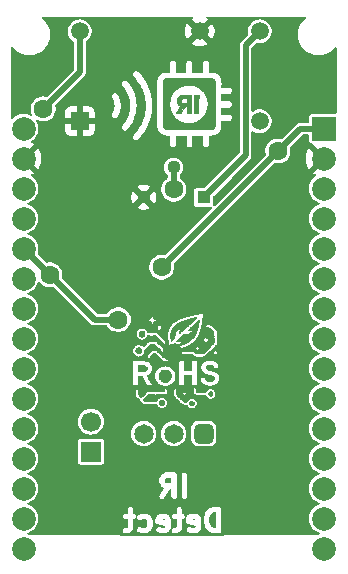
<source format=gbr>
%TF.GenerationSoftware,KiCad,Pcbnew,9.0.0+dfsg-1*%
%TF.CreationDate,2025-05-03T00:49:58+02:00*%
%TF.ProjectId,detec_presence_IR,64657465-635f-4707-9265-73656e63655f,rev?*%
%TF.SameCoordinates,Original*%
%TF.FileFunction,Copper,L2,Bot*%
%TF.FilePolarity,Positive*%
%FSLAX46Y46*%
G04 Gerber Fmt 4.6, Leading zero omitted, Abs format (unit mm)*
G04 Created by KiCad (PCBNEW 9.0.0+dfsg-1) date 2025-05-03 00:49:58*
%MOMM*%
%LPD*%
G01*
G04 APERTURE LIST*
G04 Aperture macros list*
%AMRoundRect*
0 Rectangle with rounded corners*
0 $1 Rounding radius*
0 $2 $3 $4 $5 $6 $7 $8 $9 X,Y pos of 4 corners*
0 Add a 4 corners polygon primitive as box body*
4,1,4,$2,$3,$4,$5,$6,$7,$8,$9,$2,$3,0*
0 Add four circle primitives for the rounded corners*
1,1,$1+$1,$2,$3*
1,1,$1+$1,$4,$5*
1,1,$1+$1,$6,$7*
1,1,$1+$1,$8,$9*
0 Add four rect primitives between the rounded corners*
20,1,$1+$1,$2,$3,$4,$5,0*
20,1,$1+$1,$4,$5,$6,$7,0*
20,1,$1+$1,$6,$7,$8,$9,0*
20,1,$1+$1,$8,$9,$2,$3,0*%
G04 Aperture macros list end*
%TA.AperFunction,Conductor*%
%ADD10C,0.010581*%
%TD*%
%TA.AperFunction,Conductor*%
%ADD11C,0.013227*%
%TD*%
%ADD12C,0.450000*%
%TA.AperFunction,ComponentPad*%
%ADD13R,1.508000X1.508000*%
%TD*%
%TA.AperFunction,ComponentPad*%
%ADD14C,1.508000*%
%TD*%
%TA.AperFunction,ComponentPad*%
%ADD15R,1.130000X1.130000*%
%TD*%
%TA.AperFunction,ComponentPad*%
%ADD16C,1.130000*%
%TD*%
%TA.AperFunction,ComponentPad*%
%ADD17R,1.700000X1.700000*%
%TD*%
%TA.AperFunction,ComponentPad*%
%ADD18C,1.700000*%
%TD*%
%TA.AperFunction,ComponentPad*%
%ADD19RoundRect,0.412500X0.412500X0.412500X-0.412500X0.412500X-0.412500X-0.412500X0.412500X-0.412500X0*%
%TD*%
%TA.AperFunction,ComponentPad*%
%ADD20C,1.650000*%
%TD*%
%TA.AperFunction,ComponentPad*%
%ADD21R,2.000000X2.000000*%
%TD*%
%TA.AperFunction,ComponentPad*%
%ADD22C,2.000000*%
%TD*%
%TA.AperFunction,ViaPad*%
%ADD23C,1.600000*%
%TD*%
%TA.AperFunction,Conductor*%
%ADD24C,0.500000*%
%TD*%
G04 APERTURE END LIST*
D10*
%TO.N,GND*%
X120907359Y-92124717D02*
X120896777Y-92114135D01*
X120907359Y-92114135D01*
X120907359Y-92124717D01*
%TA.AperFunction,Conductor*%
G36*
X120907359Y-92124717D02*
G01*
X120896777Y-92114135D01*
X120907359Y-92114135D01*
X120907359Y-92124717D01*
G37*
%TD.AperFunction*%
X120822703Y-92907741D02*
X120822703Y-92907784D01*
X120812121Y-92897202D01*
X120812316Y-92897202D01*
X120822703Y-92907741D01*
%TA.AperFunction,Conductor*%
G36*
X120822703Y-92907741D02*
G01*
X120822703Y-92907784D01*
X120812121Y-92897202D01*
X120812316Y-92897202D01*
X120822703Y-92907741D01*
G37*
%TD.AperFunction*%
X119309480Y-92547996D02*
X119362389Y-92537414D01*
X119363631Y-92540327D01*
X119365029Y-92543153D01*
X119366578Y-92545892D01*
X119368271Y-92548546D01*
X119370101Y-92551115D01*
X119372061Y-92553599D01*
X119374145Y-92555999D01*
X119376346Y-92558315D01*
X119378658Y-92560549D01*
X119381073Y-92562700D01*
X119383586Y-92564769D01*
X119386190Y-92566758D01*
X119388877Y-92568665D01*
X119391642Y-92570492D01*
X119397376Y-92573909D01*
X119403340Y-92577012D01*
X119409480Y-92579805D01*
X119415744Y-92582294D01*
X119422077Y-92584483D01*
X119428427Y-92586375D01*
X119434740Y-92587977D01*
X119440964Y-92589292D01*
X119447045Y-92590324D01*
X119457627Y-92600906D01*
X119458465Y-92606753D01*
X119459377Y-92612350D01*
X119460397Y-92617695D01*
X119461562Y-92622791D01*
X119462909Y-92627636D01*
X119464473Y-92632230D01*
X119466289Y-92636574D01*
X119468394Y-92640668D01*
X119470825Y-92644511D01*
X119472173Y-92646338D01*
X119473616Y-92648103D01*
X119475158Y-92649806D01*
X119476804Y-92651445D01*
X119478558Y-92653022D01*
X119480425Y-92654537D01*
X119482409Y-92655989D01*
X119484514Y-92657378D01*
X119486746Y-92658705D01*
X119489109Y-92659968D01*
X119491606Y-92661170D01*
X119494244Y-92662309D01*
X119497025Y-92663385D01*
X119499955Y-92664398D01*
X119510537Y-92696144D01*
X119521119Y-92727890D01*
X119517057Y-92745470D01*
X119515461Y-92753232D01*
X119514155Y-92760453D01*
X119513139Y-92767241D01*
X119512414Y-92773704D01*
X119511979Y-92779952D01*
X119511833Y-92786091D01*
X119511979Y-92792230D01*
X119512414Y-92798477D01*
X119513139Y-92804941D01*
X119514155Y-92811729D01*
X119515461Y-92818950D01*
X119517057Y-92826712D01*
X119521119Y-92844292D01*
X119510537Y-92876038D01*
X119468209Y-92950112D01*
X119463697Y-92950854D01*
X119459697Y-92951597D01*
X119456172Y-92952376D01*
X119453085Y-92953227D01*
X119451694Y-92953690D01*
X119450398Y-92954184D01*
X119449193Y-92954713D01*
X119448073Y-92955283D01*
X119447035Y-92955896D01*
X119446073Y-92956559D01*
X119445183Y-92957275D01*
X119444360Y-92958048D01*
X119443599Y-92958883D01*
X119442896Y-92959785D01*
X119442246Y-92960758D01*
X119441644Y-92961805D01*
X119441085Y-92962933D01*
X119440565Y-92964145D01*
X119440079Y-92965445D01*
X119439623Y-92966838D01*
X119438779Y-92969920D01*
X119437997Y-92973427D01*
X119437237Y-92977395D01*
X119436463Y-92981857D01*
X119430460Y-92982854D01*
X119423765Y-92984209D01*
X119416511Y-92985912D01*
X119408828Y-92987952D01*
X119400845Y-92990318D01*
X119392695Y-92993000D01*
X119384506Y-92995985D01*
X119376411Y-92999265D01*
X119368538Y-93002827D01*
X119361019Y-93006661D01*
X119353985Y-93010756D01*
X119347565Y-93015101D01*
X119341890Y-93019686D01*
X119339373Y-93022065D01*
X119337091Y-93024499D01*
X119335061Y-93026988D01*
X119333299Y-93029530D01*
X119331821Y-93032124D01*
X119330643Y-93034767D01*
X119224824Y-93034767D01*
X119161332Y-93013603D01*
X119160285Y-93010975D01*
X119159035Y-93008293D01*
X119157592Y-93005565D01*
X119155967Y-93002799D01*
X119152207Y-92997180D01*
X119147836Y-92991494D01*
X119142933Y-92985800D01*
X119137578Y-92980159D01*
X119131850Y-92974627D01*
X119125829Y-92969265D01*
X119119595Y-92964131D01*
X119113227Y-92959284D01*
X119106805Y-92954783D01*
X119100409Y-92950687D01*
X119094119Y-92947055D01*
X119088013Y-92943945D01*
X119082172Y-92941417D01*
X119076676Y-92939530D01*
X119076365Y-92933292D01*
X119075816Y-92926445D01*
X119075016Y-92919109D01*
X119073946Y-92911403D01*
X119072592Y-92903447D01*
X119070937Y-92895361D01*
X119068966Y-92887265D01*
X119066663Y-92879278D01*
X119064011Y-92871521D01*
X119060994Y-92864113D01*
X119057597Y-92857174D01*
X119053804Y-92850824D01*
X119051754Y-92847908D01*
X119049598Y-92845183D01*
X119047336Y-92842666D01*
X119044964Y-92840370D01*
X119042482Y-92838312D01*
X119039886Y-92836506D01*
X119037176Y-92834967D01*
X119034348Y-92833710D01*
X119044930Y-92749054D01*
X119055512Y-92770218D01*
X119044930Y-92706726D01*
X119055512Y-92674980D01*
X119076676Y-92685562D01*
X119066094Y-92653816D01*
X119070176Y-92652772D01*
X119073683Y-92651762D01*
X119076659Y-92650750D01*
X119077961Y-92650234D01*
X119079148Y-92649704D01*
X119080224Y-92649157D01*
X119081195Y-92648589D01*
X119082066Y-92647995D01*
X119082844Y-92647371D01*
X119083534Y-92646713D01*
X119084141Y-92646016D01*
X119084670Y-92645277D01*
X119085128Y-92644491D01*
X119085520Y-92643653D01*
X119085852Y-92642761D01*
X119086128Y-92641808D01*
X119086356Y-92640792D01*
X119086539Y-92639708D01*
X119086684Y-92638551D01*
X119086883Y-92636004D01*
X119087258Y-92622070D01*
X119092740Y-92620710D01*
X119097631Y-92619379D01*
X119101976Y-92618034D01*
X119105821Y-92616632D01*
X119107570Y-92615896D01*
X119109211Y-92615130D01*
X119110750Y-92614328D01*
X119112193Y-92613486D01*
X119113544Y-92612596D01*
X119114811Y-92611655D01*
X119115999Y-92610657D01*
X119117112Y-92609597D01*
X119118158Y-92608468D01*
X119119142Y-92607266D01*
X119120069Y-92605986D01*
X119120946Y-92604621D01*
X119121777Y-92603167D01*
X119122569Y-92601619D01*
X119122881Y-92600906D01*
X119436463Y-92600906D01*
X119447045Y-92611488D01*
X119447045Y-92600906D01*
X119436463Y-92600906D01*
X119122881Y-92600906D01*
X119124058Y-92598216D01*
X119125459Y-92594370D01*
X119126816Y-92590037D01*
X119128177Y-92585176D01*
X119129586Y-92579742D01*
X119137512Y-92579714D01*
X119140786Y-92579678D01*
X119143653Y-92579575D01*
X119146156Y-92579365D01*
X119147284Y-92579207D01*
X119148336Y-92579007D01*
X119149317Y-92578761D01*
X119150232Y-92578463D01*
X119151088Y-92578108D01*
X119151887Y-92577692D01*
X119152637Y-92577209D01*
X119153341Y-92576654D01*
X119154006Y-92576023D01*
X119154635Y-92575310D01*
X119155235Y-92574510D01*
X119155810Y-92573619D01*
X119156366Y-92572632D01*
X119156907Y-92571543D01*
X119157967Y-92569040D01*
X119159030Y-92566072D01*
X119160138Y-92562598D01*
X119161332Y-92558578D01*
X119277734Y-92537414D01*
X119256570Y-92537414D01*
X119256570Y-92526832D01*
X119320061Y-92526832D01*
X119309480Y-92547996D01*
%TA.AperFunction,Conductor*%
G36*
X119309480Y-92547996D02*
G01*
X119362389Y-92537414D01*
X119363631Y-92540327D01*
X119365029Y-92543153D01*
X119366578Y-92545892D01*
X119368271Y-92548546D01*
X119370101Y-92551115D01*
X119372061Y-92553599D01*
X119374145Y-92555999D01*
X119376346Y-92558315D01*
X119378658Y-92560549D01*
X119381073Y-92562700D01*
X119383586Y-92564769D01*
X119386190Y-92566758D01*
X119388877Y-92568665D01*
X119391642Y-92570492D01*
X119397376Y-92573909D01*
X119403340Y-92577012D01*
X119409480Y-92579805D01*
X119415744Y-92582294D01*
X119422077Y-92584483D01*
X119428427Y-92586375D01*
X119434740Y-92587977D01*
X119440964Y-92589292D01*
X119447045Y-92590324D01*
X119457627Y-92600906D01*
X119458465Y-92606753D01*
X119459377Y-92612350D01*
X119460397Y-92617695D01*
X119461562Y-92622791D01*
X119462909Y-92627636D01*
X119464473Y-92632230D01*
X119466289Y-92636574D01*
X119468394Y-92640668D01*
X119470825Y-92644511D01*
X119472173Y-92646338D01*
X119473616Y-92648103D01*
X119475158Y-92649806D01*
X119476804Y-92651445D01*
X119478558Y-92653022D01*
X119480425Y-92654537D01*
X119482409Y-92655989D01*
X119484514Y-92657378D01*
X119486746Y-92658705D01*
X119489109Y-92659968D01*
X119491606Y-92661170D01*
X119494244Y-92662309D01*
X119497025Y-92663385D01*
X119499955Y-92664398D01*
X119510537Y-92696144D01*
X119521119Y-92727890D01*
X119517057Y-92745470D01*
X119515461Y-92753232D01*
X119514155Y-92760453D01*
X119513139Y-92767241D01*
X119512414Y-92773704D01*
X119511979Y-92779952D01*
X119511833Y-92786091D01*
X119511979Y-92792230D01*
X119512414Y-92798477D01*
X119513139Y-92804941D01*
X119514155Y-92811729D01*
X119515461Y-92818950D01*
X119517057Y-92826712D01*
X119521119Y-92844292D01*
X119510537Y-92876038D01*
X119468209Y-92950112D01*
X119463697Y-92950854D01*
X119459697Y-92951597D01*
X119456172Y-92952376D01*
X119453085Y-92953227D01*
X119451694Y-92953690D01*
X119450398Y-92954184D01*
X119449193Y-92954713D01*
X119448073Y-92955283D01*
X119447035Y-92955896D01*
X119446073Y-92956559D01*
X119445183Y-92957275D01*
X119444360Y-92958048D01*
X119443599Y-92958883D01*
X119442896Y-92959785D01*
X119442246Y-92960758D01*
X119441644Y-92961805D01*
X119441085Y-92962933D01*
X119440565Y-92964145D01*
X119440079Y-92965445D01*
X119439623Y-92966838D01*
X119438779Y-92969920D01*
X119437997Y-92973427D01*
X119437237Y-92977395D01*
X119436463Y-92981857D01*
X119430460Y-92982854D01*
X119423765Y-92984209D01*
X119416511Y-92985912D01*
X119408828Y-92987952D01*
X119400845Y-92990318D01*
X119392695Y-92993000D01*
X119384506Y-92995985D01*
X119376411Y-92999265D01*
X119368538Y-93002827D01*
X119361019Y-93006661D01*
X119353985Y-93010756D01*
X119347565Y-93015101D01*
X119341890Y-93019686D01*
X119339373Y-93022065D01*
X119337091Y-93024499D01*
X119335061Y-93026988D01*
X119333299Y-93029530D01*
X119331821Y-93032124D01*
X119330643Y-93034767D01*
X119224824Y-93034767D01*
X119161332Y-93013603D01*
X119160285Y-93010975D01*
X119159035Y-93008293D01*
X119157592Y-93005565D01*
X119155967Y-93002799D01*
X119152207Y-92997180D01*
X119147836Y-92991494D01*
X119142933Y-92985800D01*
X119137578Y-92980159D01*
X119131850Y-92974627D01*
X119125829Y-92969265D01*
X119119595Y-92964131D01*
X119113227Y-92959284D01*
X119106805Y-92954783D01*
X119100409Y-92950687D01*
X119094119Y-92947055D01*
X119088013Y-92943945D01*
X119082172Y-92941417D01*
X119076676Y-92939530D01*
X119076365Y-92933292D01*
X119075816Y-92926445D01*
X119075016Y-92919109D01*
X119073946Y-92911403D01*
X119072592Y-92903447D01*
X119070937Y-92895361D01*
X119068966Y-92887265D01*
X119066663Y-92879278D01*
X119064011Y-92871521D01*
X119060994Y-92864113D01*
X119057597Y-92857174D01*
X119053804Y-92850824D01*
X119051754Y-92847908D01*
X119049598Y-92845183D01*
X119047336Y-92842666D01*
X119044964Y-92840370D01*
X119042482Y-92838312D01*
X119039886Y-92836506D01*
X119037176Y-92834967D01*
X119034348Y-92833710D01*
X119044930Y-92749054D01*
X119055512Y-92770218D01*
X119044930Y-92706726D01*
X119055512Y-92674980D01*
X119076676Y-92685562D01*
X119066094Y-92653816D01*
X119070176Y-92652772D01*
X119073683Y-92651762D01*
X119076659Y-92650750D01*
X119077961Y-92650234D01*
X119079148Y-92649704D01*
X119080224Y-92649157D01*
X119081195Y-92648589D01*
X119082066Y-92647995D01*
X119082844Y-92647371D01*
X119083534Y-92646713D01*
X119084141Y-92646016D01*
X119084670Y-92645277D01*
X119085128Y-92644491D01*
X119085520Y-92643653D01*
X119085852Y-92642761D01*
X119086128Y-92641808D01*
X119086356Y-92640792D01*
X119086539Y-92639708D01*
X119086684Y-92638551D01*
X119086883Y-92636004D01*
X119087258Y-92622070D01*
X119092740Y-92620710D01*
X119097631Y-92619379D01*
X119101976Y-92618034D01*
X119105821Y-92616632D01*
X119107570Y-92615896D01*
X119109211Y-92615130D01*
X119110750Y-92614328D01*
X119112193Y-92613486D01*
X119113544Y-92612596D01*
X119114811Y-92611655D01*
X119115999Y-92610657D01*
X119117112Y-92609597D01*
X119118158Y-92608468D01*
X119119142Y-92607266D01*
X119120069Y-92605986D01*
X119120946Y-92604621D01*
X119121777Y-92603167D01*
X119122569Y-92601619D01*
X119122881Y-92600906D01*
X119436463Y-92600906D01*
X119447045Y-92611488D01*
X119447045Y-92600906D01*
X119436463Y-92600906D01*
X119122881Y-92600906D01*
X119124058Y-92598216D01*
X119125459Y-92594370D01*
X119126816Y-92590037D01*
X119128177Y-92585176D01*
X119129586Y-92579742D01*
X119137512Y-92579714D01*
X119140786Y-92579678D01*
X119143653Y-92579575D01*
X119146156Y-92579365D01*
X119147284Y-92579207D01*
X119148336Y-92579007D01*
X119149317Y-92578761D01*
X119150232Y-92578463D01*
X119151088Y-92578108D01*
X119151887Y-92577692D01*
X119152637Y-92577209D01*
X119153341Y-92576654D01*
X119154006Y-92576023D01*
X119154635Y-92575310D01*
X119155235Y-92574510D01*
X119155810Y-92573619D01*
X119156366Y-92572632D01*
X119156907Y-92571543D01*
X119157967Y-92569040D01*
X119159030Y-92566072D01*
X119160138Y-92562598D01*
X119161332Y-92558578D01*
X119277734Y-92537414D01*
X119256570Y-92537414D01*
X119256570Y-92526832D01*
X119320061Y-92526832D01*
X119309480Y-92547996D01*
G37*
%TD.AperFunction*%
X124103117Y-94114129D02*
X124092535Y-94103548D01*
X124103117Y-94103548D01*
X124103117Y-94114129D01*
%TA.AperFunction,Conductor*%
G36*
X124103117Y-94114129D02*
G01*
X124092535Y-94103548D01*
X124103117Y-94103548D01*
X124103117Y-94114129D01*
G37*
%TD.AperFunction*%
X125372955Y-94495081D02*
X125362373Y-94484499D01*
X125372955Y-94484499D01*
X125372955Y-94495081D01*
%TA.AperFunction,Conductor*%
G36*
X125372955Y-94495081D02*
G01*
X125362373Y-94484499D01*
X125372955Y-94484499D01*
X125372955Y-94495081D01*
G37*
%TD.AperFunction*%
X125044914Y-94674975D02*
X125040681Y-94670742D01*
X125044914Y-94669684D01*
X125044914Y-94674975D01*
%TA.AperFunction,Conductor*%
G36*
X125044914Y-94674975D02*
G01*
X125040681Y-94670742D01*
X125044914Y-94669684D01*
X125044914Y-94674975D01*
G37*
%TD.AperFunction*%
X120558153Y-93888152D02*
X120549719Y-93881326D01*
X120558153Y-93881326D01*
X120558153Y-93888152D01*
%TA.AperFunction,Conductor*%
G36*
X120558153Y-93888152D02*
G01*
X120549719Y-93881326D01*
X120558153Y-93881326D01*
X120558153Y-93888152D01*
G37*
%TD.AperFunction*%
X120568735Y-93896716D02*
X120562794Y-93891908D01*
X120568735Y-93891908D01*
X120568735Y-93896716D01*
%TA.AperFunction,Conductor*%
G36*
X120568735Y-93896716D02*
G01*
X120562794Y-93891908D01*
X120568735Y-93891908D01*
X120568735Y-93896716D01*
G37*
%TD.AperFunction*%
X119097840Y-93965982D02*
X119182496Y-94018892D01*
X119193078Y-94029474D01*
X119224824Y-94071802D01*
X119245988Y-94114129D01*
X119256570Y-94156457D01*
X119256570Y-94251695D01*
X119245988Y-94294023D01*
X119243709Y-94294810D01*
X119241593Y-94295604D01*
X119239632Y-94296409D01*
X119237821Y-94297227D01*
X119236155Y-94298060D01*
X119234628Y-94298912D01*
X119233234Y-94299785D01*
X119231967Y-94300682D01*
X119230821Y-94301605D01*
X119229791Y-94302557D01*
X119228872Y-94303542D01*
X119228056Y-94304561D01*
X119227339Y-94305617D01*
X119226715Y-94306713D01*
X119226179Y-94307852D01*
X119225723Y-94309036D01*
X119225343Y-94310269D01*
X119225033Y-94311552D01*
X119224788Y-94312888D01*
X119224600Y-94314281D01*
X119224466Y-94315732D01*
X119224378Y-94317245D01*
X119224321Y-94320467D01*
X119224383Y-94323966D01*
X119224518Y-94327766D01*
X119224824Y-94336351D01*
X119203660Y-94368097D01*
X119198177Y-94369457D01*
X119193286Y-94370788D01*
X119188941Y-94372133D01*
X119185097Y-94373535D01*
X119183348Y-94374271D01*
X119181706Y-94375037D01*
X119180167Y-94375839D01*
X119178725Y-94376682D01*
X119177373Y-94377571D01*
X119176106Y-94378512D01*
X119174919Y-94379510D01*
X119173805Y-94380571D01*
X119172759Y-94381699D01*
X119171776Y-94382901D01*
X119170848Y-94384182D01*
X119169972Y-94385546D01*
X119169141Y-94387000D01*
X119168348Y-94388548D01*
X119166859Y-94391951D01*
X119165459Y-94395797D01*
X119164101Y-94400130D01*
X119162741Y-94404991D01*
X119161332Y-94410425D01*
X119129586Y-94431589D01*
X119120714Y-94431083D01*
X119116844Y-94430876D01*
X119113314Y-94430759D01*
X119110096Y-94430777D01*
X119107162Y-94430975D01*
X119105793Y-94431156D01*
X119104484Y-94431398D01*
X119103232Y-94431708D01*
X119102033Y-94432092D01*
X119100884Y-94432554D01*
X119099782Y-94433100D01*
X119098722Y-94433736D01*
X119097702Y-94434468D01*
X119096718Y-94435301D01*
X119095767Y-94436241D01*
X119094844Y-94437293D01*
X119093946Y-94438464D01*
X119093070Y-94439758D01*
X119092213Y-94441182D01*
X119091371Y-94442740D01*
X119090539Y-94444439D01*
X119088897Y-94448281D01*
X119087258Y-94452753D01*
X119083040Y-94451866D01*
X119079141Y-94450946D01*
X119072207Y-94449213D01*
X119069124Y-94448502D01*
X119066267Y-94447963D01*
X119063611Y-94447648D01*
X119062351Y-94447590D01*
X119061134Y-94447607D01*
X119059955Y-94447706D01*
X119058811Y-94447893D01*
X119057701Y-94448174D01*
X119056621Y-94448556D01*
X119055568Y-94449045D01*
X119054538Y-94449648D01*
X119053530Y-94450371D01*
X119052541Y-94451220D01*
X119051566Y-94452202D01*
X119050604Y-94453324D01*
X119049652Y-94454591D01*
X119048706Y-94456010D01*
X119047764Y-94457587D01*
X119046822Y-94459330D01*
X119045879Y-94461244D01*
X119044930Y-94463335D01*
X118970856Y-94463335D01*
X118928528Y-94452753D01*
X118920149Y-94444002D01*
X118916545Y-94440314D01*
X118913221Y-94437049D01*
X118910094Y-94434179D01*
X118907081Y-94431678D01*
X118905592Y-94430557D01*
X118904100Y-94429518D01*
X118902596Y-94428558D01*
X118901068Y-94427674D01*
X118899507Y-94426861D01*
X118897902Y-94426117D01*
X118896243Y-94425437D01*
X118894519Y-94424820D01*
X118892721Y-94424261D01*
X118890837Y-94423758D01*
X118888858Y-94423306D01*
X118886772Y-94422902D01*
X118882243Y-94422226D01*
X118877165Y-94421703D01*
X118871458Y-94421305D01*
X118865036Y-94421007D01*
X118780380Y-94325769D01*
X118769798Y-94294023D01*
X118770685Y-94289806D01*
X118771605Y-94285907D01*
X118773338Y-94278972D01*
X118774049Y-94275889D01*
X118774588Y-94273032D01*
X118774903Y-94270376D01*
X118774961Y-94269117D01*
X118774944Y-94267899D01*
X118774845Y-94266720D01*
X118774658Y-94265577D01*
X118774377Y-94264466D01*
X118773995Y-94263386D01*
X118773506Y-94262333D01*
X118772903Y-94261304D01*
X118772180Y-94260296D01*
X118771331Y-94259306D01*
X118770349Y-94258332D01*
X118769228Y-94257370D01*
X118767961Y-94256417D01*
X118766542Y-94255472D01*
X118764964Y-94254529D01*
X118763222Y-94253588D01*
X118761308Y-94252644D01*
X118759216Y-94251695D01*
X118759216Y-94167039D01*
X118761729Y-94165855D01*
X118764053Y-94164603D01*
X118766196Y-94163287D01*
X118768164Y-94161907D01*
X118769964Y-94160464D01*
X118771604Y-94158961D01*
X118773089Y-94157399D01*
X118774428Y-94155779D01*
X118775627Y-94154104D01*
X118776692Y-94152373D01*
X118777631Y-94150590D01*
X118778450Y-94148754D01*
X118779157Y-94146869D01*
X118779758Y-94144935D01*
X118780261Y-94142955D01*
X118780671Y-94140928D01*
X118780997Y-94138858D01*
X118781245Y-94136745D01*
X118781534Y-94132398D01*
X118781593Y-94127899D01*
X118781478Y-94123260D01*
X118780380Y-94103548D01*
X118833894Y-94040659D01*
X118843872Y-94050638D01*
X118843872Y-94040056D01*
X118834408Y-94040056D01*
X118833894Y-94040659D01*
X118833290Y-94040056D01*
X118834408Y-94040056D01*
X118838370Y-94035400D01*
X118844059Y-94029660D01*
X118854454Y-94040056D01*
X118854454Y-94029474D01*
X119171914Y-94029474D01*
X119182496Y-94040056D01*
X119182496Y-94029474D01*
X119171914Y-94029474D01*
X118854454Y-94029474D01*
X118844244Y-94029474D01*
X118844059Y-94029660D01*
X118843872Y-94029474D01*
X118844244Y-94029474D01*
X118886200Y-93987146D01*
X118928528Y-93965982D01*
X118960274Y-93955400D01*
X119055512Y-93955400D01*
X119097840Y-93965982D01*
%TA.AperFunction,Conductor*%
G36*
X119097840Y-93965982D02*
G01*
X119182496Y-94018892D01*
X119193078Y-94029474D01*
X119224824Y-94071802D01*
X119245988Y-94114129D01*
X119256570Y-94156457D01*
X119256570Y-94251695D01*
X119245988Y-94294023D01*
X119243709Y-94294810D01*
X119241593Y-94295604D01*
X119239632Y-94296409D01*
X119237821Y-94297227D01*
X119236155Y-94298060D01*
X119234628Y-94298912D01*
X119233234Y-94299785D01*
X119231967Y-94300682D01*
X119230821Y-94301605D01*
X119229791Y-94302557D01*
X119228872Y-94303542D01*
X119228056Y-94304561D01*
X119227339Y-94305617D01*
X119226715Y-94306713D01*
X119226179Y-94307852D01*
X119225723Y-94309036D01*
X119225343Y-94310269D01*
X119225033Y-94311552D01*
X119224788Y-94312888D01*
X119224600Y-94314281D01*
X119224466Y-94315732D01*
X119224378Y-94317245D01*
X119224321Y-94320467D01*
X119224383Y-94323966D01*
X119224518Y-94327766D01*
X119224824Y-94336351D01*
X119203660Y-94368097D01*
X119198177Y-94369457D01*
X119193286Y-94370788D01*
X119188941Y-94372133D01*
X119185097Y-94373535D01*
X119183348Y-94374271D01*
X119181706Y-94375037D01*
X119180167Y-94375839D01*
X119178725Y-94376682D01*
X119177373Y-94377571D01*
X119176106Y-94378512D01*
X119174919Y-94379510D01*
X119173805Y-94380571D01*
X119172759Y-94381699D01*
X119171776Y-94382901D01*
X119170848Y-94384182D01*
X119169972Y-94385546D01*
X119169141Y-94387000D01*
X119168348Y-94388548D01*
X119166859Y-94391951D01*
X119165459Y-94395797D01*
X119164101Y-94400130D01*
X119162741Y-94404991D01*
X119161332Y-94410425D01*
X119129586Y-94431589D01*
X119120714Y-94431083D01*
X119116844Y-94430876D01*
X119113314Y-94430759D01*
X119110096Y-94430777D01*
X119107162Y-94430975D01*
X119105793Y-94431156D01*
X119104484Y-94431398D01*
X119103232Y-94431708D01*
X119102033Y-94432092D01*
X119100884Y-94432554D01*
X119099782Y-94433100D01*
X119098722Y-94433736D01*
X119097702Y-94434468D01*
X119096718Y-94435301D01*
X119095767Y-94436241D01*
X119094844Y-94437293D01*
X119093946Y-94438464D01*
X119093070Y-94439758D01*
X119092213Y-94441182D01*
X119091371Y-94442740D01*
X119090539Y-94444439D01*
X119088897Y-94448281D01*
X119087258Y-94452753D01*
X119083040Y-94451866D01*
X119079141Y-94450946D01*
X119072207Y-94449213D01*
X119069124Y-94448502D01*
X119066267Y-94447963D01*
X119063611Y-94447648D01*
X119062351Y-94447590D01*
X119061134Y-94447607D01*
X119059955Y-94447706D01*
X119058811Y-94447893D01*
X119057701Y-94448174D01*
X119056621Y-94448556D01*
X119055568Y-94449045D01*
X119054538Y-94449648D01*
X119053530Y-94450371D01*
X119052541Y-94451220D01*
X119051566Y-94452202D01*
X119050604Y-94453324D01*
X119049652Y-94454591D01*
X119048706Y-94456010D01*
X119047764Y-94457587D01*
X119046822Y-94459330D01*
X119045879Y-94461244D01*
X119044930Y-94463335D01*
X118970856Y-94463335D01*
X118928528Y-94452753D01*
X118920149Y-94444002D01*
X118916545Y-94440314D01*
X118913221Y-94437049D01*
X118910094Y-94434179D01*
X118907081Y-94431678D01*
X118905592Y-94430557D01*
X118904100Y-94429518D01*
X118902596Y-94428558D01*
X118901068Y-94427674D01*
X118899507Y-94426861D01*
X118897902Y-94426117D01*
X118896243Y-94425437D01*
X118894519Y-94424820D01*
X118892721Y-94424261D01*
X118890837Y-94423758D01*
X118888858Y-94423306D01*
X118886772Y-94422902D01*
X118882243Y-94422226D01*
X118877165Y-94421703D01*
X118871458Y-94421305D01*
X118865036Y-94421007D01*
X118780380Y-94325769D01*
X118769798Y-94294023D01*
X118770685Y-94289806D01*
X118771605Y-94285907D01*
X118773338Y-94278972D01*
X118774049Y-94275889D01*
X118774588Y-94273032D01*
X118774903Y-94270376D01*
X118774961Y-94269117D01*
X118774944Y-94267899D01*
X118774845Y-94266720D01*
X118774658Y-94265577D01*
X118774377Y-94264466D01*
X118773995Y-94263386D01*
X118773506Y-94262333D01*
X118772903Y-94261304D01*
X118772180Y-94260296D01*
X118771331Y-94259306D01*
X118770349Y-94258332D01*
X118769228Y-94257370D01*
X118767961Y-94256417D01*
X118766542Y-94255472D01*
X118764964Y-94254529D01*
X118763222Y-94253588D01*
X118761308Y-94252644D01*
X118759216Y-94251695D01*
X118759216Y-94167039D01*
X118761729Y-94165855D01*
X118764053Y-94164603D01*
X118766196Y-94163287D01*
X118768164Y-94161907D01*
X118769964Y-94160464D01*
X118771604Y-94158961D01*
X118773089Y-94157399D01*
X118774428Y-94155779D01*
X118775627Y-94154104D01*
X118776692Y-94152373D01*
X118777631Y-94150590D01*
X118778450Y-94148754D01*
X118779157Y-94146869D01*
X118779758Y-94144935D01*
X118780261Y-94142955D01*
X118780671Y-94140928D01*
X118780997Y-94138858D01*
X118781245Y-94136745D01*
X118781534Y-94132398D01*
X118781593Y-94127899D01*
X118781478Y-94123260D01*
X118780380Y-94103548D01*
X118833894Y-94040659D01*
X118843872Y-94050638D01*
X118843872Y-94040056D01*
X118834408Y-94040056D01*
X118833894Y-94040659D01*
X118833290Y-94040056D01*
X118834408Y-94040056D01*
X118838370Y-94035400D01*
X118844059Y-94029660D01*
X118854454Y-94040056D01*
X118854454Y-94029474D01*
X119171914Y-94029474D01*
X119182496Y-94040056D01*
X119182496Y-94029474D01*
X119171914Y-94029474D01*
X118854454Y-94029474D01*
X118844244Y-94029474D01*
X118844059Y-94029660D01*
X118843872Y-94029474D01*
X118844244Y-94029474D01*
X118886200Y-93987146D01*
X118928528Y-93965982D01*
X118960274Y-93955400D01*
X119055512Y-93955400D01*
X119097840Y-93965982D01*
G37*
%TD.AperFunction*%
X124452323Y-91402484D02*
X124452212Y-91398764D01*
X124452160Y-91391387D01*
X124452323Y-91383978D01*
X124452323Y-91402484D01*
%TA.AperFunction,Conductor*%
G36*
X124452323Y-91402484D02*
G01*
X124452212Y-91398764D01*
X124452160Y-91391387D01*
X124452323Y-91383978D01*
X124452323Y-91402484D01*
G37*
%TD.AperFunction*%
X124452402Y-91405142D02*
X124452323Y-91405142D01*
X124452323Y-91402484D01*
X124452402Y-91405142D01*
%TA.AperFunction,Conductor*%
G36*
X124452402Y-91405142D02*
G01*
X124452323Y-91405142D01*
X124452323Y-91402484D01*
X124452402Y-91405142D01*
G37*
%TD.AperFunction*%
X123679838Y-91637946D02*
X123674500Y-91632608D01*
X123675827Y-91629825D01*
X123676799Y-91627364D01*
X123679838Y-91627364D01*
X123679838Y-91637946D01*
%TA.AperFunction,Conductor*%
G36*
X123679838Y-91637946D02*
G01*
X123674500Y-91632608D01*
X123675827Y-91629825D01*
X123676799Y-91627364D01*
X123679838Y-91627364D01*
X123679838Y-91637946D01*
G37*
%TD.AperFunction*%
X124092535Y-91860167D02*
X124092535Y-91849585D01*
X124103117Y-91849585D01*
X124092535Y-91860167D01*
%TA.AperFunction,Conductor*%
G36*
X124092535Y-91860167D02*
G01*
X124092535Y-91849585D01*
X124103117Y-91849585D01*
X124092535Y-91860167D01*
G37*
%TD.AperFunction*%
X123023755Y-92241119D02*
X123018320Y-92235684D01*
X123019478Y-92233347D01*
X123020634Y-92230537D01*
X123023755Y-92230537D01*
X123023755Y-92241119D01*
%TA.AperFunction,Conductor*%
G36*
X123023755Y-92241119D02*
G01*
X123018320Y-92235684D01*
X123019478Y-92233347D01*
X123020634Y-92230537D01*
X123023755Y-92230537D01*
X123023755Y-92241119D01*
G37*
%TD.AperFunction*%
X123013173Y-92251701D02*
X123010338Y-92248865D01*
X123011592Y-92247116D01*
X123013173Y-92244675D01*
X123013173Y-92251701D01*
%TA.AperFunction,Conductor*%
G36*
X123013173Y-92251701D02*
G01*
X123010338Y-92248865D01*
X123011592Y-92247116D01*
X123013173Y-92244675D01*
X123013173Y-92251701D01*
G37*
%TD.AperFunction*%
X125182479Y-92425246D02*
X125181824Y-92424573D01*
X125179241Y-92422106D01*
X125178016Y-92421012D01*
X125182479Y-92421012D01*
X125182479Y-92425246D01*
%TA.AperFunction,Conductor*%
G36*
X125182479Y-92425246D02*
G01*
X125181824Y-92424573D01*
X125179241Y-92422106D01*
X125178016Y-92421012D01*
X125182479Y-92421012D01*
X125182479Y-92425246D01*
G37*
%TD.AperFunction*%
X125193062Y-92437559D02*
X125192532Y-92436885D01*
X125189801Y-92433396D01*
X125188283Y-92431594D01*
X125193062Y-92431594D01*
X125193062Y-92437559D01*
%TA.AperFunction,Conductor*%
G36*
X125193062Y-92437559D02*
G01*
X125192532Y-92436885D01*
X125189801Y-92433396D01*
X125188283Y-92431594D01*
X125193062Y-92431594D01*
X125193062Y-92437559D01*
G37*
%TD.AperFunction*%
X121447040Y-92735359D02*
X121446825Y-92727890D01*
X121447040Y-92727890D01*
X121447040Y-92735359D01*
%TA.AperFunction,Conductor*%
G36*
X121447040Y-92735359D02*
G01*
X121446825Y-92727890D01*
X121447040Y-92727890D01*
X121447040Y-92735359D01*
G37*
%TD.AperFunction*%
X124992004Y-93965982D02*
X124988936Y-93962914D01*
X124989422Y-93962503D01*
X124991606Y-93960483D01*
X124992004Y-93960090D01*
X124992004Y-93965982D01*
%TA.AperFunction,Conductor*%
G36*
X124992004Y-93965982D02*
G01*
X124988936Y-93962914D01*
X124989422Y-93962503D01*
X124991606Y-93960483D01*
X124992004Y-93960090D01*
X124992004Y-93965982D01*
G37*
%TD.AperFunction*%
X120060800Y-94219950D02*
X120053104Y-94212254D01*
X120054753Y-94209368D01*
X120060800Y-94209368D01*
X120060800Y-94219950D01*
%TA.AperFunction,Conductor*%
G36*
X120060800Y-94219950D02*
G01*
X120053104Y-94212254D01*
X120054753Y-94209368D01*
X120060800Y-94209368D01*
X120060800Y-94219950D01*
G37*
%TD.AperFunction*%
X120050218Y-94230531D02*
X120045408Y-94225721D01*
X120048707Y-94219950D01*
X120050218Y-94219950D01*
X120050218Y-94230531D01*
%TA.AperFunction,Conductor*%
G36*
X120050218Y-94230531D02*
G01*
X120045408Y-94225721D01*
X120048707Y-94219950D01*
X120050218Y-94219950D01*
X120050218Y-94230531D01*
G37*
%TD.AperFunction*%
X119859743Y-94421007D02*
X119855523Y-94416787D01*
X119855673Y-94416402D01*
X119856136Y-94415056D01*
X119857022Y-94412031D01*
X119857418Y-94410425D01*
X119859743Y-94410425D01*
X119859743Y-94421007D01*
%TA.AperFunction,Conductor*%
G36*
X119859743Y-94421007D02*
G01*
X119855523Y-94416787D01*
X119855673Y-94416402D01*
X119856136Y-94415056D01*
X119857022Y-94412031D01*
X119857418Y-94410425D01*
X119859743Y-94410425D01*
X119859743Y-94421007D01*
G37*
%TD.AperFunction*%
X120304985Y-94420505D02*
X120311271Y-94420797D01*
X120317427Y-94421351D01*
X120323499Y-94422225D01*
X120329536Y-94423477D01*
X120335585Y-94425165D01*
X120341694Y-94427346D01*
X120347910Y-94430080D01*
X120349091Y-94430699D01*
X120261858Y-94421007D01*
X120277581Y-94420797D01*
X120291830Y-94420475D01*
X120298520Y-94420417D01*
X120304985Y-94420505D01*
%TA.AperFunction,Conductor*%
G36*
X120304985Y-94420505D02*
G01*
X120311271Y-94420797D01*
X120317427Y-94421351D01*
X120323499Y-94422225D01*
X120329536Y-94423477D01*
X120335585Y-94425165D01*
X120341694Y-94427346D01*
X120347910Y-94430080D01*
X120349091Y-94430699D01*
X120261858Y-94421007D01*
X120277581Y-94420797D01*
X120291830Y-94420475D01*
X120298520Y-94420417D01*
X120304985Y-94420505D01*
G37*
%TD.AperFunction*%
X119849161Y-94431589D02*
X119844733Y-94427162D01*
X119845714Y-94426814D01*
X119846883Y-94426318D01*
X119847965Y-94425795D01*
X119848965Y-94425237D01*
X119849161Y-94425110D01*
X119849161Y-94431589D01*
%TA.AperFunction,Conductor*%
G36*
X119849161Y-94431589D02*
G01*
X119844733Y-94427162D01*
X119845714Y-94426814D01*
X119846883Y-94426318D01*
X119847965Y-94425795D01*
X119848965Y-94425237D01*
X119849161Y-94425110D01*
X119849161Y-94431589D01*
G37*
%TD.AperFunction*%
X120388842Y-94448490D02*
X120388656Y-94448360D01*
X120387683Y-94447779D01*
X120386627Y-94447236D01*
X120385480Y-94446725D01*
X120384237Y-94446240D01*
X120382891Y-94445777D01*
X120381442Y-94445353D01*
X120378260Y-94442171D01*
X120388842Y-94442171D01*
X120388842Y-94448490D01*
%TA.AperFunction,Conductor*%
G36*
X120388842Y-94448490D02*
G01*
X120388656Y-94448360D01*
X120387683Y-94447779D01*
X120386627Y-94447236D01*
X120385480Y-94446725D01*
X120384237Y-94446240D01*
X120382891Y-94445777D01*
X120381442Y-94445353D01*
X120378260Y-94442171D01*
X120388842Y-94442171D01*
X120388842Y-94448490D01*
G37*
%TD.AperFunction*%
X124878890Y-94455158D02*
X124878430Y-94455581D01*
X124875602Y-94452753D01*
X124881657Y-94452753D01*
X124878890Y-94455158D01*
%TA.AperFunction,Conductor*%
G36*
X124878890Y-94455158D02*
G01*
X124878430Y-94455581D01*
X124875602Y-94452753D01*
X124881657Y-94452753D01*
X124878890Y-94455158D01*
G37*
%TD.AperFunction*%
X120399424Y-94463335D02*
X120395858Y-94459769D01*
X120395579Y-94458823D01*
X120394648Y-94456200D01*
X120394153Y-94455030D01*
X120393629Y-94453949D01*
X120393072Y-94452949D01*
X120392945Y-94452753D01*
X120399424Y-94452753D01*
X120399424Y-94463335D01*
%TA.AperFunction,Conductor*%
G36*
X120399424Y-94463335D02*
G01*
X120395858Y-94459769D01*
X120395579Y-94458823D01*
X120394648Y-94456200D01*
X120394153Y-94455030D01*
X120393629Y-94453949D01*
X120393072Y-94452949D01*
X120392945Y-94452753D01*
X120399424Y-94452753D01*
X120399424Y-94463335D01*
G37*
%TD.AperFunction*%
X124868480Y-94465348D02*
X124867798Y-94466113D01*
X124865020Y-94463335D01*
X124870400Y-94463335D01*
X124868480Y-94465348D01*
%TA.AperFunction,Conductor*%
G36*
X124868480Y-94465348D02*
G01*
X124867798Y-94466113D01*
X124865020Y-94463335D01*
X124870400Y-94463335D01*
X124868480Y-94465348D01*
G37*
%TD.AperFunction*%
X123489363Y-94495081D02*
X123489363Y-94484499D01*
X123499945Y-94484499D01*
X123489363Y-94495081D01*
%TA.AperFunction,Conductor*%
G36*
X123489363Y-94495081D02*
G01*
X123489363Y-94484499D01*
X123499945Y-94484499D01*
X123489363Y-94495081D01*
G37*
%TD.AperFunction*%
X122585650Y-94637582D02*
X122585210Y-94638545D01*
X122579312Y-94632647D01*
X122588212Y-94632647D01*
X122585650Y-94637582D01*
%TA.AperFunction,Conductor*%
G36*
X122585650Y-94637582D02*
G01*
X122585210Y-94638545D01*
X122579312Y-94632647D01*
X122588212Y-94632647D01*
X122585650Y-94637582D01*
G37*
%TD.AperFunction*%
X123701002Y-94674975D02*
X123693947Y-94667920D01*
X123691743Y-94664393D01*
X123701002Y-94664393D01*
X123701002Y-94674975D01*
%TA.AperFunction,Conductor*%
G36*
X123701002Y-94674975D02*
G01*
X123693947Y-94667920D01*
X123691743Y-94664393D01*
X123701002Y-94664393D01*
X123701002Y-94674975D01*
G37*
%TD.AperFunction*%
X122526402Y-94699426D02*
X122525881Y-94699606D01*
X122521238Y-94701557D01*
X122515820Y-94696138D01*
X122526402Y-94696138D01*
X122526402Y-94699426D01*
%TA.AperFunction,Conductor*%
G36*
X122526402Y-94699426D02*
G01*
X122525881Y-94699606D01*
X122521238Y-94701557D01*
X122515820Y-94696138D01*
X122526402Y-94696138D01*
X122526402Y-94699426D01*
G37*
%TD.AperFunction*%
X122509127Y-94708688D02*
X122508063Y-94709545D01*
X122505238Y-94706720D01*
X122511956Y-94706720D01*
X122509127Y-94708688D01*
%TA.AperFunction,Conductor*%
G36*
X122509127Y-94708688D02*
G01*
X122508063Y-94709545D01*
X122505238Y-94706720D01*
X122511956Y-94706720D01*
X122509127Y-94708688D01*
G37*
%TD.AperFunction*%
X122497633Y-94719904D02*
X122497473Y-94720120D01*
X122494656Y-94717302D01*
X122499844Y-94717302D01*
X122497633Y-94719904D01*
%TA.AperFunction,Conductor*%
G36*
X122497633Y-94719904D02*
G01*
X122497473Y-94720120D01*
X122494656Y-94717302D01*
X122499844Y-94717302D01*
X122497633Y-94719904D01*
G37*
%TD.AperFunction*%
X119436463Y-95479205D02*
X119521119Y-95468623D01*
X119616145Y-95528200D01*
X119690431Y-95585025D01*
X119689333Y-95603516D01*
X119689201Y-95607455D01*
X119689240Y-95611150D01*
X119689508Y-95614617D01*
X119689745Y-95616269D01*
X119690060Y-95617869D01*
X119690462Y-95619419D01*
X119690955Y-95620921D01*
X119691549Y-95622377D01*
X119692250Y-95623789D01*
X119693064Y-95625158D01*
X119694000Y-95626486D01*
X119695064Y-95627776D01*
X119696264Y-95629028D01*
X119697606Y-95630245D01*
X119699099Y-95631429D01*
X119700747Y-95632581D01*
X119702560Y-95633704D01*
X119704544Y-95634799D01*
X119706707Y-95635868D01*
X119709055Y-95636913D01*
X119711595Y-95637935D01*
X119711595Y-95722591D01*
X119722177Y-95690845D01*
X119711595Y-95764919D01*
X119701013Y-95743755D01*
X119701013Y-95838993D01*
X119679849Y-95828411D01*
X119690431Y-95860157D01*
X119574029Y-95955394D01*
X119542283Y-95944812D01*
X119552865Y-95965976D01*
X119521119Y-95976558D01*
X119362389Y-95976558D01*
X119140168Y-95976558D01*
X118981438Y-95987140D01*
X118981438Y-95479205D01*
X119140168Y-95467671D01*
X119362389Y-95467671D01*
X119468209Y-95467671D01*
X119436463Y-95479205D01*
%TA.AperFunction,Conductor*%
G36*
X119436463Y-95479205D02*
G01*
X119521119Y-95468623D01*
X119616145Y-95528200D01*
X119690431Y-95585025D01*
X119689333Y-95603516D01*
X119689201Y-95607455D01*
X119689240Y-95611150D01*
X119689508Y-95614617D01*
X119689745Y-95616269D01*
X119690060Y-95617869D01*
X119690462Y-95619419D01*
X119690955Y-95620921D01*
X119691549Y-95622377D01*
X119692250Y-95623789D01*
X119693064Y-95625158D01*
X119694000Y-95626486D01*
X119695064Y-95627776D01*
X119696264Y-95629028D01*
X119697606Y-95630245D01*
X119699099Y-95631429D01*
X119700747Y-95632581D01*
X119702560Y-95633704D01*
X119704544Y-95634799D01*
X119706707Y-95635868D01*
X119709055Y-95636913D01*
X119711595Y-95637935D01*
X119711595Y-95722591D01*
X119722177Y-95690845D01*
X119711595Y-95764919D01*
X119701013Y-95743755D01*
X119701013Y-95838993D01*
X119679849Y-95828411D01*
X119690431Y-95860157D01*
X119574029Y-95955394D01*
X119542283Y-95944812D01*
X119552865Y-95965976D01*
X119521119Y-95976558D01*
X119362389Y-95976558D01*
X119140168Y-95976558D01*
X118981438Y-95987140D01*
X118981438Y-95479205D01*
X119140168Y-95467671D01*
X119362389Y-95467671D01*
X119468209Y-95467671D01*
X119436463Y-95479205D01*
G37*
%TD.AperFunction*%
X118960274Y-96706715D02*
X118960274Y-96696133D01*
X118970856Y-96696133D01*
X118960274Y-96706715D01*
%TA.AperFunction,Conductor*%
G36*
X118960274Y-96706715D02*
G01*
X118960274Y-96696133D01*
X118970856Y-96696133D01*
X118960274Y-96706715D01*
G37*
%TD.AperFunction*%
X123499945Y-95849575D02*
X123499945Y-95838993D01*
X123510527Y-95838993D01*
X123499945Y-95849575D01*
%TA.AperFunction,Conductor*%
G36*
X123499945Y-95849575D02*
G01*
X123499945Y-95838993D01*
X123510527Y-95838993D01*
X123499945Y-95849575D01*
G37*
%TD.AperFunction*%
X121342220Y-95830313D02*
X121343216Y-95832055D01*
X121344212Y-95833642D01*
X121345209Y-95835081D01*
X121346210Y-95836377D01*
X121347218Y-95837537D01*
X121348235Y-95838565D01*
X121349262Y-95839469D01*
X121350304Y-95840254D01*
X121351361Y-95840925D01*
X121352437Y-95841490D01*
X121353534Y-95841952D01*
X121354654Y-95842320D01*
X121355800Y-95842598D01*
X121356974Y-95842792D01*
X121358178Y-95842908D01*
X121359415Y-95842952D01*
X121360687Y-95842931D01*
X121361997Y-95842849D01*
X121363347Y-95842713D01*
X121366177Y-95842302D01*
X121369196Y-95841744D01*
X121375879Y-95840378D01*
X121379580Y-95839664D01*
X121383548Y-95838993D01*
X121415294Y-95849575D01*
X121447040Y-95860157D01*
X121447993Y-95862355D01*
X121448930Y-95864391D01*
X121449855Y-95866271D01*
X121450773Y-95868002D01*
X121451686Y-95869589D01*
X121452600Y-95871039D01*
X121453517Y-95872358D01*
X121454442Y-95873553D01*
X121455380Y-95874629D01*
X121456333Y-95875594D01*
X121457306Y-95876454D01*
X121458303Y-95877214D01*
X121459328Y-95877881D01*
X121460384Y-95878462D01*
X121461477Y-95878963D01*
X121462609Y-95879389D01*
X121463784Y-95879749D01*
X121465008Y-95880046D01*
X121466283Y-95880289D01*
X121467614Y-95880484D01*
X121470458Y-95880751D01*
X121473573Y-95880901D01*
X121480739Y-95881045D01*
X121484855Y-95881141D01*
X121489368Y-95881321D01*
X121521114Y-95902485D01*
X121552860Y-95923649D01*
X121679844Y-96071796D01*
X121711589Y-96135288D01*
X121701007Y-96167034D01*
X121722171Y-96156452D01*
X121732753Y-96188198D01*
X121731867Y-96192416D01*
X121730947Y-96196315D01*
X121729213Y-96203249D01*
X121728502Y-96206332D01*
X121727964Y-96209189D01*
X121727648Y-96211845D01*
X121727591Y-96213105D01*
X121727608Y-96214322D01*
X121727707Y-96215501D01*
X121727894Y-96216645D01*
X121728175Y-96217755D01*
X121728557Y-96218835D01*
X121729046Y-96219888D01*
X121729649Y-96220918D01*
X121730371Y-96221926D01*
X121731221Y-96222915D01*
X121732203Y-96223890D01*
X121733324Y-96224851D01*
X121734591Y-96225804D01*
X121736010Y-96226750D01*
X121737588Y-96227692D01*
X121739330Y-96228633D01*
X121741244Y-96229577D01*
X121743335Y-96230526D01*
X121740748Y-96240446D01*
X121738129Y-96250045D01*
X121736987Y-96254685D01*
X121736053Y-96259200D01*
X121735398Y-96263572D01*
X121735095Y-96267788D01*
X121735097Y-96269832D01*
X121735214Y-96271831D01*
X121735454Y-96273783D01*
X121735828Y-96275686D01*
X121736343Y-96277539D01*
X121737008Y-96279339D01*
X121737833Y-96281084D01*
X121738826Y-96282773D01*
X121739997Y-96284403D01*
X121741355Y-96285973D01*
X121742908Y-96287481D01*
X121744665Y-96288924D01*
X121746636Y-96290302D01*
X121748828Y-96291611D01*
X121751253Y-96292850D01*
X121753917Y-96294018D01*
X121753917Y-96421001D01*
X121751586Y-96422203D01*
X121749466Y-96423483D01*
X121747549Y-96424839D01*
X121745828Y-96426269D01*
X121744294Y-96427769D01*
X121742939Y-96429336D01*
X121741754Y-96430969D01*
X121740731Y-96432663D01*
X121739863Y-96434416D01*
X121739139Y-96436226D01*
X121738554Y-96438089D01*
X121738097Y-96440002D01*
X121737761Y-96441964D01*
X121737538Y-96443970D01*
X121737419Y-96446017D01*
X121737396Y-96448104D01*
X121737461Y-96450228D01*
X121737605Y-96452385D01*
X121738099Y-96456787D01*
X121738812Y-96461289D01*
X121739676Y-96465867D01*
X121741598Y-96475164D01*
X121742523Y-96479836D01*
X121743335Y-96484493D01*
X121732753Y-96516239D01*
X121711589Y-96579731D01*
X121708519Y-96580929D01*
X121705596Y-96582217D01*
X121702817Y-96583596D01*
X121700179Y-96585063D01*
X121697677Y-96586615D01*
X121695308Y-96588251D01*
X121693070Y-96589969D01*
X121690958Y-96591767D01*
X121688969Y-96593642D01*
X121687100Y-96595594D01*
X121685347Y-96597620D01*
X121683706Y-96599718D01*
X121682175Y-96601886D01*
X121680750Y-96604123D01*
X121679427Y-96606425D01*
X121678203Y-96608792D01*
X121677075Y-96611221D01*
X121676039Y-96613711D01*
X121675091Y-96616259D01*
X121674228Y-96618863D01*
X121673447Y-96621522D01*
X121672744Y-96624233D01*
X121671560Y-96629806D01*
X121670647Y-96635565D01*
X121669978Y-96641495D01*
X121669525Y-96647580D01*
X121669262Y-96653805D01*
X121542278Y-96791371D01*
X121534351Y-96791400D01*
X121531078Y-96791435D01*
X121528210Y-96791538D01*
X121525707Y-96791749D01*
X121524580Y-96791906D01*
X121523528Y-96792106D01*
X121522547Y-96792352D01*
X121521631Y-96792650D01*
X121520776Y-96793005D01*
X121519976Y-96793421D01*
X121519227Y-96793905D01*
X121518522Y-96794459D01*
X121517858Y-96795091D01*
X121517228Y-96795803D01*
X121516628Y-96796603D01*
X121516053Y-96797494D01*
X121515498Y-96798481D01*
X121514956Y-96799571D01*
X121513897Y-96802073D01*
X121512833Y-96805042D01*
X121511725Y-96808516D01*
X121510532Y-96812535D01*
X121504492Y-96812921D01*
X121498279Y-96813499D01*
X121491949Y-96814292D01*
X121485563Y-96815325D01*
X121479179Y-96816619D01*
X121472855Y-96818199D01*
X121466651Y-96820089D01*
X121460624Y-96822310D01*
X121454835Y-96824888D01*
X121449341Y-96827845D01*
X121444202Y-96831205D01*
X121441783Y-96833043D01*
X121439475Y-96834990D01*
X121437286Y-96837050D01*
X121435221Y-96839226D01*
X121433289Y-96841519D01*
X121431497Y-96843934D01*
X121429852Y-96846473D01*
X121428362Y-96849139D01*
X121427034Y-96851934D01*
X121425876Y-96854863D01*
X121414109Y-96853455D01*
X121401741Y-96852128D01*
X121395478Y-96851664D01*
X121389241Y-96851422D01*
X121383089Y-96851469D01*
X121377080Y-96851874D01*
X121371273Y-96852702D01*
X121368464Y-96853296D01*
X121365727Y-96854022D01*
X121363070Y-96854887D01*
X121360501Y-96855900D01*
X121358026Y-96857070D01*
X121355653Y-96858405D01*
X121353389Y-96859913D01*
X121351242Y-96861602D01*
X121349219Y-96863482D01*
X121347327Y-96865560D01*
X121345574Y-96867846D01*
X121343967Y-96870346D01*
X121342513Y-96873071D01*
X121341220Y-96876027D01*
X121316676Y-96871817D01*
X121293915Y-96868497D01*
X121283017Y-96867220D01*
X121272340Y-96866224D01*
X121261810Y-96865529D01*
X121251353Y-96865154D01*
X121240893Y-96865119D01*
X121230355Y-96865443D01*
X121219666Y-96866146D01*
X121208750Y-96867247D01*
X121197533Y-96868766D01*
X121185940Y-96870723D01*
X121173896Y-96873137D01*
X121161326Y-96876027D01*
X121108417Y-96865445D01*
X121076671Y-96854863D01*
X121023761Y-96833699D01*
X121022809Y-96830985D01*
X121021835Y-96828434D01*
X121020839Y-96826042D01*
X121019816Y-96823802D01*
X121018765Y-96821710D01*
X121017684Y-96819761D01*
X121016569Y-96817949D01*
X121015419Y-96816269D01*
X121014231Y-96814715D01*
X121013002Y-96813284D01*
X121011731Y-96811968D01*
X121010414Y-96810764D01*
X121009050Y-96809665D01*
X121007636Y-96808668D01*
X121006169Y-96807765D01*
X121004647Y-96806953D01*
X121003068Y-96806226D01*
X121001429Y-96805578D01*
X120999728Y-96805005D01*
X120997962Y-96804501D01*
X120996129Y-96804062D01*
X120994227Y-96803681D01*
X120990204Y-96803074D01*
X120985875Y-96802640D01*
X120981219Y-96802336D01*
X120970851Y-96801953D01*
X120903232Y-96736451D01*
X120887976Y-96717297D01*
X120896777Y-96717297D01*
X120907359Y-96727879D01*
X120917941Y-96738461D01*
X120928523Y-96749043D01*
X120928523Y-96738461D01*
X120917941Y-96738461D01*
X120917941Y-96727879D01*
X120907359Y-96727879D01*
X120907359Y-96717297D01*
X120896777Y-96717297D01*
X120887976Y-96717297D01*
X120812121Y-96622059D01*
X120822703Y-96590314D01*
X120801539Y-96600895D01*
X120780375Y-96547986D01*
X120781783Y-96536219D01*
X120783110Y-96523850D01*
X120783574Y-96517588D01*
X120783816Y-96511351D01*
X120783769Y-96505198D01*
X120783365Y-96499189D01*
X120782536Y-96493382D01*
X120781942Y-96490573D01*
X120781216Y-96487837D01*
X120780351Y-96485180D01*
X120779338Y-96482610D01*
X120778168Y-96480135D01*
X120776833Y-96477762D01*
X120775325Y-96475499D01*
X120773636Y-96473351D01*
X120771756Y-96471328D01*
X120769678Y-96469437D01*
X120767392Y-96467683D01*
X120764892Y-96466076D01*
X120762168Y-96464622D01*
X120759211Y-96463329D01*
X120763560Y-96436749D01*
X120766979Y-96410246D01*
X120768291Y-96397017D01*
X120769311Y-96383800D01*
X120770022Y-96370592D01*
X120770401Y-96357391D01*
X120770432Y-96344193D01*
X120770093Y-96330996D01*
X120769365Y-96317798D01*
X120768229Y-96304595D01*
X120766665Y-96291386D01*
X120764654Y-96278167D01*
X120762176Y-96264936D01*
X120759211Y-96251690D01*
X120769793Y-96198780D01*
X120780375Y-96167034D01*
X120801539Y-96114124D01*
X120822703Y-96071796D01*
X120865031Y-96008304D01*
X120867986Y-96007207D01*
X120871070Y-96005866D01*
X120877574Y-96002506D01*
X120884439Y-95998321D01*
X120891564Y-95993408D01*
X120898847Y-95987865D01*
X120906186Y-95981788D01*
X120913480Y-95975275D01*
X120920626Y-95968423D01*
X120927523Y-95961330D01*
X120934069Y-95954091D01*
X120940162Y-95946805D01*
X120945700Y-95939569D01*
X120950582Y-95932480D01*
X120954705Y-95925635D01*
X120957968Y-95919132D01*
X120959245Y-95916038D01*
X120960269Y-95913067D01*
X120992015Y-95891903D01*
X120999368Y-95891355D01*
X121006186Y-95890579D01*
X121012525Y-95889562D01*
X121018442Y-95888295D01*
X121023990Y-95886766D01*
X121029226Y-95884964D01*
X121034206Y-95882879D01*
X121038986Y-95880500D01*
X121043620Y-95877816D01*
X121048164Y-95874816D01*
X121052675Y-95871490D01*
X121057208Y-95867825D01*
X121061818Y-95863812D01*
X121066562Y-95859440D01*
X121076671Y-95849575D01*
X121108417Y-95838993D01*
X121150744Y-95828411D01*
X121178825Y-95833168D01*
X121191416Y-95835036D01*
X121203244Y-95836565D01*
X121214463Y-95837755D01*
X121225223Y-95838604D01*
X121235679Y-95839114D01*
X121245982Y-95839284D01*
X121256285Y-95839114D01*
X121266741Y-95838604D01*
X121277502Y-95837755D01*
X121288720Y-95836565D01*
X121300549Y-95835036D01*
X121313140Y-95833168D01*
X121341220Y-95828411D01*
X121342220Y-95830313D01*
%TA.AperFunction,Conductor*%
G36*
X121342220Y-95830313D02*
G01*
X121343216Y-95832055D01*
X121344212Y-95833642D01*
X121345209Y-95835081D01*
X121346210Y-95836377D01*
X121347218Y-95837537D01*
X121348235Y-95838565D01*
X121349262Y-95839469D01*
X121350304Y-95840254D01*
X121351361Y-95840925D01*
X121352437Y-95841490D01*
X121353534Y-95841952D01*
X121354654Y-95842320D01*
X121355800Y-95842598D01*
X121356974Y-95842792D01*
X121358178Y-95842908D01*
X121359415Y-95842952D01*
X121360687Y-95842931D01*
X121361997Y-95842849D01*
X121363347Y-95842713D01*
X121366177Y-95842302D01*
X121369196Y-95841744D01*
X121375879Y-95840378D01*
X121379580Y-95839664D01*
X121383548Y-95838993D01*
X121415294Y-95849575D01*
X121447040Y-95860157D01*
X121447993Y-95862355D01*
X121448930Y-95864391D01*
X121449855Y-95866271D01*
X121450773Y-95868002D01*
X121451686Y-95869589D01*
X121452600Y-95871039D01*
X121453517Y-95872358D01*
X121454442Y-95873553D01*
X121455380Y-95874629D01*
X121456333Y-95875594D01*
X121457306Y-95876454D01*
X121458303Y-95877214D01*
X121459328Y-95877881D01*
X121460384Y-95878462D01*
X121461477Y-95878963D01*
X121462609Y-95879389D01*
X121463784Y-95879749D01*
X121465008Y-95880046D01*
X121466283Y-95880289D01*
X121467614Y-95880484D01*
X121470458Y-95880751D01*
X121473573Y-95880901D01*
X121480739Y-95881045D01*
X121484855Y-95881141D01*
X121489368Y-95881321D01*
X121521114Y-95902485D01*
X121552860Y-95923649D01*
X121679844Y-96071796D01*
X121711589Y-96135288D01*
X121701007Y-96167034D01*
X121722171Y-96156452D01*
X121732753Y-96188198D01*
X121731867Y-96192416D01*
X121730947Y-96196315D01*
X121729213Y-96203249D01*
X121728502Y-96206332D01*
X121727964Y-96209189D01*
X121727648Y-96211845D01*
X121727591Y-96213105D01*
X121727608Y-96214322D01*
X121727707Y-96215501D01*
X121727894Y-96216645D01*
X121728175Y-96217755D01*
X121728557Y-96218835D01*
X121729046Y-96219888D01*
X121729649Y-96220918D01*
X121730371Y-96221926D01*
X121731221Y-96222915D01*
X121732203Y-96223890D01*
X121733324Y-96224851D01*
X121734591Y-96225804D01*
X121736010Y-96226750D01*
X121737588Y-96227692D01*
X121739330Y-96228633D01*
X121741244Y-96229577D01*
X121743335Y-96230526D01*
X121740748Y-96240446D01*
X121738129Y-96250045D01*
X121736987Y-96254685D01*
X121736053Y-96259200D01*
X121735398Y-96263572D01*
X121735095Y-96267788D01*
X121735097Y-96269832D01*
X121735214Y-96271831D01*
X121735454Y-96273783D01*
X121735828Y-96275686D01*
X121736343Y-96277539D01*
X121737008Y-96279339D01*
X121737833Y-96281084D01*
X121738826Y-96282773D01*
X121739997Y-96284403D01*
X121741355Y-96285973D01*
X121742908Y-96287481D01*
X121744665Y-96288924D01*
X121746636Y-96290302D01*
X121748828Y-96291611D01*
X121751253Y-96292850D01*
X121753917Y-96294018D01*
X121753917Y-96421001D01*
X121751586Y-96422203D01*
X121749466Y-96423483D01*
X121747549Y-96424839D01*
X121745828Y-96426269D01*
X121744294Y-96427769D01*
X121742939Y-96429336D01*
X121741754Y-96430969D01*
X121740731Y-96432663D01*
X121739863Y-96434416D01*
X121739139Y-96436226D01*
X121738554Y-96438089D01*
X121738097Y-96440002D01*
X121737761Y-96441964D01*
X121737538Y-96443970D01*
X121737419Y-96446017D01*
X121737396Y-96448104D01*
X121737461Y-96450228D01*
X121737605Y-96452385D01*
X121738099Y-96456787D01*
X121738812Y-96461289D01*
X121739676Y-96465867D01*
X121741598Y-96475164D01*
X121742523Y-96479836D01*
X121743335Y-96484493D01*
X121732753Y-96516239D01*
X121711589Y-96579731D01*
X121708519Y-96580929D01*
X121705596Y-96582217D01*
X121702817Y-96583596D01*
X121700179Y-96585063D01*
X121697677Y-96586615D01*
X121695308Y-96588251D01*
X121693070Y-96589969D01*
X121690958Y-96591767D01*
X121688969Y-96593642D01*
X121687100Y-96595594D01*
X121685347Y-96597620D01*
X121683706Y-96599718D01*
X121682175Y-96601886D01*
X121680750Y-96604123D01*
X121679427Y-96606425D01*
X121678203Y-96608792D01*
X121677075Y-96611221D01*
X121676039Y-96613711D01*
X121675091Y-96616259D01*
X121674228Y-96618863D01*
X121673447Y-96621522D01*
X121672744Y-96624233D01*
X121671560Y-96629806D01*
X121670647Y-96635565D01*
X121669978Y-96641495D01*
X121669525Y-96647580D01*
X121669262Y-96653805D01*
X121542278Y-96791371D01*
X121534351Y-96791400D01*
X121531078Y-96791435D01*
X121528210Y-96791538D01*
X121525707Y-96791749D01*
X121524580Y-96791906D01*
X121523528Y-96792106D01*
X121522547Y-96792352D01*
X121521631Y-96792650D01*
X121520776Y-96793005D01*
X121519976Y-96793421D01*
X121519227Y-96793905D01*
X121518522Y-96794459D01*
X121517858Y-96795091D01*
X121517228Y-96795803D01*
X121516628Y-96796603D01*
X121516053Y-96797494D01*
X121515498Y-96798481D01*
X121514956Y-96799571D01*
X121513897Y-96802073D01*
X121512833Y-96805042D01*
X121511725Y-96808516D01*
X121510532Y-96812535D01*
X121504492Y-96812921D01*
X121498279Y-96813499D01*
X121491949Y-96814292D01*
X121485563Y-96815325D01*
X121479179Y-96816619D01*
X121472855Y-96818199D01*
X121466651Y-96820089D01*
X121460624Y-96822310D01*
X121454835Y-96824888D01*
X121449341Y-96827845D01*
X121444202Y-96831205D01*
X121441783Y-96833043D01*
X121439475Y-96834990D01*
X121437286Y-96837050D01*
X121435221Y-96839226D01*
X121433289Y-96841519D01*
X121431497Y-96843934D01*
X121429852Y-96846473D01*
X121428362Y-96849139D01*
X121427034Y-96851934D01*
X121425876Y-96854863D01*
X121414109Y-96853455D01*
X121401741Y-96852128D01*
X121395478Y-96851664D01*
X121389241Y-96851422D01*
X121383089Y-96851469D01*
X121377080Y-96851874D01*
X121371273Y-96852702D01*
X121368464Y-96853296D01*
X121365727Y-96854022D01*
X121363070Y-96854887D01*
X121360501Y-96855900D01*
X121358026Y-96857070D01*
X121355653Y-96858405D01*
X121353389Y-96859913D01*
X121351242Y-96861602D01*
X121349219Y-96863482D01*
X121347327Y-96865560D01*
X121345574Y-96867846D01*
X121343967Y-96870346D01*
X121342513Y-96873071D01*
X121341220Y-96876027D01*
X121316676Y-96871817D01*
X121293915Y-96868497D01*
X121283017Y-96867220D01*
X121272340Y-96866224D01*
X121261810Y-96865529D01*
X121251353Y-96865154D01*
X121240893Y-96865119D01*
X121230355Y-96865443D01*
X121219666Y-96866146D01*
X121208750Y-96867247D01*
X121197533Y-96868766D01*
X121185940Y-96870723D01*
X121173896Y-96873137D01*
X121161326Y-96876027D01*
X121108417Y-96865445D01*
X121076671Y-96854863D01*
X121023761Y-96833699D01*
X121022809Y-96830985D01*
X121021835Y-96828434D01*
X121020839Y-96826042D01*
X121019816Y-96823802D01*
X121018765Y-96821710D01*
X121017684Y-96819761D01*
X121016569Y-96817949D01*
X121015419Y-96816269D01*
X121014231Y-96814715D01*
X121013002Y-96813284D01*
X121011731Y-96811968D01*
X121010414Y-96810764D01*
X121009050Y-96809665D01*
X121007636Y-96808668D01*
X121006169Y-96807765D01*
X121004647Y-96806953D01*
X121003068Y-96806226D01*
X121001429Y-96805578D01*
X120999728Y-96805005D01*
X120997962Y-96804501D01*
X120996129Y-96804062D01*
X120994227Y-96803681D01*
X120990204Y-96803074D01*
X120985875Y-96802640D01*
X120981219Y-96802336D01*
X120970851Y-96801953D01*
X120903232Y-96736451D01*
X120887976Y-96717297D01*
X120896777Y-96717297D01*
X120907359Y-96727879D01*
X120917941Y-96738461D01*
X120928523Y-96749043D01*
X120928523Y-96738461D01*
X120917941Y-96738461D01*
X120917941Y-96727879D01*
X120907359Y-96727879D01*
X120907359Y-96717297D01*
X120896777Y-96717297D01*
X120887976Y-96717297D01*
X120812121Y-96622059D01*
X120822703Y-96590314D01*
X120801539Y-96600895D01*
X120780375Y-96547986D01*
X120781783Y-96536219D01*
X120783110Y-96523850D01*
X120783574Y-96517588D01*
X120783816Y-96511351D01*
X120783769Y-96505198D01*
X120783365Y-96499189D01*
X120782536Y-96493382D01*
X120781942Y-96490573D01*
X120781216Y-96487837D01*
X120780351Y-96485180D01*
X120779338Y-96482610D01*
X120778168Y-96480135D01*
X120776833Y-96477762D01*
X120775325Y-96475499D01*
X120773636Y-96473351D01*
X120771756Y-96471328D01*
X120769678Y-96469437D01*
X120767392Y-96467683D01*
X120764892Y-96466076D01*
X120762168Y-96464622D01*
X120759211Y-96463329D01*
X120763560Y-96436749D01*
X120766979Y-96410246D01*
X120768291Y-96397017D01*
X120769311Y-96383800D01*
X120770022Y-96370592D01*
X120770401Y-96357391D01*
X120770432Y-96344193D01*
X120770093Y-96330996D01*
X120769365Y-96317798D01*
X120768229Y-96304595D01*
X120766665Y-96291386D01*
X120764654Y-96278167D01*
X120762176Y-96264936D01*
X120759211Y-96251690D01*
X120769793Y-96198780D01*
X120780375Y-96167034D01*
X120801539Y-96114124D01*
X120822703Y-96071796D01*
X120865031Y-96008304D01*
X120867986Y-96007207D01*
X120871070Y-96005866D01*
X120877574Y-96002506D01*
X120884439Y-95998321D01*
X120891564Y-95993408D01*
X120898847Y-95987865D01*
X120906186Y-95981788D01*
X120913480Y-95975275D01*
X120920626Y-95968423D01*
X120927523Y-95961330D01*
X120934069Y-95954091D01*
X120940162Y-95946805D01*
X120945700Y-95939569D01*
X120950582Y-95932480D01*
X120954705Y-95925635D01*
X120957968Y-95919132D01*
X120959245Y-95916038D01*
X120960269Y-95913067D01*
X120992015Y-95891903D01*
X120999368Y-95891355D01*
X121006186Y-95890579D01*
X121012525Y-95889562D01*
X121018442Y-95888295D01*
X121023990Y-95886766D01*
X121029226Y-95884964D01*
X121034206Y-95882879D01*
X121038986Y-95880500D01*
X121043620Y-95877816D01*
X121048164Y-95874816D01*
X121052675Y-95871490D01*
X121057208Y-95867825D01*
X121061818Y-95863812D01*
X121066562Y-95859440D01*
X121076671Y-95849575D01*
X121108417Y-95838993D01*
X121150744Y-95828411D01*
X121178825Y-95833168D01*
X121191416Y-95835036D01*
X121203244Y-95836565D01*
X121214463Y-95837755D01*
X121225223Y-95838604D01*
X121235679Y-95839114D01*
X121245982Y-95839284D01*
X121256285Y-95839114D01*
X121266741Y-95838604D01*
X121277502Y-95837755D01*
X121288720Y-95836565D01*
X121300549Y-95835036D01*
X121313140Y-95833168D01*
X121341220Y-95828411D01*
X121342220Y-95830313D01*
G37*
%TD.AperFunction*%
X124674545Y-98008299D02*
X124674545Y-97997717D01*
X124685126Y-97997717D01*
X124674545Y-98008299D01*
%TA.AperFunction,Conductor*%
G36*
X124674545Y-98008299D02*
G01*
X124674545Y-97997717D01*
X124685126Y-97997717D01*
X124674545Y-98008299D01*
G37*
%TD.AperFunction*%
X125245866Y-97765125D02*
X125288300Y-97838987D01*
X125288300Y-97902479D01*
X125229781Y-97983643D01*
X125150734Y-98050627D01*
X125044914Y-98050627D01*
X124974438Y-97990521D01*
X124917930Y-97934225D01*
X124920329Y-97924022D01*
X124922409Y-97914460D01*
X124924168Y-97905449D01*
X124925608Y-97896897D01*
X124926728Y-97888712D01*
X124927528Y-97880803D01*
X124928008Y-97873077D01*
X124928168Y-97865442D01*
X124928008Y-97857808D01*
X124927528Y-97850082D01*
X124926728Y-97842172D01*
X124925608Y-97833987D01*
X124924168Y-97825435D01*
X124922409Y-97816425D01*
X124920329Y-97806863D01*
X124917930Y-97796659D01*
X125003009Y-97714437D01*
X125161315Y-97680257D01*
X125245866Y-97765125D01*
%TA.AperFunction,Conductor*%
G36*
X125245866Y-97765125D02*
G01*
X125288300Y-97838987D01*
X125288300Y-97902479D01*
X125229781Y-97983643D01*
X125150734Y-98050627D01*
X125044914Y-98050627D01*
X124974438Y-97990521D01*
X124917930Y-97934225D01*
X124920329Y-97924022D01*
X124922409Y-97914460D01*
X124924168Y-97905449D01*
X124925608Y-97896897D01*
X124926728Y-97888712D01*
X124927528Y-97880803D01*
X124928008Y-97873077D01*
X124928168Y-97865442D01*
X124928008Y-97857808D01*
X124927528Y-97850082D01*
X124926728Y-97842172D01*
X124925608Y-97833987D01*
X124924168Y-97825435D01*
X124922409Y-97816425D01*
X124920329Y-97806863D01*
X124917930Y-97796659D01*
X125003009Y-97714437D01*
X125161315Y-97680257D01*
X125245866Y-97765125D01*
G37*
%TD.AperFunction*%
X121171908Y-97458036D02*
X121170975Y-97457102D01*
X121171908Y-97455290D01*
X121171908Y-97458036D01*
%TA.AperFunction,Conductor*%
G36*
X121171908Y-97458036D02*
G01*
X121170975Y-97457102D01*
X121171908Y-97455290D01*
X121171908Y-97458036D01*
G37*
%TD.AperFunction*%
X119706615Y-98082908D02*
X119704443Y-98084415D01*
X119703655Y-98085015D01*
X119701013Y-98082373D01*
X119707462Y-98082373D01*
X119706615Y-98082908D01*
%TA.AperFunction,Conductor*%
G36*
X119706615Y-98082908D02*
G01*
X119704443Y-98084415D01*
X119703655Y-98085015D01*
X119701013Y-98082373D01*
X119707462Y-98082373D01*
X119706615Y-98082908D01*
G37*
%TD.AperFunction*%
X119256570Y-98156447D02*
X119252928Y-98152805D01*
X119254832Y-98150790D01*
X119256570Y-98148704D01*
X119256570Y-98156447D01*
%TA.AperFunction,Conductor*%
G36*
X119256570Y-98156447D02*
G01*
X119252928Y-98152805D01*
X119254832Y-98150790D01*
X119256570Y-98148704D01*
X119256570Y-98156447D01*
G37*
%TD.AperFunction*%
X119544557Y-98241341D02*
X119543509Y-98242329D01*
X119542283Y-98241103D01*
X119544825Y-98241103D01*
X119544557Y-98241341D01*
%TA.AperFunction,Conductor*%
G36*
X119544557Y-98241341D02*
G01*
X119543509Y-98242329D01*
X119542283Y-98241103D01*
X119544825Y-98241103D01*
X119544557Y-98241341D01*
G37*
%TD.AperFunction*%
X119534034Y-98251975D02*
X119533098Y-98253082D01*
X119531701Y-98251684D01*
X119534304Y-98251684D01*
X119534034Y-98251975D01*
%TA.AperFunction,Conductor*%
G36*
X119534034Y-98251975D02*
G01*
X119533098Y-98253082D01*
X119531701Y-98251684D01*
X119534304Y-98251684D01*
X119534034Y-98251975D01*
G37*
%TD.AperFunction*%
X122388836Y-98079727D02*
X122388836Y-98082373D01*
X122381782Y-98075318D01*
X122388836Y-98079727D01*
%TA.AperFunction,Conductor*%
G36*
X122388836Y-98079727D02*
G01*
X122388836Y-98082373D01*
X122381782Y-98075318D01*
X122388836Y-98079727D01*
G37*
%TD.AperFunction*%
X122653386Y-98346682D02*
X122653386Y-98346922D01*
X122643200Y-98336736D01*
X122653386Y-98346682D01*
%TA.AperFunction,Conductor*%
G36*
X122653386Y-98346682D02*
G01*
X122653386Y-98346922D01*
X122643200Y-98336736D01*
X122653386Y-98346682D01*
G37*
%TD.AperFunction*%
X123552854Y-94522210D02*
X123551585Y-94521218D01*
X123549216Y-94519600D01*
X123546642Y-94518097D01*
X123542697Y-94516245D01*
X123552854Y-94516245D01*
X123552854Y-94522210D01*
%TA.AperFunction,Conductor*%
G36*
X123552854Y-94522210D02*
G01*
X123551585Y-94521218D01*
X123549216Y-94519600D01*
X123546642Y-94518097D01*
X123542697Y-94516245D01*
X123552854Y-94516245D01*
X123552854Y-94522210D01*
G37*
%TD.AperFunction*%
X122769788Y-97722585D02*
X122764497Y-97717294D01*
X122766260Y-97712004D01*
X122769788Y-97712004D01*
X122769788Y-97722585D01*
%TA.AperFunction,Conductor*%
G36*
X122769788Y-97722585D02*
G01*
X122764497Y-97717294D01*
X122766260Y-97712004D01*
X122769788Y-97712004D01*
X122769788Y-97722585D01*
G37*
%TD.AperFunction*%
X125383537Y-93013603D02*
X125383537Y-93003021D01*
X125394119Y-93003021D01*
X125383537Y-93013603D01*
%TA.AperFunction,Conductor*%
G36*
X125383537Y-93013603D02*
G01*
X125383537Y-93003021D01*
X125394119Y-93003021D01*
X125383537Y-93013603D01*
G37*
%TD.AperFunction*%
X119722177Y-98075175D02*
X119719492Y-98076216D01*
X119717061Y-98077257D01*
X119711595Y-98071791D01*
X119722177Y-98071791D01*
X119722177Y-98075175D01*
%TA.AperFunction,Conductor*%
G36*
X119722177Y-98075175D02*
G01*
X119719492Y-98076216D01*
X119717061Y-98077257D01*
X119711595Y-98071791D01*
X119722177Y-98071791D01*
X119722177Y-98075175D01*
G37*
%TD.AperFunction*%
X122208943Y-92558578D02*
X122208464Y-92558099D01*
X122208943Y-92557494D01*
X122208943Y-92558578D01*
%TA.AperFunction,Conductor*%
G36*
X122208943Y-92558578D02*
G01*
X122208464Y-92558099D01*
X122208943Y-92557494D01*
X122208943Y-92558578D01*
G37*
%TD.AperFunction*%
X122759206Y-97944807D02*
X122754973Y-97940574D01*
X122753159Y-97934225D01*
X122759206Y-97934225D01*
X122759206Y-97944807D01*
%TA.AperFunction,Conductor*%
G36*
X122759206Y-97944807D02*
G01*
X122754973Y-97940574D01*
X122753159Y-97934225D01*
X122759206Y-97934225D01*
X122759206Y-97944807D01*
G37*
%TD.AperFunction*%
X125902055Y-99151153D02*
X118431175Y-99151153D01*
X118431175Y-98177611D01*
X118822708Y-98177611D01*
X118833290Y-98188193D01*
X118833290Y-98177611D01*
X118822708Y-98177611D01*
X118431175Y-98177611D01*
X118431175Y-97591835D01*
X118735313Y-97591835D01*
X118735486Y-97604144D01*
X118736419Y-97628191D01*
X118737521Y-97650447D01*
X118738052Y-97669676D01*
X118738052Y-98008299D01*
X118738329Y-98021162D01*
X118739081Y-98034091D01*
X118740367Y-98046987D01*
X118742249Y-98059752D01*
X118744787Y-98072289D01*
X118748041Y-98084499D01*
X118752073Y-98096283D01*
X118756941Y-98107545D01*
X118762708Y-98118185D01*
X118765947Y-98123242D01*
X118769433Y-98128106D01*
X118773173Y-98132766D01*
X118777176Y-98137209D01*
X118781449Y-98141424D01*
X118785999Y-98145397D01*
X118790834Y-98149117D01*
X118795961Y-98152571D01*
X118801388Y-98155747D01*
X118807123Y-98158633D01*
X118813174Y-98161216D01*
X118819546Y-98163485D01*
X118826249Y-98165426D01*
X118833290Y-98167029D01*
X118843872Y-98177611D01*
X118845945Y-98186808D01*
X118848620Y-98195657D01*
X118851878Y-98204140D01*
X118855703Y-98212239D01*
X118860074Y-98219935D01*
X118864975Y-98227211D01*
X118870388Y-98234048D01*
X118876293Y-98240428D01*
X118882673Y-98246333D01*
X118889510Y-98251745D01*
X118896786Y-98256646D01*
X118904482Y-98261018D01*
X118912581Y-98264842D01*
X118921064Y-98268101D01*
X118929913Y-98270776D01*
X118939110Y-98272848D01*
X118941226Y-98282442D01*
X118943879Y-98291576D01*
X118947065Y-98300245D01*
X118950777Y-98308444D01*
X118952828Y-98312365D01*
X118955009Y-98316166D01*
X118957319Y-98319847D01*
X118959757Y-98323406D01*
X118962323Y-98326844D01*
X118965015Y-98330160D01*
X118967833Y-98333352D01*
X118970777Y-98336420D01*
X118973845Y-98339363D01*
X118977037Y-98342181D01*
X118980352Y-98344874D01*
X118983790Y-98347439D01*
X118987350Y-98349877D01*
X118991031Y-98352187D01*
X118994832Y-98354368D01*
X118998753Y-98356420D01*
X119006951Y-98360132D01*
X119015620Y-98363317D01*
X119024754Y-98365971D01*
X119034348Y-98368086D01*
X119035280Y-98372556D01*
X119036349Y-98376883D01*
X119037548Y-98381073D01*
X119038876Y-98385134D01*
X119040325Y-98389072D01*
X119041894Y-98392894D01*
X119043577Y-98396608D01*
X119045370Y-98400219D01*
X119049268Y-98407164D01*
X119053556Y-98413782D01*
X119058197Y-98420130D01*
X119063157Y-98426261D01*
X119068403Y-98432231D01*
X119073900Y-98438095D01*
X119085509Y-98449723D01*
X119097707Y-98461584D01*
X119110221Y-98474118D01*
X119301861Y-98659938D01*
X119327829Y-98685701D01*
X119333960Y-98691577D01*
X119340078Y-98697151D01*
X119346252Y-98702384D01*
X119352548Y-98707239D01*
X119359032Y-98711677D01*
X119362366Y-98713728D01*
X119365772Y-98715660D01*
X119369258Y-98717470D01*
X119372833Y-98719151D01*
X119376505Y-98720699D01*
X119380283Y-98722110D01*
X119384174Y-98723379D01*
X119388188Y-98724500D01*
X119392332Y-98725470D01*
X119396614Y-98726283D01*
X119401044Y-98726935D01*
X119405629Y-98727420D01*
X119410378Y-98727735D01*
X119415299Y-98727874D01*
X119416517Y-98731418D01*
X119417885Y-98734679D01*
X119419396Y-98737667D01*
X119421046Y-98740393D01*
X119422829Y-98742871D01*
X119424738Y-98745110D01*
X119426768Y-98747123D01*
X119428914Y-98748922D01*
X119431169Y-98750518D01*
X119433527Y-98751922D01*
X119435984Y-98753146D01*
X119438532Y-98754202D01*
X119441167Y-98755101D01*
X119443883Y-98755855D01*
X119446673Y-98756476D01*
X119449532Y-98756974D01*
X119452455Y-98757362D01*
X119455435Y-98757652D01*
X119461544Y-98757981D01*
X119467814Y-98758054D01*
X119474198Y-98757963D01*
X119487125Y-98757663D01*
X119493575Y-98757638D01*
X119499955Y-98757821D01*
X119605775Y-98757821D01*
X120388842Y-98757821D01*
X120398829Y-98758345D01*
X120409354Y-98758717D01*
X120420192Y-98759164D01*
X120431117Y-98759911D01*
X120436541Y-98760467D01*
X120441903Y-98761183D01*
X120447173Y-98762088D01*
X120452324Y-98763208D01*
X120457327Y-98764572D01*
X120462155Y-98766209D01*
X120466778Y-98768147D01*
X120471170Y-98770414D01*
X120473616Y-98771866D01*
X120475883Y-98773326D01*
X120477986Y-98774791D01*
X120479936Y-98776260D01*
X120481748Y-98777731D01*
X120483434Y-98779203D01*
X120485008Y-98780674D01*
X120486482Y-98782143D01*
X120489186Y-98785067D01*
X120491651Y-98787962D01*
X120496288Y-98793615D01*
X120498672Y-98796347D01*
X120501238Y-98798999D01*
X120502623Y-98800292D01*
X120504094Y-98801560D01*
X120505664Y-98802801D01*
X120507345Y-98804015D01*
X120509151Y-98805199D01*
X120511096Y-98806352D01*
X120513192Y-98807472D01*
X120515453Y-98808559D01*
X120517892Y-98809609D01*
X120520522Y-98810622D01*
X120523356Y-98811596D01*
X120526407Y-98812530D01*
X120524670Y-98829858D01*
X120524483Y-98833140D01*
X120524501Y-98836079D01*
X120524603Y-98837431D01*
X120524776Y-98838711D01*
X120525027Y-98839924D01*
X120525363Y-98841075D01*
X120525789Y-98842168D01*
X120526312Y-98843208D01*
X120526939Y-98844200D01*
X120527678Y-98845148D01*
X120528533Y-98846058D01*
X120529512Y-98846933D01*
X120530622Y-98847779D01*
X120531869Y-98848601D01*
X120533259Y-98849403D01*
X120534800Y-98850190D01*
X120536498Y-98850966D01*
X120538359Y-98851737D01*
X120542599Y-98853280D01*
X120547571Y-98854858D01*
X120536990Y-98886603D01*
X120558153Y-98876022D01*
X120558645Y-98881936D01*
X120559460Y-98887867D01*
X120560587Y-98893801D01*
X120562017Y-98899728D01*
X120563740Y-98905634D01*
X120565746Y-98911508D01*
X120568026Y-98917338D01*
X120570569Y-98923111D01*
X120576407Y-98934442D01*
X120583181Y-98945404D01*
X120590813Y-98955900D01*
X120599225Y-98965836D01*
X120608337Y-98975114D01*
X120618071Y-98983639D01*
X120628348Y-98991315D01*
X120633666Y-98994804D01*
X120639091Y-98998045D01*
X120644612Y-99001025D01*
X120650219Y-99003733D01*
X120655904Y-99006157D01*
X120661656Y-99008284D01*
X120667465Y-99010103D01*
X120673321Y-99011601D01*
X120679215Y-99012766D01*
X120685137Y-99013588D01*
X120686438Y-99017802D01*
X120687595Y-99021393D01*
X120688659Y-99024412D01*
X120689681Y-99026909D01*
X120690191Y-99027978D01*
X120690710Y-99028935D01*
X120691243Y-99029788D01*
X120691796Y-99030542D01*
X120692377Y-99031204D01*
X120692991Y-99031780D01*
X120693644Y-99032277D01*
X120694343Y-99032701D01*
X120695095Y-99033058D01*
X120695904Y-99033355D01*
X120696779Y-99033598D01*
X120697724Y-99033793D01*
X120699852Y-99034067D01*
X120702339Y-99034227D01*
X120708592Y-99034410D01*
X120712458Y-99034536D01*
X120716883Y-99034751D01*
X120717851Y-99038138D01*
X120718869Y-99041300D01*
X120719940Y-99044243D01*
X120721065Y-99046975D01*
X120722246Y-99049503D01*
X120723483Y-99051833D01*
X120724779Y-99053974D01*
X120726134Y-99055932D01*
X120727551Y-99057714D01*
X120729030Y-99059328D01*
X120730573Y-99060779D01*
X120732183Y-99062077D01*
X120733859Y-99063226D01*
X120735603Y-99064236D01*
X120737418Y-99065112D01*
X120739304Y-99065863D01*
X120741262Y-99066494D01*
X120743296Y-99067013D01*
X120745404Y-99067427D01*
X120747590Y-99067744D01*
X120749855Y-99067969D01*
X120752200Y-99068112D01*
X120757136Y-99068174D01*
X120762410Y-99067987D01*
X120768033Y-99067607D01*
X120780375Y-99066497D01*
X120781738Y-99070421D01*
X120783339Y-99074081D01*
X120785166Y-99077486D01*
X120787209Y-99080643D01*
X120789457Y-99083559D01*
X120791897Y-99086242D01*
X120794519Y-99088699D01*
X120797311Y-99090937D01*
X120800263Y-99092963D01*
X120803362Y-99094786D01*
X120806599Y-99096412D01*
X120809960Y-99097850D01*
X120813436Y-99099105D01*
X120817015Y-99100186D01*
X120820685Y-99101100D01*
X120824436Y-99101854D01*
X120828256Y-99102457D01*
X120832133Y-99102914D01*
X120840018Y-99103424D01*
X120847998Y-99103443D01*
X120855985Y-99103030D01*
X120863888Y-99102245D01*
X120871618Y-99101146D01*
X120879083Y-99099792D01*
X120886195Y-99098243D01*
X120888647Y-99100683D01*
X120891520Y-99103018D01*
X120894784Y-99105243D01*
X120898408Y-99107353D01*
X120906616Y-99111208D01*
X120915904Y-99114538D01*
X120926030Y-99117302D01*
X120936753Y-99119458D01*
X120947832Y-99120963D01*
X120959025Y-99121775D01*
X120970093Y-99121851D01*
X120980792Y-99121150D01*
X120990883Y-99119629D01*
X120995624Y-99118548D01*
X121000123Y-99117246D01*
X121004349Y-99115718D01*
X121008272Y-99113958D01*
X121011862Y-99111962D01*
X121015089Y-99109723D01*
X121017923Y-99107237D01*
X121020332Y-99104499D01*
X121022289Y-99101503D01*
X121023761Y-99098243D01*
X121043637Y-99102869D01*
X121047715Y-99103692D01*
X121051541Y-99104288D01*
X121055166Y-99104613D01*
X121056919Y-99104658D01*
X121058642Y-99104619D01*
X121060339Y-99104488D01*
X121062019Y-99104260D01*
X121063687Y-99103930D01*
X121065350Y-99103491D01*
X121067014Y-99102937D01*
X121068686Y-99102264D01*
X121070372Y-99101465D01*
X121072079Y-99100535D01*
X121073813Y-99099467D01*
X121075581Y-99098256D01*
X121077388Y-99096896D01*
X121079242Y-99095381D01*
X121081149Y-99093706D01*
X121083116Y-99091865D01*
X121087253Y-99087661D01*
X121118998Y-99077079D01*
X121138039Y-99079606D01*
X121142063Y-99079946D01*
X121145821Y-99080056D01*
X121149328Y-99079877D01*
X121150991Y-99079663D01*
X121152596Y-99079355D01*
X121154146Y-99078946D01*
X121155642Y-99078430D01*
X121157085Y-99077799D01*
X121158478Y-99077046D01*
X121159823Y-99076165D01*
X121161120Y-99075147D01*
X121162373Y-99073986D01*
X121163582Y-99072675D01*
X121164749Y-99071206D01*
X121165877Y-99069572D01*
X121166967Y-99067767D01*
X121168020Y-99065783D01*
X121169039Y-99063613D01*
X121170026Y-99061250D01*
X121170982Y-99058686D01*
X121171908Y-99055915D01*
X121203654Y-99066497D01*
X121193072Y-99045333D01*
X121214236Y-99055915D01*
X121214236Y-99034751D01*
X121218662Y-99034536D01*
X121222527Y-99034410D01*
X121228780Y-99034227D01*
X121231267Y-99034067D01*
X121233395Y-99033793D01*
X121234341Y-99033598D01*
X121235215Y-99033355D01*
X121236025Y-99033058D01*
X121236776Y-99032701D01*
X121237475Y-99032277D01*
X121238128Y-99031780D01*
X121238742Y-99031204D01*
X121239323Y-99030542D01*
X121239877Y-99029788D01*
X121240410Y-99028935D01*
X121240928Y-99027978D01*
X121241438Y-99026909D01*
X121242460Y-99024412D01*
X121243524Y-99021393D01*
X121244682Y-99017802D01*
X121245982Y-99013588D01*
X121258073Y-99011756D01*
X121263276Y-99010839D01*
X121267970Y-99009846D01*
X121272193Y-99008719D01*
X121275986Y-99007403D01*
X121277733Y-99006655D01*
X121279388Y-99005839D01*
X121280954Y-99004947D01*
X121282437Y-99003971D01*
X121283843Y-99002905D01*
X121285175Y-99001743D01*
X121286438Y-99000475D01*
X121287639Y-98999096D01*
X121288781Y-98997599D01*
X121289869Y-98995975D01*
X121290909Y-98994219D01*
X121291905Y-98992323D01*
X121292862Y-98990279D01*
X121293786Y-98988082D01*
X121295551Y-98983196D01*
X121297240Y-98977607D01*
X121298892Y-98971260D01*
X121309474Y-98981841D01*
X121330638Y-98971260D01*
X121320056Y-98950096D01*
X121330638Y-98950096D01*
X121341220Y-98960677D01*
X121341220Y-98950096D01*
X121351802Y-98950096D01*
X121383548Y-98865439D01*
X121394130Y-98844275D01*
X121415294Y-98854858D01*
X121404712Y-98823111D01*
X121408659Y-98821740D01*
X121412332Y-98820133D01*
X121415739Y-98818301D01*
X121418889Y-98816256D01*
X121421789Y-98814008D01*
X121424448Y-98811569D01*
X121426874Y-98808949D01*
X121429077Y-98806160D01*
X121431064Y-98803214D01*
X121432843Y-98800120D01*
X121434423Y-98796890D01*
X121435813Y-98793536D01*
X121437020Y-98790067D01*
X121438054Y-98786496D01*
X121438922Y-98782834D01*
X121439632Y-98779090D01*
X121440194Y-98775278D01*
X121440616Y-98771407D01*
X121441071Y-98763534D01*
X121441065Y-98755561D01*
X121440664Y-98747576D01*
X121439936Y-98739668D01*
X121438948Y-98731925D01*
X121437766Y-98724437D01*
X121436458Y-98717292D01*
X121451907Y-98709144D01*
X121451907Y-98556128D01*
X121436458Y-98547980D01*
X121437425Y-98542907D01*
X121438356Y-98538359D01*
X121439953Y-98530591D01*
X121440543Y-98527247D01*
X121440941Y-98524180D01*
X121441109Y-98521328D01*
X121441095Y-98519963D01*
X121441008Y-98518628D01*
X121440845Y-98517316D01*
X121440600Y-98516019D01*
X121440268Y-98514729D01*
X121439845Y-98513439D01*
X121439326Y-98512140D01*
X121438706Y-98510824D01*
X121437979Y-98509485D01*
X121437142Y-98508114D01*
X121436190Y-98506703D01*
X121435116Y-98505246D01*
X121432589Y-98502157D01*
X121429522Y-98498786D01*
X121425876Y-98495070D01*
X121428402Y-98476029D01*
X121428742Y-98472005D01*
X121428852Y-98468248D01*
X121428674Y-98464741D01*
X121428459Y-98463078D01*
X121428151Y-98461473D01*
X121427742Y-98459923D01*
X121427226Y-98458427D01*
X121426595Y-98456984D01*
X121425843Y-98455590D01*
X121424961Y-98454246D01*
X121423943Y-98452949D01*
X121422782Y-98451696D01*
X121421471Y-98450487D01*
X121420002Y-98449320D01*
X121418369Y-98448192D01*
X121416564Y-98447102D01*
X121414580Y-98446048D01*
X121412410Y-98445029D01*
X121410046Y-98444043D01*
X121407483Y-98443087D01*
X121404712Y-98442161D01*
X121415294Y-98410414D01*
X121394130Y-98420997D01*
X121404712Y-98389250D01*
X121383548Y-98399833D01*
X121383332Y-98395407D01*
X121383207Y-98391541D01*
X121383024Y-98385289D01*
X121382864Y-98382801D01*
X121382590Y-98380673D01*
X121382395Y-98379728D01*
X121382152Y-98378854D01*
X121381855Y-98378044D01*
X121381498Y-98377293D01*
X121381074Y-98376593D01*
X121380577Y-98375940D01*
X121380001Y-98375326D01*
X121379339Y-98374746D01*
X121378585Y-98374192D01*
X121377732Y-98373659D01*
X121376775Y-98373140D01*
X121375706Y-98372630D01*
X121373209Y-98371608D01*
X121370190Y-98370544D01*
X121366599Y-98369387D01*
X121362384Y-98368086D01*
X121361217Y-98358959D01*
X121359722Y-98350417D01*
X121357870Y-98342443D01*
X121355631Y-98335023D01*
X121352979Y-98328140D01*
X121351489Y-98324895D01*
X121349884Y-98321779D01*
X121348162Y-98318789D01*
X121346318Y-98315924D01*
X121344349Y-98313182D01*
X121342252Y-98310560D01*
X121340022Y-98308057D01*
X121337657Y-98305671D01*
X121335153Y-98303400D01*
X121332506Y-98301241D01*
X121329713Y-98299194D01*
X121326770Y-98297255D01*
X121323673Y-98295423D01*
X121320420Y-98293697D01*
X121317006Y-98292073D01*
X121313427Y-98290551D01*
X121305764Y-98287802D01*
X121297401Y-98285433D01*
X121288310Y-98283431D01*
X121277186Y-98264600D01*
X121275675Y-98262267D01*
X121288310Y-98262267D01*
X121298892Y-98272848D01*
X121298892Y-98262267D01*
X121288310Y-98262267D01*
X121275675Y-98262267D01*
X121274981Y-98261196D01*
X121272834Y-98258217D01*
X121271755Y-98256871D01*
X121270657Y-98255614D01*
X121269530Y-98254438D01*
X121268363Y-98253338D01*
X121267145Y-98252308D01*
X121265866Y-98251341D01*
X121264514Y-98250433D01*
X121263079Y-98249575D01*
X121261549Y-98248764D01*
X121259914Y-98247991D01*
X121258164Y-98247252D01*
X121256286Y-98246541D01*
X121252108Y-98245175D01*
X121247292Y-98243846D01*
X121241751Y-98242505D01*
X121235400Y-98241103D01*
X121229251Y-98231197D01*
X121226651Y-98227195D01*
X121224261Y-98223761D01*
X121221999Y-98220849D01*
X121220891Y-98219573D01*
X121219785Y-98218409D01*
X121218670Y-98217351D01*
X121217537Y-98216394D01*
X121216376Y-98215530D01*
X121215176Y-98214754D01*
X121213927Y-98214059D01*
X121212619Y-98213441D01*
X121211243Y-98212892D01*
X121209788Y-98212407D01*
X121208243Y-98211980D01*
X121206600Y-98211604D01*
X121202975Y-98210984D01*
X121198832Y-98210497D01*
X121194091Y-98210096D01*
X121182490Y-98209357D01*
X121179062Y-98204678D01*
X121175989Y-98200652D01*
X121173200Y-98197235D01*
X121171889Y-98195741D01*
X121170622Y-98194383D01*
X121169389Y-98193155D01*
X121168181Y-98192052D01*
X121166990Y-98191068D01*
X121165805Y-98190197D01*
X121164619Y-98189435D01*
X121163421Y-98188776D01*
X121162203Y-98188214D01*
X121160956Y-98187743D01*
X121159671Y-98187359D01*
X121158337Y-98187055D01*
X121156948Y-98186826D01*
X121155492Y-98186667D01*
X121153961Y-98186573D01*
X121152347Y-98186537D01*
X121148830Y-98186619D01*
X121144867Y-98186869D01*
X121140387Y-98187244D01*
X121129580Y-98188193D01*
X121097835Y-98177611D01*
X121096969Y-98175415D01*
X121096097Y-98173404D01*
X121095215Y-98171574D01*
X121094323Y-98169917D01*
X121093417Y-98168426D01*
X121092496Y-98167095D01*
X121091556Y-98165917D01*
X121090596Y-98164886D01*
X121089613Y-98163995D01*
X121088606Y-98163238D01*
X121087571Y-98162607D01*
X121086506Y-98162097D01*
X121085410Y-98161701D01*
X121084280Y-98161412D01*
X121083114Y-98161224D01*
X121081909Y-98161129D01*
X121080663Y-98161122D01*
X121079373Y-98161196D01*
X121078039Y-98161344D01*
X121076656Y-98161560D01*
X121073739Y-98162168D01*
X121070602Y-98162968D01*
X121063601Y-98164931D01*
X121059700Y-98165990D01*
X121055507Y-98167029D01*
X121055355Y-98166564D01*
X121055234Y-98166102D01*
X121055140Y-98165643D01*
X121055070Y-98165185D01*
X121054984Y-98164277D01*
X121054948Y-98163373D01*
X121054900Y-98161573D01*
X121054829Y-98160672D01*
X121054769Y-98160220D01*
X121054686Y-98159767D01*
X121054579Y-98159312D01*
X121054442Y-98158856D01*
X121054272Y-98158397D01*
X121054066Y-98157936D01*
X121053819Y-98157472D01*
X121053528Y-98157005D01*
X121053189Y-98156535D01*
X121052798Y-98156062D01*
X121052352Y-98155584D01*
X121051846Y-98155102D01*
X121051278Y-98154616D01*
X121050643Y-98154125D01*
X121049937Y-98153629D01*
X121049157Y-98153128D01*
X121048298Y-98152621D01*
X121047358Y-98152109D01*
X121045951Y-98151363D01*
X121044430Y-98150709D01*
X121042804Y-98150143D01*
X121041080Y-98149661D01*
X121037363Y-98148928D01*
X121033337Y-98148477D01*
X121029059Y-98148272D01*
X121024583Y-98148276D01*
X121019968Y-98148456D01*
X121015269Y-98148775D01*
X121005845Y-98149690D01*
X120996763Y-98150739D01*
X120988476Y-98151640D01*
X120984770Y-98151946D01*
X120981433Y-98152109D01*
X120973052Y-98152299D01*
X120964817Y-98152003D01*
X120956726Y-98151345D01*
X120948781Y-98150451D01*
X120933330Y-98148459D01*
X120925826Y-98147610D01*
X120918470Y-98147029D01*
X120911263Y-98146839D01*
X120904205Y-98147166D01*
X120900732Y-98147563D01*
X120897297Y-98148137D01*
X120893900Y-98148902D01*
X120890540Y-98149876D01*
X120887218Y-98151073D01*
X120883934Y-98152509D01*
X120880688Y-98154200D01*
X120877480Y-98156162D01*
X120874311Y-98158410D01*
X120871179Y-98160960D01*
X120868086Y-98163828D01*
X120865031Y-98167029D01*
X120854022Y-98164830D01*
X120848810Y-98163843D01*
X120843801Y-98163014D01*
X120839000Y-98162406D01*
X120834413Y-98162081D01*
X120830046Y-98162102D01*
X120827947Y-98162262D01*
X120825904Y-98162531D01*
X120823919Y-98162919D01*
X120821993Y-98163432D01*
X120820125Y-98164079D01*
X120818317Y-98164867D01*
X120816570Y-98165804D01*
X120814884Y-98166898D01*
X120813260Y-98168157D01*
X120811698Y-98169588D01*
X120810199Y-98171200D01*
X120808765Y-98173000D01*
X120807395Y-98174996D01*
X120806090Y-98177197D01*
X120804852Y-98179608D01*
X120803680Y-98182240D01*
X120802575Y-98185099D01*
X120801539Y-98188193D01*
X120791278Y-98187471D01*
X120781511Y-98187336D01*
X120772219Y-98187795D01*
X120763381Y-98188857D01*
X120754975Y-98190531D01*
X120746982Y-98192824D01*
X120743133Y-98194206D01*
X120739380Y-98195746D01*
X120735719Y-98197445D01*
X120732148Y-98199304D01*
X120728664Y-98201324D01*
X120725266Y-98203506D01*
X120718712Y-98208362D01*
X120712467Y-98213880D01*
X120706510Y-98220067D01*
X120700818Y-98226933D01*
X120695373Y-98234486D01*
X120690153Y-98242733D01*
X120685137Y-98251684D01*
X120679033Y-98253031D01*
X120672911Y-98254759D01*
X120666784Y-98256853D01*
X120660667Y-98259299D01*
X120654573Y-98262082D01*
X120648514Y-98265187D01*
X120642505Y-98268599D01*
X120636559Y-98272304D01*
X120624909Y-98280532D01*
X120613672Y-98289752D01*
X120602954Y-98299844D01*
X120592862Y-98310692D01*
X120583505Y-98322176D01*
X120574990Y-98334177D01*
X120567423Y-98346578D01*
X120564028Y-98352891D01*
X120560911Y-98359259D01*
X120558085Y-98365667D01*
X120555563Y-98372101D01*
X120553359Y-98378546D01*
X120551486Y-98384987D01*
X120549957Y-98391409D01*
X120548786Y-98397798D01*
X120547987Y-98404138D01*
X120547571Y-98410414D01*
X120542599Y-98411992D01*
X120538359Y-98413535D01*
X120536498Y-98414306D01*
X120534800Y-98415082D01*
X120533259Y-98415869D01*
X120531869Y-98416671D01*
X120530622Y-98417493D01*
X120529512Y-98418339D01*
X120528533Y-98419214D01*
X120527678Y-98420124D01*
X120526939Y-98421072D01*
X120526312Y-98422064D01*
X120525789Y-98423104D01*
X120525363Y-98424197D01*
X120525027Y-98425348D01*
X120524776Y-98426561D01*
X120524603Y-98427841D01*
X120524501Y-98429193D01*
X120524463Y-98430622D01*
X120524483Y-98432132D01*
X120524670Y-98435414D01*
X120526407Y-98452742D01*
X120517124Y-98454390D01*
X120509579Y-98456104D01*
X120503457Y-98457860D01*
X120498443Y-98459635D01*
X120483167Y-98466459D01*
X120478967Y-98467978D01*
X120473984Y-98469377D01*
X120467904Y-98470630D01*
X120460411Y-98471715D01*
X120451189Y-98472609D01*
X120439925Y-98473287D01*
X120426302Y-98473728D01*
X120410006Y-98473906D01*
X119616357Y-98473906D01*
X119593533Y-98473442D01*
X119574249Y-98472157D01*
X119565794Y-98471217D01*
X119558057Y-98470087D01*
X119550982Y-98468769D01*
X119544512Y-98467271D01*
X119538592Y-98465595D01*
X119533166Y-98463748D01*
X119528179Y-98461733D01*
X119523575Y-98459555D01*
X119519297Y-98457220D01*
X119515290Y-98454732D01*
X119507865Y-98449316D01*
X119477845Y-98422492D01*
X119468028Y-98414688D01*
X119456392Y-98406521D01*
X119442492Y-98398029D01*
X119434554Y-98393673D01*
X119425881Y-98389250D01*
X119425881Y-98346922D01*
X119432092Y-98345950D01*
X119437958Y-98344725D01*
X119443498Y-98343258D01*
X119448728Y-98341562D01*
X119453667Y-98339645D01*
X119458332Y-98337520D01*
X119462741Y-98335197D01*
X119466911Y-98332686D01*
X119470861Y-98330000D01*
X119474607Y-98327147D01*
X119478167Y-98324140D01*
X119481560Y-98320989D01*
X119484803Y-98317704D01*
X119487912Y-98314298D01*
X119493804Y-98307161D01*
X119499378Y-98299664D01*
X119504774Y-98291894D01*
X119515598Y-98275881D01*
X119521309Y-98267811D01*
X119523625Y-98264773D01*
X119531701Y-98272848D01*
X119531701Y-98262267D01*
X119525537Y-98262267D01*
X119523625Y-98264773D01*
X119521119Y-98262267D01*
X119525537Y-98262267D01*
X119527407Y-98259813D01*
X119533098Y-98253082D01*
X119542283Y-98262267D01*
X119542283Y-98251684D01*
X119534304Y-98251684D01*
X119537590Y-98248143D01*
X119541331Y-98244383D01*
X119543509Y-98242329D01*
X119552865Y-98251684D01*
X119552865Y-98241103D01*
X119544825Y-98241103D01*
X119547690Y-98238552D01*
X119553679Y-98233646D01*
X119555010Y-98232665D01*
X119563447Y-98241103D01*
X119563447Y-98230520D01*
X119557919Y-98230520D01*
X119555010Y-98232665D01*
X119552865Y-98230520D01*
X119557919Y-98230520D01*
X119559311Y-98229494D01*
X119564600Y-98225927D01*
X119574193Y-98219870D01*
X119578524Y-98217041D01*
X119582561Y-98214119D01*
X119584473Y-98212569D01*
X119586316Y-98210933D01*
X119588092Y-98209189D01*
X119589802Y-98207315D01*
X119591448Y-98205291D01*
X119593032Y-98203095D01*
X119594555Y-98200706D01*
X119596018Y-98198103D01*
X119597424Y-98195265D01*
X119598773Y-98192171D01*
X119600067Y-98188798D01*
X119601309Y-98185127D01*
X119602499Y-98181135D01*
X119603639Y-98176803D01*
X119604730Y-98172108D01*
X119605775Y-98167029D01*
X119637521Y-98135283D01*
X119648103Y-98135283D01*
X119658685Y-98145865D01*
X119658685Y-98135283D01*
X119648103Y-98135283D01*
X119637521Y-98135283D01*
X119648103Y-98124701D01*
X119669267Y-98135283D01*
X119681807Y-98112461D01*
X119684624Y-98107586D01*
X119687459Y-98103019D01*
X119690384Y-98098750D01*
X119692936Y-98095460D01*
X119701013Y-98103537D01*
X119701013Y-98092955D01*
X119695098Y-98092955D01*
X119696798Y-98091058D01*
X119698571Y-98089303D01*
X119700430Y-98087611D01*
X119702385Y-98085983D01*
X119703655Y-98085015D01*
X119711595Y-98092955D01*
X119711595Y-98082373D01*
X119707462Y-98082373D01*
X119708910Y-98081459D01*
X119711336Y-98080066D01*
X119713902Y-98078729D01*
X119716618Y-98077446D01*
X119717061Y-98077257D01*
X119722177Y-98082373D01*
X119722177Y-98075175D01*
X119722535Y-98075037D01*
X119725754Y-98073907D01*
X119732759Y-98071791D01*
X119743341Y-98050627D01*
X119732759Y-98040045D01*
X119741961Y-98037926D01*
X119745609Y-98037061D01*
X119748701Y-98036245D01*
X119751299Y-98035419D01*
X119752431Y-98034982D01*
X119753462Y-98034520D01*
X119754399Y-98034025D01*
X119755251Y-98033490D01*
X119756024Y-98032906D01*
X119756727Y-98032267D01*
X119757366Y-98031564D01*
X119757950Y-98030791D01*
X119758485Y-98029939D01*
X119758980Y-98029002D01*
X119759442Y-98027971D01*
X119759878Y-98026839D01*
X119760705Y-98024241D01*
X119761521Y-98021149D01*
X119762385Y-98017501D01*
X119764505Y-98008299D01*
X119770040Y-98007156D01*
X119775271Y-98005875D01*
X119780214Y-98004462D01*
X119784888Y-98002924D01*
X119789312Y-98001268D01*
X119793504Y-97999501D01*
X119797482Y-97997629D01*
X119801264Y-97995660D01*
X119804869Y-97993599D01*
X119808315Y-97991454D01*
X119814802Y-97986937D01*
X119820873Y-97982164D01*
X119826674Y-97977188D01*
X119838050Y-97966843D01*
X119843917Y-97961582D01*
X119850100Y-97956334D01*
X119856744Y-97951154D01*
X119863995Y-97946094D01*
X119867895Y-97943626D01*
X119872001Y-97941209D01*
X119876332Y-97938849D01*
X119880907Y-97936553D01*
X119888049Y-97934225D01*
X119923234Y-97934225D01*
X119933816Y-97944807D01*
X119933816Y-97934225D01*
X119923234Y-97934225D01*
X119888049Y-97934225D01*
X119892067Y-97932916D01*
X119905312Y-97929817D01*
X119920349Y-97927243D01*
X119936885Y-97925184D01*
X119954627Y-97923628D01*
X119973280Y-97922565D01*
X119992552Y-97921983D01*
X120012150Y-97921871D01*
X120031780Y-97922217D01*
X120051148Y-97923011D01*
X120069963Y-97924242D01*
X120087930Y-97925898D01*
X120104756Y-97927968D01*
X120120148Y-97930442D01*
X120133812Y-97933307D01*
X120145456Y-97936553D01*
X120007890Y-97944807D01*
X120314768Y-97944807D01*
X120431170Y-97950204D01*
X120547571Y-97944807D01*
X120928523Y-97944807D01*
X121193072Y-97944807D01*
X121341220Y-97934225D01*
X121309474Y-97923643D01*
X121315513Y-97924735D01*
X121321194Y-97925866D01*
X121331629Y-97928017D01*
X121336455Y-97928917D01*
X121341068Y-97929624D01*
X121345506Y-97930077D01*
X121349805Y-97930217D01*
X121351913Y-97930153D01*
X121354001Y-97929988D01*
X121356071Y-97929715D01*
X121358130Y-97929328D01*
X121360181Y-97928819D01*
X121362229Y-97928180D01*
X121364278Y-97927405D01*
X121366334Y-97926486D01*
X121368401Y-97925415D01*
X121370482Y-97924185D01*
X121372584Y-97922789D01*
X121374710Y-97921220D01*
X121376865Y-97919470D01*
X121379053Y-97917532D01*
X121381279Y-97915398D01*
X121383548Y-97913061D01*
X121389324Y-97911697D01*
X121394348Y-97910422D01*
X121398671Y-97909182D01*
X121402348Y-97907921D01*
X121403960Y-97907265D01*
X121405430Y-97906582D01*
X121406765Y-97905866D01*
X121407971Y-97905109D01*
X121409056Y-97904306D01*
X121410025Y-97903447D01*
X121410885Y-97902528D01*
X121411643Y-97901540D01*
X121412306Y-97900477D01*
X121412880Y-97899332D01*
X121413371Y-97898097D01*
X121413787Y-97896766D01*
X121414134Y-97895331D01*
X121414419Y-97893787D01*
X121414828Y-97890338D01*
X121415067Y-97886365D01*
X121415189Y-97881810D01*
X121415294Y-97870733D01*
X121417803Y-97869752D01*
X121420116Y-97868675D01*
X121422241Y-97867506D01*
X121424185Y-97866247D01*
X121425957Y-97864903D01*
X121427564Y-97863474D01*
X121429013Y-97861966D01*
X121430312Y-97860381D01*
X121431469Y-97858722D01*
X121432492Y-97856992D01*
X121433388Y-97855194D01*
X121434165Y-97853332D01*
X121434830Y-97851408D01*
X121435391Y-97849425D01*
X121435857Y-97847387D01*
X121436233Y-97845297D01*
X121436529Y-97843157D01*
X121436751Y-97840971D01*
X121437007Y-97836473D01*
X121437061Y-97831827D01*
X121436976Y-97827058D01*
X121436629Y-97817248D01*
X121436491Y-97812257D01*
X121436458Y-97807241D01*
X121436458Y-97532110D01*
X121436175Y-97523038D01*
X121922643Y-97523038D01*
X121922712Y-97528692D01*
X121923040Y-97540561D01*
X121923229Y-97553274D01*
X121923229Y-97934225D01*
X121923234Y-97958641D01*
X121923409Y-97964326D01*
X121923796Y-97969800D01*
X121924466Y-97975042D01*
X121925491Y-97980032D01*
X121926158Y-97982425D01*
X121926941Y-97984747D01*
X121927847Y-97986996D01*
X121928887Y-97989168D01*
X121930068Y-97991260D01*
X121931401Y-97993271D01*
X121932893Y-97995198D01*
X121934553Y-97997037D01*
X121936391Y-97998787D01*
X121938416Y-98000444D01*
X121940636Y-98002007D01*
X121943060Y-98003471D01*
X121945697Y-98004835D01*
X121948556Y-98006096D01*
X121951645Y-98007252D01*
X121954975Y-98008299D01*
X121955495Y-98013972D01*
X121956427Y-98019731D01*
X121957755Y-98025560D01*
X121959462Y-98031444D01*
X121961532Y-98037368D01*
X121963946Y-98043317D01*
X121966689Y-98049275D01*
X121969743Y-98055227D01*
X121976719Y-98067051D01*
X121984737Y-98078667D01*
X121993663Y-98089953D01*
X122003361Y-98100785D01*
X122013697Y-98111043D01*
X122024535Y-98120602D01*
X122035740Y-98129341D01*
X122047177Y-98137138D01*
X122058711Y-98143869D01*
X122070206Y-98149413D01*
X122075897Y-98151701D01*
X122081528Y-98153646D01*
X122087082Y-98155233D01*
X122092541Y-98156447D01*
X122081959Y-98177611D01*
X122092541Y-98188193D01*
X122093627Y-98188387D01*
X122094673Y-98188508D01*
X122095691Y-98188576D01*
X122096698Y-98188611D01*
X122098728Y-98188667D01*
X122099779Y-98188729D01*
X122100874Y-98188841D01*
X122102026Y-98189024D01*
X122102628Y-98189148D01*
X122103249Y-98189298D01*
X122103891Y-98189475D01*
X122104557Y-98189683D01*
X122104644Y-98189714D01*
X122113705Y-98198775D01*
X122113705Y-98194970D01*
X122117072Y-98198775D01*
X122113705Y-98198775D01*
X122124287Y-98209357D01*
X122124287Y-98206928D01*
X122219419Y-98314436D01*
X122274707Y-98357504D01*
X122272434Y-98357504D01*
X122283016Y-98368086D01*
X122283016Y-98363977D01*
X122287884Y-98367768D01*
X122288127Y-98368086D01*
X122283016Y-98368086D01*
X122293598Y-98378668D01*
X122293598Y-98375243D01*
X122336667Y-98431578D01*
X122558148Y-98653800D01*
X122566586Y-98662459D01*
X122575094Y-98671527D01*
X122592429Y-98690380D01*
X122610371Y-98709343D01*
X122619638Y-98718547D01*
X122629140Y-98727398D01*
X122638903Y-98735767D01*
X122648956Y-98743528D01*
X122659325Y-98750553D01*
X122664636Y-98753751D01*
X122670038Y-98756716D01*
X122675532Y-98759435D01*
X122681122Y-98761890D01*
X122686812Y-98764066D01*
X122692605Y-98765947D01*
X122698505Y-98767517D01*
X122704515Y-98768760D01*
X122710638Y-98769660D01*
X122716878Y-98770202D01*
X122716878Y-98791366D01*
X122738042Y-98801947D01*
X122769788Y-98791366D01*
X122773200Y-98794712D01*
X122777128Y-98797756D01*
X122781539Y-98800510D01*
X122786403Y-98802987D01*
X122791690Y-98805200D01*
X122797368Y-98807163D01*
X122809776Y-98810387D01*
X122823380Y-98812763D01*
X122837933Y-98814394D01*
X122853189Y-98815384D01*
X122868901Y-98815837D01*
X122884823Y-98815855D01*
X122900708Y-98815543D01*
X122931380Y-98814342D01*
X122958944Y-98813061D01*
X122981427Y-98812530D01*
X122991652Y-98812723D01*
X123001178Y-98813162D01*
X123010041Y-98813847D01*
X123018276Y-98814778D01*
X123025919Y-98815955D01*
X123033004Y-98817377D01*
X123039567Y-98819044D01*
X123045644Y-98820956D01*
X123051268Y-98823112D01*
X123056476Y-98825511D01*
X123061303Y-98828155D01*
X123065784Y-98831042D01*
X123069954Y-98834171D01*
X123073848Y-98837544D01*
X123077502Y-98841159D01*
X123080951Y-98845016D01*
X123084230Y-98849115D01*
X123087374Y-98853456D01*
X123093400Y-98862860D01*
X123099310Y-98873227D01*
X123105385Y-98884553D01*
X123119161Y-98910075D01*
X123127425Y-98924266D01*
X123136982Y-98939407D01*
X123146255Y-98952830D01*
X123156705Y-98966697D01*
X123168239Y-98980813D01*
X123180759Y-98994984D01*
X123194169Y-99009015D01*
X123208374Y-99022709D01*
X123223276Y-99035872D01*
X123238781Y-99048309D01*
X123254792Y-99059825D01*
X123271212Y-99070224D01*
X123279546Y-99074944D01*
X123287947Y-99079312D01*
X123296401Y-99083303D01*
X123304899Y-99086892D01*
X123313426Y-99090057D01*
X123321972Y-99092771D01*
X123330524Y-99095011D01*
X123339071Y-99096752D01*
X123347600Y-99097971D01*
X123356099Y-99098642D01*
X123364557Y-99098741D01*
X123372961Y-99098243D01*
X123373997Y-99101337D01*
X123375101Y-99104196D01*
X123376273Y-99106827D01*
X123377512Y-99109239D01*
X123378816Y-99111439D01*
X123380186Y-99113436D01*
X123381621Y-99115236D01*
X123383119Y-99116848D01*
X123384681Y-99118279D01*
X123386305Y-99119538D01*
X123387992Y-99120632D01*
X123389739Y-99121569D01*
X123391547Y-99122357D01*
X123393414Y-99123004D01*
X123395341Y-99123517D01*
X123397326Y-99123904D01*
X123399368Y-99124174D01*
X123401468Y-99124334D01*
X123403624Y-99124392D01*
X123405835Y-99124355D01*
X123408101Y-99124232D01*
X123410422Y-99124030D01*
X123415222Y-99123422D01*
X123420231Y-99122593D01*
X123425443Y-99121605D01*
X123436452Y-99119407D01*
X123444601Y-99134857D01*
X123565870Y-99134857D01*
X123574018Y-99119407D01*
X123578530Y-99120472D01*
X123582897Y-99121600D01*
X123591184Y-99123795D01*
X123595097Y-99124737D01*
X123598851Y-99125490D01*
X123602443Y-99125992D01*
X123605870Y-99126180D01*
X123607520Y-99126136D01*
X123609128Y-99125991D01*
X123610693Y-99125735D01*
X123612215Y-99125362D01*
X123613692Y-99124863D01*
X123615125Y-99124230D01*
X123616514Y-99123456D01*
X123617857Y-99122532D01*
X123619155Y-99121452D01*
X123620407Y-99120206D01*
X123621612Y-99118787D01*
X123622771Y-99117188D01*
X123623882Y-99115400D01*
X123624946Y-99113415D01*
X123625961Y-99111226D01*
X123626928Y-99108825D01*
X123658674Y-99098243D01*
X123671016Y-99099353D01*
X123676639Y-99099733D01*
X123681913Y-99099920D01*
X123686849Y-99099858D01*
X123691459Y-99099489D01*
X123693645Y-99099173D01*
X123695754Y-99098759D01*
X123697787Y-99098239D01*
X123699745Y-99097608D01*
X123701631Y-99096858D01*
X123703446Y-99095982D01*
X123705190Y-99094972D01*
X123706867Y-99093822D01*
X123708476Y-99092525D01*
X123710019Y-99091073D01*
X123711498Y-99089460D01*
X123712915Y-99087678D01*
X123714271Y-99085720D01*
X123715566Y-99083579D01*
X123716804Y-99081248D01*
X123717984Y-99078721D01*
X123719109Y-99075989D01*
X123720180Y-99073045D01*
X123721199Y-99069884D01*
X123722166Y-99066497D01*
X123806822Y-99034751D01*
X123796240Y-99013588D01*
X123806822Y-99013588D01*
X123817404Y-99024169D01*
X123817404Y-99013588D01*
X123806822Y-99013588D01*
X123796240Y-99013588D01*
X123806822Y-99003005D01*
X123818337Y-99000518D01*
X123823031Y-98999371D01*
X123827097Y-98998207D01*
X123828913Y-98997599D01*
X123830596Y-98996965D01*
X123832152Y-98996295D01*
X123833589Y-98995583D01*
X123834915Y-98994821D01*
X123836138Y-98994002D01*
X123837265Y-98993117D01*
X123838303Y-98992159D01*
X123839261Y-98991120D01*
X123840146Y-98989993D01*
X123840966Y-98988770D01*
X123841728Y-98987444D01*
X123842440Y-98986007D01*
X123843109Y-98984451D01*
X123843744Y-98982768D01*
X123844352Y-98980952D01*
X123845516Y-98976886D01*
X123846663Y-98972192D01*
X123849150Y-98960677D01*
X123854524Y-98959215D01*
X123859177Y-98957812D01*
X123863167Y-98956423D01*
X123864931Y-98955719D01*
X123866551Y-98955001D01*
X123868033Y-98954263D01*
X123869386Y-98953499D01*
X123870617Y-98952703D01*
X123871732Y-98951870D01*
X123872738Y-98950993D01*
X123873644Y-98950067D01*
X123874456Y-98949087D01*
X123875181Y-98948045D01*
X123875827Y-98946937D01*
X123876401Y-98945756D01*
X123876910Y-98944497D01*
X123877361Y-98943154D01*
X123877762Y-98941721D01*
X123878119Y-98940192D01*
X123878733Y-98936823D01*
X123879260Y-98933001D01*
X123879757Y-98928679D01*
X123880896Y-98918349D01*
X123886590Y-98914818D01*
X123891970Y-98911056D01*
X123897047Y-98907072D01*
X123901831Y-98902877D01*
X123906329Y-98898479D01*
X123910553Y-98893889D01*
X123914512Y-98889116D01*
X123918214Y-98884170D01*
X123921670Y-98879060D01*
X123924889Y-98873796D01*
X123927880Y-98868387D01*
X123930654Y-98862844D01*
X123933219Y-98857175D01*
X123935585Y-98851391D01*
X123939758Y-98839514D01*
X123943249Y-98827289D01*
X123946134Y-98814795D01*
X123948489Y-98802107D01*
X123950390Y-98789302D01*
X123951912Y-98776458D01*
X123953132Y-98763651D01*
X123954970Y-98738456D01*
X123954970Y-98759620D01*
X123965552Y-98759620D01*
X123954970Y-98600890D01*
X123944388Y-98622054D01*
X123947159Y-98609107D01*
X123948480Y-98602238D01*
X123949652Y-98595209D01*
X123950596Y-98588097D01*
X123951233Y-98580982D01*
X123951483Y-98573942D01*
X123951266Y-98567054D01*
X123950504Y-98560397D01*
X123949893Y-98557179D01*
X123949116Y-98554048D01*
X123948164Y-98551014D01*
X123947025Y-98548087D01*
X123945690Y-98545275D01*
X123944150Y-98542590D01*
X123942393Y-98540040D01*
X123940411Y-98537636D01*
X123938194Y-98535388D01*
X123935730Y-98533304D01*
X123933012Y-98531396D01*
X123930028Y-98529672D01*
X123926768Y-98528142D01*
X123923224Y-98526816D01*
X123923941Y-98517474D01*
X123924214Y-98508632D01*
X123924024Y-98500263D01*
X123923349Y-98492335D01*
X123922172Y-98484821D01*
X123920471Y-98477691D01*
X123918226Y-98470914D01*
X123916894Y-98467649D01*
X123915419Y-98464462D01*
X123913798Y-98461348D01*
X123912029Y-98458305D01*
X123910110Y-98455328D01*
X123908037Y-98452414D01*
X123903422Y-98446759D01*
X123898164Y-98441311D01*
X123892244Y-98436040D01*
X123885643Y-98430917D01*
X123878339Y-98425912D01*
X123870314Y-98420997D01*
X123868482Y-98408905D01*
X123867565Y-98403703D01*
X123866572Y-98399009D01*
X123865446Y-98394786D01*
X123864129Y-98390993D01*
X123863382Y-98389245D01*
X123862565Y-98387591D01*
X123861673Y-98386025D01*
X123860698Y-98384541D01*
X123859632Y-98383136D01*
X123858469Y-98381804D01*
X123857202Y-98380540D01*
X123855823Y-98379340D01*
X123854325Y-98378198D01*
X123852702Y-98377110D01*
X123850945Y-98376070D01*
X123849049Y-98375074D01*
X123847006Y-98374116D01*
X123844808Y-98373193D01*
X123839922Y-98371428D01*
X123834333Y-98369739D01*
X123827986Y-98368086D01*
X123826272Y-98360516D01*
X123824438Y-98353760D01*
X123823463Y-98350671D01*
X123822444Y-98347767D01*
X123821376Y-98345039D01*
X123820253Y-98342483D01*
X123819071Y-98340090D01*
X123817825Y-98337856D01*
X123816511Y-98335772D01*
X123815123Y-98333832D01*
X123813657Y-98332030D01*
X123812108Y-98330360D01*
X123810470Y-98328814D01*
X123808740Y-98327385D01*
X123806912Y-98326068D01*
X123804982Y-98324856D01*
X123802944Y-98323742D01*
X123800794Y-98322719D01*
X123798527Y-98321781D01*
X123796139Y-98320922D01*
X123793624Y-98320134D01*
X123790977Y-98319411D01*
X123785270Y-98318134D01*
X123778980Y-98317037D01*
X123772067Y-98316069D01*
X123764494Y-98315176D01*
X123763249Y-98311000D01*
X123761783Y-98307021D01*
X123760103Y-98303235D01*
X123758220Y-98299639D01*
X123756141Y-98296230D01*
X123753876Y-98293004D01*
X123751434Y-98289958D01*
X123748823Y-98287088D01*
X123746052Y-98284391D01*
X123743131Y-98281864D01*
X123740068Y-98279503D01*
X123736871Y-98277305D01*
X123733551Y-98275266D01*
X123730115Y-98273383D01*
X123726573Y-98271652D01*
X123722933Y-98270071D01*
X123719205Y-98268635D01*
X123715397Y-98267342D01*
X123711518Y-98266187D01*
X123707577Y-98265168D01*
X123703582Y-98264281D01*
X123699544Y-98263523D01*
X123691369Y-98262379D01*
X123683124Y-98261709D01*
X123674879Y-98261485D01*
X123666706Y-98261680D01*
X123658674Y-98262267D01*
X123656225Y-98259200D01*
X123653815Y-98256346D01*
X123651439Y-98253699D01*
X123649091Y-98251253D01*
X123646766Y-98249002D01*
X123644460Y-98246941D01*
X123642167Y-98245064D01*
X123639881Y-98243365D01*
X123637599Y-98241838D01*
X123635314Y-98240478D01*
X123633022Y-98239278D01*
X123630717Y-98238234D01*
X123628394Y-98237339D01*
X123626048Y-98236588D01*
X123623674Y-98235975D01*
X123621267Y-98235494D01*
X123618821Y-98235140D01*
X123616332Y-98234906D01*
X123613794Y-98234788D01*
X123611202Y-98234778D01*
X123608551Y-98234873D01*
X123605836Y-98235065D01*
X123600192Y-98235719D01*
X123594230Y-98236696D01*
X123587907Y-98237950D01*
X123574018Y-98241103D01*
X123571642Y-98238709D01*
X123568898Y-98236414D01*
X123565813Y-98234222D01*
X123562412Y-98232140D01*
X123554770Y-98228326D01*
X123546186Y-98225016D01*
X123536872Y-98222257D01*
X123527041Y-98220093D01*
X123516905Y-98218568D01*
X123506677Y-98217730D01*
X123496569Y-98217621D01*
X123486794Y-98218288D01*
X123482098Y-98218927D01*
X123477565Y-98219776D01*
X123473221Y-98220842D01*
X123469093Y-98222129D01*
X123465208Y-98223645D01*
X123461592Y-98225394D01*
X123458271Y-98227382D01*
X123455273Y-98229614D01*
X123452624Y-98232097D01*
X123450350Y-98234835D01*
X123448478Y-98237835D01*
X123447035Y-98241103D01*
X123437906Y-98239317D01*
X123427974Y-98238068D01*
X123417406Y-98237386D01*
X123406372Y-98237301D01*
X123395039Y-98237845D01*
X123383577Y-98239047D01*
X123372153Y-98240939D01*
X123360937Y-98243550D01*
X123350096Y-98246911D01*
X123339800Y-98251053D01*
X123334909Y-98253427D01*
X123330216Y-98256007D01*
X123325744Y-98258797D01*
X123321514Y-98261802D01*
X123317546Y-98265025D01*
X123313861Y-98268470D01*
X123310481Y-98272140D01*
X123307427Y-98276040D01*
X123304719Y-98280174D01*
X123302379Y-98284544D01*
X123300428Y-98289156D01*
X123298887Y-98294012D01*
X123294461Y-98294228D01*
X123290596Y-98294353D01*
X123284343Y-98294537D01*
X123281856Y-98294697D01*
X123279728Y-98294971D01*
X123278782Y-98295166D01*
X123277908Y-98295409D01*
X123277098Y-98295706D01*
X123276347Y-98296063D01*
X123275648Y-98296487D01*
X123274995Y-98296984D01*
X123274381Y-98297560D01*
X123273800Y-98298222D01*
X123273246Y-98298976D01*
X123272714Y-98299828D01*
X123272195Y-98300786D01*
X123271685Y-98301855D01*
X123270663Y-98304352D01*
X123269599Y-98307370D01*
X123268441Y-98310962D01*
X123267141Y-98315176D01*
X123224813Y-98346922D01*
X123217549Y-98348610D01*
X123210667Y-98350701D01*
X123204146Y-98353177D01*
X123197967Y-98356017D01*
X123192111Y-98359201D01*
X123186560Y-98362708D01*
X123181294Y-98366519D01*
X123176293Y-98370613D01*
X123171539Y-98374970D01*
X123167012Y-98379569D01*
X123162694Y-98384391D01*
X123158565Y-98389415D01*
X123154606Y-98394621D01*
X123150798Y-98399989D01*
X123143557Y-98411129D01*
X123136689Y-98422673D01*
X123130041Y-98434459D01*
X123116792Y-98458113D01*
X123109885Y-98469656D01*
X123102584Y-98480794D01*
X123098738Y-98486160D01*
X123094736Y-98491365D01*
X123090559Y-98496388D01*
X123086189Y-98501208D01*
X123083547Y-98503848D01*
X123080879Y-98506263D01*
X123078184Y-98508465D01*
X123075459Y-98510467D01*
X123072704Y-98512281D01*
X123069916Y-98513921D01*
X123067095Y-98515399D01*
X123064240Y-98516728D01*
X123061347Y-98517922D01*
X123058417Y-98518992D01*
X123052437Y-98520815D01*
X123046288Y-98522300D01*
X123039959Y-98523549D01*
X123026712Y-98525752D01*
X123019771Y-98526911D01*
X123012603Y-98528246D01*
X123005196Y-98529860D01*
X122997539Y-98531854D01*
X122989620Y-98534333D01*
X122985559Y-98535786D01*
X122981427Y-98537398D01*
X123023755Y-98547980D01*
X122843861Y-98547980D01*
X122842399Y-98542606D01*
X122840997Y-98537953D01*
X122839608Y-98533963D01*
X122838904Y-98532199D01*
X122838185Y-98530579D01*
X122837447Y-98529097D01*
X122836683Y-98527744D01*
X122836083Y-98526816D01*
X122960263Y-98526816D01*
X122970845Y-98537398D01*
X122970845Y-98526816D01*
X122960263Y-98526816D01*
X122836083Y-98526816D01*
X122835887Y-98526513D01*
X122835054Y-98525398D01*
X122834177Y-98524392D01*
X122833252Y-98523486D01*
X122832271Y-98522674D01*
X122831229Y-98521948D01*
X122830121Y-98521302D01*
X122828940Y-98520728D01*
X122827681Y-98520220D01*
X122826338Y-98519768D01*
X122824905Y-98519368D01*
X122823376Y-98519010D01*
X122820007Y-98518397D01*
X122816186Y-98517870D01*
X122811864Y-98517372D01*
X122801534Y-98516234D01*
X122790952Y-98505652D01*
X122789314Y-98497709D01*
X122788680Y-98495070D01*
X122801534Y-98495070D01*
X122812116Y-98505652D01*
X122812116Y-98495070D01*
X122801534Y-98495070D01*
X122788680Y-98495070D01*
X122787585Y-98490515D01*
X122785718Y-98484024D01*
X122783665Y-98478187D01*
X122782554Y-98475500D01*
X122781379Y-98472959D01*
X122780135Y-98470558D01*
X122778814Y-98468292D01*
X122777412Y-98466154D01*
X122775923Y-98464139D01*
X122774340Y-98462241D01*
X122772658Y-98460454D01*
X122770871Y-98458772D01*
X122768973Y-98457189D01*
X122766958Y-98455700D01*
X122764820Y-98454298D01*
X122762554Y-98452977D01*
X122760153Y-98451733D01*
X122757612Y-98450558D01*
X122754925Y-98449447D01*
X122749088Y-98447394D01*
X122742597Y-98445527D01*
X122735403Y-98443798D01*
X122727460Y-98442161D01*
X122725393Y-98433635D01*
X122724464Y-98430169D01*
X122723541Y-98427170D01*
X122722578Y-98424592D01*
X122722066Y-98423446D01*
X122721526Y-98422387D01*
X122720952Y-98421410D01*
X122720339Y-98420508D01*
X122719679Y-98419675D01*
X122718968Y-98418906D01*
X122718199Y-98418195D01*
X122717366Y-98417536D01*
X122716464Y-98416922D01*
X122715487Y-98416348D01*
X122714428Y-98415808D01*
X122713282Y-98415296D01*
X122710704Y-98414333D01*
X122707706Y-98413411D01*
X122704239Y-98412482D01*
X122695714Y-98410414D01*
X122687989Y-98380467D01*
X122653386Y-98346682D01*
X122653386Y-98336340D01*
X122642804Y-98336340D01*
X122643200Y-98336736D01*
X122631957Y-98325759D01*
X122632222Y-98325759D01*
X122642804Y-98336340D01*
X122642804Y-98325759D01*
X122632222Y-98325759D01*
X122631957Y-98325759D01*
X122607354Y-98301737D01*
X122579312Y-98294012D01*
X122577245Y-98285487D01*
X122576316Y-98282021D01*
X122575393Y-98279022D01*
X122574430Y-98276445D01*
X122573918Y-98275298D01*
X122573378Y-98274240D01*
X122572804Y-98273262D01*
X122572191Y-98272360D01*
X122571531Y-98271528D01*
X122570820Y-98270759D01*
X122570051Y-98270048D01*
X122569219Y-98269388D01*
X122568316Y-98268774D01*
X122567339Y-98268201D01*
X122566280Y-98267661D01*
X122565134Y-98267149D01*
X122562556Y-98266185D01*
X122559558Y-98265263D01*
X122556092Y-98264334D01*
X122547566Y-98262267D01*
X122536984Y-98251684D01*
X122534917Y-98243159D01*
X122534366Y-98241103D01*
X122547566Y-98241103D01*
X122558148Y-98251684D01*
X122558148Y-98241103D01*
X122547566Y-98241103D01*
X122534366Y-98241103D01*
X122533988Y-98239693D01*
X122533065Y-98236695D01*
X122532102Y-98234117D01*
X122531590Y-98232971D01*
X122531050Y-98231912D01*
X122530477Y-98230934D01*
X122529863Y-98230032D01*
X122529203Y-98229200D01*
X122528492Y-98228431D01*
X122527723Y-98227720D01*
X122526891Y-98227060D01*
X122525989Y-98226446D01*
X122525011Y-98225873D01*
X122523952Y-98225333D01*
X122522806Y-98224821D01*
X122520228Y-98223858D01*
X122517230Y-98222935D01*
X122513764Y-98222006D01*
X122505238Y-98219939D01*
X122484074Y-98198775D01*
X122482437Y-98190832D01*
X122480708Y-98183638D01*
X122478840Y-98177146D01*
X122476787Y-98171310D01*
X122475677Y-98168622D01*
X122474502Y-98166081D01*
X122473257Y-98163681D01*
X122471937Y-98161414D01*
X122470535Y-98159277D01*
X122469045Y-98157262D01*
X122467463Y-98155364D01*
X122465781Y-98153576D01*
X122463993Y-98151894D01*
X122462095Y-98150312D01*
X122460080Y-98148822D01*
X122457943Y-98147420D01*
X122455676Y-98146100D01*
X122453276Y-98144855D01*
X122450735Y-98143680D01*
X122448048Y-98142570D01*
X122442211Y-98140517D01*
X122435719Y-98138649D01*
X122428525Y-98136920D01*
X122420582Y-98135283D01*
X122410000Y-98124701D01*
X122415291Y-98114119D01*
X122420582Y-98114119D01*
X122431164Y-98124701D01*
X122431164Y-98114119D01*
X122420582Y-98114119D01*
X122415291Y-98114119D01*
X122420582Y-98103537D01*
X122410000Y-98092955D01*
X122399418Y-98086341D01*
X122399418Y-98082373D01*
X122393070Y-98082373D01*
X122388836Y-98079727D01*
X122388836Y-98071791D01*
X122378254Y-98071791D01*
X122381782Y-98075318D01*
X122325344Y-98040045D01*
X122325344Y-98018881D01*
X122335926Y-98029463D01*
X122335926Y-98018881D01*
X122325344Y-98018881D01*
X122325344Y-98008299D01*
X122283016Y-97997717D01*
X122288308Y-97987135D01*
X122293598Y-97987135D01*
X122304180Y-97997717D01*
X122304180Y-97987135D01*
X122293598Y-97987135D01*
X122288308Y-97987135D01*
X122293598Y-97976553D01*
X122208943Y-97923643D01*
X122212272Y-97909250D01*
X122214996Y-97891964D01*
X122217168Y-97872174D01*
X122218840Y-97850268D01*
X122219574Y-97832984D01*
X122715158Y-97832984D01*
X122715367Y-97837765D01*
X122715795Y-97842457D01*
X122716441Y-97847033D01*
X122717307Y-97851462D01*
X122718391Y-97855715D01*
X122719695Y-97859764D01*
X122721219Y-97863580D01*
X122722962Y-97867133D01*
X122724925Y-97870395D01*
X122727108Y-97873336D01*
X122729511Y-97875928D01*
X122732134Y-97878141D01*
X122734977Y-97879946D01*
X122738042Y-97881315D01*
X122753159Y-97934225D01*
X122748624Y-97934225D01*
X122754973Y-97940574D01*
X122759206Y-97955389D01*
X122801534Y-97955389D01*
X122833279Y-97967347D01*
X122834719Y-97970584D01*
X122836503Y-97973515D01*
X122838611Y-97976151D01*
X122841024Y-97978501D01*
X122843721Y-97980575D01*
X122846681Y-97982381D01*
X122849884Y-97983931D01*
X122853311Y-97985233D01*
X122856940Y-97986298D01*
X122860751Y-97987134D01*
X122864724Y-97987752D01*
X122868839Y-97988161D01*
X122873075Y-97988371D01*
X122877413Y-97988391D01*
X122886308Y-97987902D01*
X122895364Y-97986770D01*
X122904418Y-97985073D01*
X122913306Y-97982889D01*
X122921866Y-97980293D01*
X122929935Y-97977364D01*
X122937352Y-97974178D01*
X122943953Y-97970813D01*
X122949576Y-97967347D01*
X122957162Y-97962190D01*
X122964415Y-97956376D01*
X122971318Y-97949955D01*
X122977857Y-97942976D01*
X122984015Y-97935488D01*
X122989777Y-97927542D01*
X122992274Y-97923643D01*
X123743330Y-97923643D01*
X123753912Y-97934225D01*
X123753912Y-97923643D01*
X123743330Y-97923643D01*
X122992274Y-97923643D01*
X122995128Y-97919187D01*
X123000052Y-97910472D01*
X123004533Y-97901448D01*
X123008555Y-97892164D01*
X123012104Y-97882669D01*
X123015163Y-97873013D01*
X123017717Y-97863246D01*
X123019751Y-97853418D01*
X123021249Y-97843578D01*
X123022194Y-97833776D01*
X123022404Y-97828405D01*
X123023755Y-97828405D01*
X123034337Y-97838987D01*
X123034337Y-97828405D01*
X123023755Y-97828405D01*
X123022404Y-97828405D01*
X123022573Y-97824061D01*
X123022368Y-97814483D01*
X123021565Y-97805092D01*
X123020148Y-97795937D01*
X123018102Y-97787069D01*
X123015410Y-97778536D01*
X123012057Y-97770388D01*
X123008028Y-97762675D01*
X123003307Y-97755446D01*
X122997878Y-97748752D01*
X122991726Y-97742642D01*
X122984836Y-97737165D01*
X122977191Y-97732371D01*
X122968777Y-97728310D01*
X122959577Y-97725032D01*
X122957795Y-97724596D01*
X123609428Y-97724596D01*
X123609581Y-97733435D01*
X123610418Y-97742011D01*
X123611136Y-97746191D01*
X123612076Y-97750292D01*
X123613257Y-97754311D01*
X123614694Y-97758243D01*
X123616406Y-97762085D01*
X123618409Y-97765831D01*
X123620721Y-97769478D01*
X123623359Y-97773022D01*
X123626339Y-97776458D01*
X123629680Y-97779782D01*
X123633398Y-97782990D01*
X123637510Y-97786077D01*
X123638195Y-97791235D01*
X123639170Y-97796425D01*
X123640426Y-97801635D01*
X123641952Y-97806855D01*
X123643739Y-97812073D01*
X123645777Y-97817280D01*
X123650564Y-97827615D01*
X123656234Y-97837772D01*
X123662706Y-97847666D01*
X123669899Y-97857209D01*
X123677735Y-97866315D01*
X123686132Y-97874898D01*
X123695011Y-97882871D01*
X123704292Y-97890148D01*
X123713894Y-97896643D01*
X123723737Y-97902267D01*
X123728724Y-97904727D01*
X123733741Y-97906936D01*
X123738778Y-97908886D01*
X123743826Y-97910563D01*
X123748874Y-97911959D01*
X123753912Y-97913061D01*
X123764494Y-97923643D01*
X123766213Y-97930820D01*
X123768284Y-97937540D01*
X123770694Y-97943820D01*
X123773428Y-97949676D01*
X123776472Y-97955125D01*
X123779810Y-97960183D01*
X123783430Y-97964866D01*
X123787316Y-97969192D01*
X123791455Y-97973175D01*
X123795831Y-97976834D01*
X123800431Y-97980184D01*
X123805240Y-97983241D01*
X123810244Y-97986022D01*
X123815428Y-97988544D01*
X123820778Y-97990823D01*
X123826280Y-97992876D01*
X123831919Y-97994718D01*
X123837681Y-97996366D01*
X123849517Y-97999147D01*
X123861672Y-98001350D01*
X123874033Y-98003107D01*
X123923224Y-98008299D01*
X123902060Y-98008299D01*
X123902060Y-98018881D01*
X124568724Y-98018881D01*
X124706290Y-98050627D01*
X124704553Y-98067955D01*
X124704366Y-98071237D01*
X124704384Y-98074176D01*
X124704486Y-98075528D01*
X124704660Y-98076808D01*
X124704910Y-98078021D01*
X124705246Y-98079172D01*
X124705672Y-98080265D01*
X124706195Y-98081305D01*
X124706822Y-98082296D01*
X124707561Y-98083245D01*
X124708416Y-98084154D01*
X124709395Y-98085030D01*
X124710505Y-98085876D01*
X124711752Y-98086698D01*
X124713142Y-98087500D01*
X124714683Y-98088287D01*
X124716381Y-98089063D01*
X124718242Y-98089834D01*
X124722481Y-98091377D01*
X124727454Y-98092955D01*
X124727935Y-98100237D01*
X124728496Y-98106703D01*
X124729181Y-98112431D01*
X124730035Y-98117503D01*
X124730540Y-98119818D01*
X124731103Y-98121999D01*
X124731731Y-98124057D01*
X124732430Y-98126000D01*
X124733204Y-98127839D01*
X124734060Y-98129585D01*
X124735003Y-98131247D01*
X124736039Y-98132836D01*
X124737173Y-98134361D01*
X124738410Y-98135832D01*
X124739758Y-98137260D01*
X124741220Y-98138655D01*
X124742803Y-98140026D01*
X124744512Y-98141384D01*
X124748332Y-98144101D01*
X124752724Y-98146885D01*
X124757733Y-98149817D01*
X124769782Y-98156447D01*
X124771230Y-98163512D01*
X124772672Y-98169823D01*
X124774163Y-98175434D01*
X124775758Y-98180399D01*
X124776611Y-98182656D01*
X124777510Y-98184772D01*
X124778462Y-98186754D01*
X124779474Y-98188608D01*
X124780552Y-98190342D01*
X124781703Y-98191962D01*
X124782935Y-98193474D01*
X124784253Y-98194886D01*
X124785665Y-98196204D01*
X124787178Y-98197436D01*
X124788797Y-98198587D01*
X124790531Y-98199666D01*
X124792385Y-98200677D01*
X124794367Y-98201629D01*
X124796483Y-98202528D01*
X124798741Y-98203381D01*
X124803706Y-98204976D01*
X124809316Y-98206467D01*
X124815627Y-98207909D01*
X124822692Y-98209357D01*
X124822692Y-98219939D01*
X124812110Y-98219939D01*
X124822692Y-98230520D01*
X124822692Y-98241103D01*
X124875602Y-98251684D01*
X124876569Y-98255071D01*
X124877588Y-98258233D01*
X124878659Y-98261176D01*
X124879784Y-98263908D01*
X124880965Y-98266436D01*
X124882202Y-98268766D01*
X124883498Y-98270907D01*
X124884853Y-98272865D01*
X124886270Y-98274647D01*
X124887749Y-98276261D01*
X124889292Y-98277712D01*
X124890902Y-98279010D01*
X124892578Y-98280160D01*
X124894322Y-98281169D01*
X124896137Y-98282045D01*
X124898023Y-98282796D01*
X124899982Y-98283427D01*
X124902015Y-98283946D01*
X124904124Y-98284360D01*
X124906310Y-98284677D01*
X124908574Y-98284903D01*
X124910919Y-98285045D01*
X124915855Y-98285107D01*
X124921129Y-98284920D01*
X124926752Y-98284540D01*
X124939094Y-98283431D01*
X124940131Y-98286525D01*
X124941235Y-98289383D01*
X124942407Y-98292015D01*
X124943645Y-98294427D01*
X124944950Y-98296627D01*
X124946320Y-98298623D01*
X124947754Y-98300423D01*
X124949253Y-98302035D01*
X124950815Y-98303466D01*
X124952439Y-98304725D01*
X124954125Y-98305819D01*
X124955872Y-98306756D01*
X124957680Y-98307544D01*
X124959548Y-98308191D01*
X124961474Y-98308704D01*
X124963459Y-98309092D01*
X124965502Y-98309362D01*
X124967601Y-98309521D01*
X124969757Y-98309579D01*
X124971969Y-98309542D01*
X124974235Y-98309419D01*
X124976555Y-98309217D01*
X124981356Y-98308609D01*
X124986365Y-98307780D01*
X124991577Y-98306793D01*
X125002586Y-98304595D01*
X125010734Y-98320044D01*
X125163749Y-98320044D01*
X125171898Y-98304595D01*
X125176091Y-98305634D01*
X125179992Y-98306692D01*
X125186993Y-98308655D01*
X125190130Y-98309455D01*
X125193047Y-98310063D01*
X125195764Y-98310427D01*
X125197054Y-98310501D01*
X125198300Y-98310494D01*
X125199505Y-98310400D01*
X125200671Y-98310211D01*
X125201801Y-98309922D01*
X125202897Y-98309526D01*
X125203962Y-98309016D01*
X125204996Y-98308385D01*
X125206004Y-98307628D01*
X125206987Y-98306737D01*
X125207947Y-98305706D01*
X125208886Y-98304529D01*
X125209808Y-98303198D01*
X125210714Y-98301707D01*
X125211606Y-98300049D01*
X125212488Y-98298219D01*
X125213360Y-98296209D01*
X125214226Y-98294012D01*
X125245972Y-98283431D01*
X125277717Y-98294012D01*
X125267136Y-98272848D01*
X125284463Y-98274586D01*
X125287746Y-98274773D01*
X125290684Y-98274755D01*
X125292036Y-98274653D01*
X125293316Y-98274480D01*
X125294530Y-98274229D01*
X125295680Y-98273894D01*
X125296773Y-98273468D01*
X125297813Y-98272944D01*
X125298805Y-98272317D01*
X125299753Y-98271579D01*
X125300663Y-98270723D01*
X125301539Y-98269744D01*
X125302385Y-98268634D01*
X125303207Y-98267387D01*
X125304009Y-98265997D01*
X125304795Y-98264456D01*
X125305572Y-98262758D01*
X125306343Y-98260897D01*
X125307886Y-98256657D01*
X125309464Y-98251684D01*
X125313889Y-98251469D01*
X125317755Y-98251344D01*
X125324007Y-98251160D01*
X125326494Y-98251000D01*
X125328623Y-98250727D01*
X125329568Y-98250531D01*
X125330442Y-98250288D01*
X125331252Y-98249991D01*
X125332003Y-98249634D01*
X125332702Y-98249210D01*
X125333356Y-98248714D01*
X125333969Y-98248137D01*
X125334550Y-98247475D01*
X125335104Y-98246721D01*
X125335637Y-98245869D01*
X125336155Y-98244911D01*
X125336666Y-98243842D01*
X125337687Y-98241345D01*
X125338751Y-98238327D01*
X125339909Y-98234735D01*
X125341209Y-98230520D01*
X125353708Y-98229040D01*
X125359041Y-98228265D01*
X125363821Y-98227389D01*
X125368093Y-98226356D01*
X125370053Y-98225762D01*
X125371901Y-98225108D01*
X125373644Y-98224385D01*
X125375288Y-98223587D01*
X125376838Y-98222707D01*
X125378299Y-98221737D01*
X125379677Y-98220671D01*
X125380978Y-98219501D01*
X125382206Y-98218219D01*
X125383368Y-98216820D01*
X125384468Y-98215295D01*
X125385514Y-98213637D01*
X125386509Y-98211840D01*
X125387459Y-98209896D01*
X125388371Y-98207797D01*
X125389249Y-98205538D01*
X125390926Y-98200506D01*
X125392535Y-98194744D01*
X125394119Y-98188193D01*
X125404701Y-98188193D01*
X125415283Y-98198775D01*
X125415283Y-98188193D01*
X125404701Y-98188193D01*
X125394119Y-98188193D01*
X125404701Y-98177611D01*
X125425865Y-98188193D01*
X125436447Y-98167029D01*
X125425865Y-98156447D01*
X125429754Y-98155458D01*
X125433447Y-98154397D01*
X125436951Y-98153260D01*
X125440270Y-98152049D01*
X125443408Y-98150760D01*
X125446372Y-98149393D01*
X125449167Y-98147947D01*
X125451796Y-98146420D01*
X125454266Y-98144812D01*
X125456582Y-98143120D01*
X125458748Y-98141344D01*
X125460770Y-98139482D01*
X125462653Y-98137534D01*
X125464402Y-98135498D01*
X125466022Y-98133372D01*
X125467519Y-98131156D01*
X125468896Y-98128848D01*
X125470160Y-98126447D01*
X125471315Y-98123952D01*
X125472367Y-98121361D01*
X125473321Y-98118673D01*
X125474181Y-98115888D01*
X125474953Y-98113003D01*
X125475642Y-98110018D01*
X125476791Y-98103742D01*
X125477669Y-98097049D01*
X125478317Y-98089929D01*
X125478775Y-98082373D01*
X125499939Y-98092955D01*
X125489357Y-98061209D01*
X125510521Y-98071791D01*
X125499939Y-98040045D01*
X125503863Y-98038682D01*
X125507523Y-98037081D01*
X125510928Y-98035254D01*
X125514085Y-98033211D01*
X125517001Y-98030963D01*
X125519684Y-98028523D01*
X125522141Y-98025901D01*
X125524379Y-98023109D01*
X125526405Y-98020157D01*
X125528228Y-98017058D01*
X125529854Y-98013821D01*
X125531291Y-98010460D01*
X125532547Y-98006984D01*
X125533628Y-98003405D01*
X125534542Y-97999735D01*
X125535296Y-97995984D01*
X125535898Y-97992164D01*
X125536356Y-97988287D01*
X125536865Y-97980402D01*
X125536884Y-97972422D01*
X125536472Y-97964435D01*
X125535686Y-97956532D01*
X125534588Y-97948803D01*
X125533234Y-97941337D01*
X125531685Y-97934225D01*
X125534597Y-97932888D01*
X125537321Y-97931041D01*
X125539858Y-97928720D01*
X125542206Y-97925956D01*
X125544367Y-97922786D01*
X125546339Y-97919242D01*
X125548124Y-97915359D01*
X125549721Y-97911170D01*
X125551130Y-97906709D01*
X125552351Y-97902011D01*
X125554230Y-97892038D01*
X125555357Y-97881521D01*
X125555733Y-97870733D01*
X125555357Y-97859945D01*
X125554230Y-97849429D01*
X125552351Y-97839455D01*
X125551130Y-97834757D01*
X125549721Y-97830297D01*
X125548124Y-97826108D01*
X125546339Y-97822224D01*
X125544367Y-97818680D01*
X125542206Y-97815510D01*
X125539858Y-97812747D01*
X125537321Y-97810425D01*
X125534597Y-97808578D01*
X125531685Y-97807241D01*
X125535924Y-97789644D01*
X125536614Y-97786295D01*
X125537079Y-97783236D01*
X125537216Y-97781796D01*
X125537283Y-97780403D01*
X125537275Y-97779051D01*
X125537187Y-97777731D01*
X125537016Y-97776434D01*
X125536755Y-97775154D01*
X125536400Y-97773881D01*
X125535947Y-97772607D01*
X125535390Y-97771325D01*
X125534726Y-97770026D01*
X125533948Y-97768702D01*
X125533054Y-97767346D01*
X125532037Y-97765948D01*
X125530894Y-97764501D01*
X125528207Y-97761427D01*
X125524956Y-97758059D01*
X125521103Y-97754332D01*
X125510521Y-97722585D01*
X125511108Y-97714554D01*
X125511303Y-97706380D01*
X125511079Y-97698136D01*
X125510409Y-97689890D01*
X125509265Y-97681716D01*
X125507619Y-97673683D01*
X125505446Y-97665863D01*
X125502717Y-97658326D01*
X125499405Y-97651145D01*
X125497522Y-97647709D01*
X125495483Y-97644388D01*
X125493285Y-97641192D01*
X125490924Y-97638129D01*
X125488397Y-97635207D01*
X125485700Y-97632437D01*
X125482830Y-97629826D01*
X125479784Y-97627384D01*
X125476558Y-97625119D01*
X125473149Y-97623040D01*
X125469553Y-97621156D01*
X125465767Y-97619477D01*
X125461787Y-97618010D01*
X125457611Y-97616766D01*
X125447029Y-97563855D01*
X125425865Y-97574438D01*
X125415283Y-97563855D01*
X125413311Y-97554703D01*
X125412919Y-97553274D01*
X125425865Y-97553274D01*
X125436447Y-97563855D01*
X125436447Y-97553274D01*
X125425865Y-97553274D01*
X125412919Y-97553274D01*
X125410990Y-97546241D01*
X125409693Y-97542264D01*
X125408302Y-97538451D01*
X125406814Y-97534802D01*
X125405225Y-97531314D01*
X125403535Y-97527985D01*
X125401740Y-97524812D01*
X125399838Y-97521793D01*
X125397826Y-97518925D01*
X125395702Y-97516206D01*
X125393463Y-97513634D01*
X125391106Y-97511207D01*
X125388630Y-97508922D01*
X125386031Y-97506777D01*
X125383307Y-97504769D01*
X125380456Y-97502897D01*
X125377474Y-97501157D01*
X125374360Y-97499547D01*
X125371111Y-97498066D01*
X125367724Y-97496710D01*
X125364197Y-97495478D01*
X125360527Y-97494367D01*
X125356712Y-97493375D01*
X125348636Y-97491737D01*
X125339948Y-97490545D01*
X125330628Y-97489782D01*
X125329768Y-97486731D01*
X125328894Y-97483883D01*
X125328001Y-97481232D01*
X125327087Y-97478770D01*
X125326146Y-97476489D01*
X125325176Y-97474384D01*
X125324174Y-97472446D01*
X125323134Y-97470670D01*
X125322054Y-97469048D01*
X125320931Y-97467572D01*
X125319759Y-97466236D01*
X125318537Y-97465033D01*
X125317259Y-97463956D01*
X125315923Y-97462998D01*
X125314525Y-97462151D01*
X125313061Y-97461409D01*
X125311528Y-97460765D01*
X125309921Y-97460211D01*
X125308238Y-97459741D01*
X125306475Y-97459347D01*
X125304627Y-97459023D01*
X125302692Y-97458762D01*
X125298544Y-97458398D01*
X125294002Y-97458200D01*
X125289036Y-97458111D01*
X125277717Y-97458036D01*
X125274289Y-97453357D01*
X125271216Y-97449331D01*
X125268427Y-97445914D01*
X125267116Y-97444420D01*
X125265849Y-97443062D01*
X125264616Y-97441834D01*
X125263408Y-97440731D01*
X125262217Y-97439747D01*
X125261032Y-97438877D01*
X125259846Y-97438114D01*
X125258648Y-97437455D01*
X125257430Y-97436893D01*
X125256183Y-97436422D01*
X125254897Y-97436038D01*
X125253564Y-97435734D01*
X125252175Y-97435505D01*
X125250719Y-97435347D01*
X125249189Y-97435252D01*
X125247574Y-97435216D01*
X125244057Y-97435298D01*
X125240095Y-97435548D01*
X125235614Y-97435924D01*
X125224808Y-97436872D01*
X125182479Y-97426290D01*
X125174331Y-97410840D01*
X125021316Y-97410840D01*
X125013168Y-97426290D01*
X125008975Y-97425251D01*
X125005073Y-97424193D01*
X124998072Y-97422229D01*
X124994936Y-97421429D01*
X124992018Y-97420821D01*
X124989301Y-97420457D01*
X124988012Y-97420383D01*
X124986766Y-97420390D01*
X124985561Y-97420485D01*
X124984394Y-97420673D01*
X124983264Y-97420962D01*
X124982168Y-97421359D01*
X124981104Y-97421869D01*
X124980069Y-97422499D01*
X124979061Y-97423256D01*
X124978079Y-97424147D01*
X124977119Y-97425178D01*
X124976179Y-97426356D01*
X124975257Y-97427687D01*
X124974351Y-97429178D01*
X124973459Y-97430835D01*
X124972578Y-97432665D01*
X124971706Y-97434675D01*
X124970840Y-97436872D01*
X124951799Y-97434345D01*
X124947775Y-97434005D01*
X124944017Y-97433896D01*
X124940511Y-97434074D01*
X124938848Y-97434288D01*
X124937242Y-97434597D01*
X124935693Y-97435005D01*
X124934197Y-97435521D01*
X124932753Y-97436152D01*
X124931360Y-97436905D01*
X124930016Y-97437786D01*
X124928718Y-97438804D01*
X124927466Y-97439965D01*
X124926257Y-97441276D01*
X124925089Y-97442745D01*
X124923961Y-97444379D01*
X124922872Y-97446184D01*
X124921818Y-97448168D01*
X124920799Y-97450338D01*
X124919812Y-97452701D01*
X124918856Y-97455265D01*
X124917930Y-97458036D01*
X124886184Y-97447454D01*
X124896766Y-97468618D01*
X124883678Y-97469217D01*
X124877821Y-97469686D01*
X124872396Y-97470336D01*
X124867381Y-97471218D01*
X124862754Y-97472385D01*
X124860580Y-97473090D01*
X124858495Y-97473886D01*
X124856497Y-97474778D01*
X124854584Y-97475774D01*
X124852751Y-97476879D01*
X124850998Y-97478100D01*
X124849321Y-97479443D01*
X124847718Y-97480914D01*
X124846186Y-97482521D01*
X124844722Y-97484269D01*
X124843324Y-97486166D01*
X124841989Y-97488216D01*
X124840715Y-97490427D01*
X124839499Y-97492806D01*
X124838338Y-97495358D01*
X124837230Y-97498090D01*
X124835162Y-97504119D01*
X124833274Y-97510946D01*
X124828121Y-97512022D01*
X124823098Y-97513264D01*
X124818207Y-97514671D01*
X124813448Y-97516239D01*
X124808823Y-97517967D01*
X124804333Y-97519853D01*
X124799978Y-97521894D01*
X124795759Y-97524087D01*
X124791678Y-97526431D01*
X124787736Y-97528924D01*
X124783933Y-97531563D01*
X124780270Y-97534346D01*
X124776749Y-97537270D01*
X124773370Y-97540334D01*
X124770135Y-97543535D01*
X124767044Y-97546871D01*
X124764099Y-97550340D01*
X124761300Y-97553939D01*
X124758648Y-97557667D01*
X124756145Y-97561520D01*
X124753791Y-97565497D01*
X124751587Y-97569595D01*
X124749535Y-97573813D01*
X124747635Y-97578148D01*
X124745888Y-97582597D01*
X124744296Y-97587159D01*
X124742858Y-97591831D01*
X124741578Y-97596611D01*
X124739489Y-97606486D01*
X124738037Y-97616766D01*
X124649042Y-97732956D01*
X124568724Y-97743749D01*
X124029044Y-97743749D01*
X123934017Y-97731369D01*
X123859732Y-97680257D01*
X123862600Y-97668943D01*
X123865000Y-97656962D01*
X123866969Y-97644404D01*
X123868543Y-97631357D01*
X123869761Y-97617909D01*
X123870660Y-97604147D01*
X123871650Y-97576038D01*
X123871811Y-97547736D01*
X123871443Y-97519945D01*
X123870314Y-97468724D01*
X123870316Y-97459354D01*
X123870430Y-97450767D01*
X123870393Y-97446768D01*
X123870221Y-97442965D01*
X123869860Y-97439357D01*
X123869256Y-97435946D01*
X123868845Y-97434314D01*
X123868354Y-97432730D01*
X123867774Y-97431196D01*
X123867100Y-97429711D01*
X123866324Y-97428275D01*
X123865440Y-97426887D01*
X123864441Y-97425549D01*
X123863320Y-97424259D01*
X123862070Y-97423019D01*
X123860685Y-97421828D01*
X123859158Y-97420685D01*
X123857481Y-97419592D01*
X123855649Y-97418547D01*
X123853654Y-97417552D01*
X123851490Y-97416605D01*
X123849150Y-97415708D01*
X123849558Y-97405667D01*
X123849313Y-97396212D01*
X123848944Y-97391702D01*
X123848411Y-97387335D01*
X123847712Y-97383110D01*
X123846847Y-97379026D01*
X123845815Y-97375083D01*
X123844617Y-97371278D01*
X123843252Y-97367611D01*
X123841719Y-97364080D01*
X123840017Y-97360685D01*
X123838147Y-97357425D01*
X123836108Y-97354298D01*
X123833898Y-97351303D01*
X123831519Y-97348440D01*
X123828969Y-97345706D01*
X123826248Y-97343101D01*
X123823355Y-97340624D01*
X123820290Y-97338274D01*
X123817053Y-97336050D01*
X123813642Y-97333950D01*
X123810057Y-97331973D01*
X123806299Y-97330119D01*
X123802366Y-97328386D01*
X123798258Y-97326773D01*
X123793975Y-97325279D01*
X123784879Y-97322643D01*
X123775076Y-97320470D01*
X123771590Y-97315897D01*
X123767574Y-97311405D01*
X123763110Y-97307089D01*
X123758279Y-97303043D01*
X123753160Y-97299362D01*
X123750518Y-97297688D01*
X123747835Y-97296140D01*
X123745120Y-97294731D01*
X123742384Y-97293471D01*
X123739637Y-97292373D01*
X123736888Y-97291449D01*
X123734149Y-97290711D01*
X123731429Y-97290169D01*
X123728738Y-97289837D01*
X123726086Y-97289725D01*
X123723483Y-97289845D01*
X123720940Y-97290210D01*
X123718467Y-97290831D01*
X123716073Y-97291720D01*
X123713769Y-97292889D01*
X123711565Y-97294349D01*
X123709471Y-97296112D01*
X123707497Y-97298190D01*
X123705653Y-97300595D01*
X123703949Y-97303339D01*
X123702395Y-97306432D01*
X123701002Y-97309888D01*
X123658674Y-97331052D01*
X123637510Y-97352216D01*
X123633464Y-97353627D01*
X123629807Y-97355388D01*
X123626521Y-97357481D01*
X123623589Y-97359886D01*
X123620995Y-97362585D01*
X123618721Y-97365561D01*
X123616751Y-97368794D01*
X123615067Y-97372265D01*
X123613652Y-97375958D01*
X123612490Y-97379852D01*
X123611563Y-97383929D01*
X123610855Y-97388172D01*
X123610348Y-97392561D01*
X123610025Y-97397078D01*
X123609865Y-97406422D01*
X123610238Y-97416056D01*
X123611008Y-97425833D01*
X123613195Y-97445222D01*
X123615337Y-97463405D01*
X123616052Y-97471675D01*
X123616347Y-97479200D01*
X123616347Y-97648512D01*
X123609428Y-97724596D01*
X122957795Y-97724596D01*
X122949576Y-97722585D01*
X122960263Y-97701421D01*
X122928518Y-97712004D01*
X122896771Y-97701421D01*
X122895154Y-97697646D01*
X122893174Y-97694283D01*
X122890851Y-97691317D01*
X122888207Y-97688730D01*
X122885264Y-97686506D01*
X122882042Y-97684627D01*
X122878563Y-97683077D01*
X122874847Y-97681838D01*
X122870916Y-97680894D01*
X122866791Y-97680227D01*
X122862493Y-97679821D01*
X122858044Y-97679658D01*
X122853464Y-97679722D01*
X122848775Y-97679996D01*
X122839153Y-97681104D01*
X122829347Y-97682847D01*
X122819527Y-97685090D01*
X122809862Y-97687695D01*
X122800522Y-97690529D01*
X122783491Y-97696335D01*
X122769788Y-97701421D01*
X122766260Y-97712004D01*
X122759206Y-97712004D01*
X122764497Y-97717294D01*
X122759206Y-97733167D01*
X122759206Y-97722585D01*
X122748624Y-97722585D01*
X122759206Y-97733167D01*
X122748624Y-97764913D01*
X122744922Y-97766321D01*
X122741436Y-97768162D01*
X122738167Y-97770409D01*
X122735114Y-97773031D01*
X122732277Y-97776001D01*
X122729656Y-97779289D01*
X122727252Y-97782866D01*
X122725066Y-97786702D01*
X122723096Y-97790770D01*
X122721343Y-97795040D01*
X122719808Y-97799482D01*
X122718490Y-97804069D01*
X122717390Y-97808770D01*
X122716507Y-97813557D01*
X122715843Y-97818401D01*
X122715396Y-97823273D01*
X122715168Y-97828144D01*
X122715158Y-97832984D01*
X122219574Y-97832984D01*
X122220903Y-97801666D01*
X122221614Y-97749265D01*
X122219525Y-97563855D01*
X122219593Y-97558565D01*
X123592590Y-97558565D01*
X123593413Y-97607130D01*
X123595883Y-97651613D01*
X123597736Y-97671049D01*
X123600000Y-97687932D01*
X123602676Y-97701754D01*
X123605764Y-97712004D01*
X123605764Y-97405126D01*
X123602676Y-97415376D01*
X123600000Y-97429198D01*
X123597736Y-97446081D01*
X123595883Y-97465516D01*
X123593413Y-97509999D01*
X123592590Y-97558565D01*
X122219593Y-97558565D01*
X122219593Y-97558554D01*
X122219791Y-97553116D01*
X122220310Y-97542029D01*
X122220494Y-97536475D01*
X122220538Y-97530978D01*
X122220374Y-97525587D01*
X122219935Y-97520351D01*
X122219151Y-97515316D01*
X122217957Y-97510531D01*
X122217184Y-97508248D01*
X122216283Y-97506046D01*
X122215246Y-97503930D01*
X122214063Y-97501906D01*
X122212727Y-97499982D01*
X122211229Y-97498162D01*
X122209560Y-97496453D01*
X122207712Y-97494861D01*
X122205676Y-97493392D01*
X122203445Y-97492052D01*
X122201009Y-97490846D01*
X122198361Y-97489782D01*
X122198506Y-97474851D01*
X122198431Y-97472333D01*
X122198212Y-97470195D01*
X122198033Y-97469251D01*
X122197799Y-97468383D01*
X122197505Y-97467583D01*
X122197144Y-97466845D01*
X122196709Y-97466162D01*
X122196196Y-97465528D01*
X122195596Y-97464936D01*
X122194905Y-97464379D01*
X122194116Y-97463850D01*
X122193223Y-97463344D01*
X122192219Y-97462853D01*
X122191099Y-97462371D01*
X122188484Y-97461407D01*
X122185328Y-97460398D01*
X122177197Y-97458036D01*
X122177045Y-97457487D01*
X122176925Y-97456950D01*
X122176833Y-97456423D01*
X122176764Y-97455905D01*
X122176684Y-97454889D01*
X122176653Y-97453887D01*
X122176618Y-97451877D01*
X122176553Y-97450842D01*
X122176496Y-97450311D01*
X122176416Y-97449769D01*
X122176311Y-97449214D01*
X122176176Y-97448645D01*
X122176008Y-97448060D01*
X122175803Y-97447457D01*
X122175556Y-97446835D01*
X122175265Y-97446192D01*
X122174925Y-97445526D01*
X122174533Y-97444836D01*
X122174084Y-97444121D01*
X122173576Y-97443377D01*
X122173003Y-97442605D01*
X122172363Y-97441802D01*
X122171651Y-97440966D01*
X122170864Y-97440096D01*
X122169998Y-97439191D01*
X122169049Y-97438248D01*
X122166262Y-97436336D01*
X122162945Y-97434587D01*
X122159131Y-97432996D01*
X122154856Y-97431559D01*
X122145056Y-97429134D01*
X122133819Y-97427280D01*
X122121420Y-97425967D01*
X122108132Y-97425162D01*
X122094230Y-97424834D01*
X122079988Y-97424954D01*
X122065680Y-97425489D01*
X122051581Y-97426408D01*
X122037965Y-97427680D01*
X122025106Y-97429274D01*
X122013277Y-97431159D01*
X122002754Y-97433304D01*
X121993811Y-97435677D01*
X121986721Y-97438248D01*
X122018467Y-97447454D01*
X121944393Y-97436872D01*
X121933811Y-97447454D01*
X121944393Y-97468618D01*
X121941912Y-97470930D01*
X121939623Y-97473246D01*
X121937517Y-97475566D01*
X121935589Y-97477894D01*
X121933830Y-97480229D01*
X121932232Y-97482576D01*
X121930790Y-97484934D01*
X121929494Y-97487307D01*
X121928338Y-97489696D01*
X121927314Y-97492102D01*
X121926415Y-97494528D01*
X121925634Y-97496976D01*
X121924962Y-97499446D01*
X121924393Y-97501942D01*
X121923533Y-97507017D01*
X121922995Y-97512215D01*
X121922718Y-97517550D01*
X121922643Y-97523038D01*
X121436175Y-97523038D01*
X121435882Y-97513672D01*
X121435314Y-97505176D01*
X121434454Y-97497186D01*
X121433224Y-97489721D01*
X121431547Y-97482798D01*
X121430516Y-97479546D01*
X121429344Y-97476437D01*
X121428021Y-97473472D01*
X121426537Y-97470655D01*
X121424883Y-97467987D01*
X121423048Y-97465471D01*
X121421024Y-97463109D01*
X121418799Y-97460903D01*
X121416365Y-97458855D01*
X121413712Y-97456969D01*
X121410829Y-97455245D01*
X121407708Y-97453687D01*
X121404338Y-97452297D01*
X121400710Y-97451077D01*
X121396813Y-97450029D01*
X121392639Y-97449156D01*
X121388176Y-97448459D01*
X121383417Y-97447942D01*
X121378350Y-97447606D01*
X121372966Y-97447454D01*
X121369950Y-97444427D01*
X121366553Y-97441633D01*
X121362797Y-97439065D01*
X121358707Y-97436717D01*
X121354307Y-97434585D01*
X121349618Y-97432661D01*
X121344666Y-97430940D01*
X121339472Y-97429417D01*
X121328458Y-97426938D01*
X121316763Y-97425179D01*
X121304574Y-97424092D01*
X121292080Y-97423631D01*
X121279468Y-97423749D01*
X121266926Y-97424400D01*
X121254642Y-97425536D01*
X121242803Y-97427112D01*
X121231597Y-97429080D01*
X121221212Y-97431393D01*
X121211835Y-97434006D01*
X121203654Y-97436872D01*
X121224818Y-97447454D01*
X121182490Y-97436872D01*
X121175282Y-97448740D01*
X121171908Y-97455290D01*
X121171908Y-97447454D01*
X121161326Y-97447454D01*
X121170975Y-97457102D01*
X121168994Y-97460948D01*
X121163598Y-97473463D01*
X121159065Y-97486250D01*
X121155364Y-97499275D01*
X121152468Y-97512504D01*
X121150347Y-97525903D01*
X121148972Y-97539438D01*
X121148314Y-97553074D01*
X121148343Y-97566778D01*
X121149031Y-97580516D01*
X121150348Y-97594253D01*
X121152265Y-97607955D01*
X121154753Y-97621588D01*
X121157783Y-97635118D01*
X121161326Y-97648512D01*
X120642809Y-97648512D01*
X120597080Y-97649827D01*
X120546839Y-97652902D01*
X120439252Y-97660059D01*
X120385122Y-97662007D01*
X120358678Y-97662106D01*
X120332914Y-97661443D01*
X120308033Y-97659886D01*
X120284235Y-97657301D01*
X120261722Y-97653554D01*
X120240694Y-97648512D01*
X120420588Y-97637930D01*
X119923234Y-97637930D01*
X119912874Y-97637741D01*
X119901949Y-97637258D01*
X119878863Y-97635911D01*
X119854894Y-97634888D01*
X119842865Y-97634812D01*
X119830960Y-97635192D01*
X119819292Y-97636153D01*
X119807978Y-97637821D01*
X119797131Y-97640321D01*
X119791918Y-97641922D01*
X119786866Y-97643778D01*
X119781988Y-97645904D01*
X119777298Y-97648317D01*
X119772811Y-97651031D01*
X119768542Y-97654063D01*
X119764504Y-97657427D01*
X119760712Y-97661141D01*
X119757180Y-97665218D01*
X119753923Y-97669676D01*
X119745441Y-97671489D01*
X119737643Y-97673593D01*
X119730456Y-97675989D01*
X119723804Y-97678674D01*
X119717613Y-97681648D01*
X119711810Y-97684910D01*
X119706319Y-97688459D01*
X119701066Y-97692295D01*
X119695977Y-97696415D01*
X119690977Y-97700820D01*
X119685991Y-97705508D01*
X119680947Y-97710479D01*
X119658685Y-97733168D01*
X119635996Y-97755429D01*
X119631026Y-97760474D01*
X119626338Y-97765459D01*
X119621933Y-97770459D01*
X119617812Y-97775548D01*
X119613977Y-97780801D01*
X119610427Y-97786292D01*
X119607165Y-97792096D01*
X119605642Y-97795138D01*
X119604191Y-97798286D01*
X119602812Y-97801550D01*
X119601506Y-97804938D01*
X119600272Y-97808460D01*
X119599110Y-97812125D01*
X119598022Y-97815943D01*
X119597006Y-97819923D01*
X119595193Y-97828405D01*
X119584611Y-97838987D01*
X119575979Y-97840792D01*
X119568038Y-97842817D01*
X119560754Y-97845095D01*
X119554094Y-97847659D01*
X119550986Y-97849060D01*
X119548022Y-97850545D01*
X119545198Y-97852118D01*
X119542507Y-97853784D01*
X119539948Y-97855547D01*
X119537515Y-97857412D01*
X119535204Y-97859381D01*
X119533011Y-97861461D01*
X119530931Y-97863654D01*
X119528962Y-97865965D01*
X119527097Y-97868398D01*
X119525334Y-97870957D01*
X119523668Y-97873647D01*
X119522095Y-97876472D01*
X119520610Y-97879436D01*
X119519209Y-97882544D01*
X119516645Y-97889204D01*
X119514367Y-97896489D01*
X119512342Y-97904430D01*
X119510537Y-97913061D01*
X119499955Y-97923643D01*
X119488440Y-97926130D01*
X119483747Y-97927277D01*
X119479681Y-97928441D01*
X119477864Y-97929049D01*
X119476182Y-97929684D01*
X119474626Y-97930353D01*
X119473188Y-97931065D01*
X119471862Y-97931827D01*
X119470639Y-97932647D01*
X119469512Y-97933532D01*
X119468474Y-97934490D01*
X119467516Y-97935528D01*
X119466631Y-97936655D01*
X119465811Y-97937878D01*
X119465049Y-97939204D01*
X119464337Y-97940641D01*
X119463668Y-97942198D01*
X119463033Y-97943880D01*
X119462426Y-97945697D01*
X119461261Y-97949762D01*
X119460114Y-97954456D01*
X119457627Y-97965971D01*
X119436463Y-97987135D01*
X119428520Y-97988772D01*
X119421326Y-97990501D01*
X119414835Y-97992369D01*
X119408998Y-97994422D01*
X119406311Y-97995533D01*
X119403770Y-97996707D01*
X119401369Y-97997952D01*
X119399103Y-97999272D01*
X119396965Y-98000674D01*
X119394950Y-98002164D01*
X119393052Y-98003747D01*
X119391265Y-98005429D01*
X119389583Y-98007216D01*
X119388000Y-98009114D01*
X119386511Y-98011129D01*
X119385109Y-98013267D01*
X119383788Y-98015533D01*
X119382544Y-98017933D01*
X119381369Y-98020474D01*
X119380258Y-98023162D01*
X119378205Y-98028998D01*
X119376338Y-98035490D01*
X119374609Y-98042684D01*
X119372971Y-98050627D01*
X119363856Y-98052729D01*
X119360230Y-98053599D01*
X119357148Y-98054427D01*
X119354551Y-98055270D01*
X119353416Y-98055716D01*
X119352380Y-98056189D01*
X119351436Y-98056694D01*
X119350577Y-98057240D01*
X119349795Y-98057835D01*
X119349083Y-98058484D01*
X119348433Y-98059196D01*
X119347839Y-98059978D01*
X119347293Y-98060838D01*
X119346787Y-98061781D01*
X119346315Y-98062817D01*
X119345869Y-98063952D01*
X119345025Y-98066550D01*
X119344197Y-98069632D01*
X119343327Y-98073257D01*
X119341225Y-98082373D01*
X119334903Y-98083609D01*
X119329150Y-98084844D01*
X119323904Y-98086115D01*
X119319104Y-98087459D01*
X119314690Y-98088915D01*
X119310599Y-98090520D01*
X119306770Y-98092313D01*
X119303144Y-98094331D01*
X119299657Y-98096611D01*
X119296249Y-98099192D01*
X119292859Y-98102112D01*
X119289425Y-98105408D01*
X119285887Y-98109119D01*
X119282182Y-98113281D01*
X119278250Y-98117933D01*
X119274030Y-98123113D01*
X119272314Y-98125361D01*
X119270572Y-98127865D01*
X119266985Y-98133428D01*
X119263206Y-98139382D01*
X119261226Y-98142375D01*
X119259175Y-98145309D01*
X119257047Y-98148132D01*
X119256570Y-98148704D01*
X119256570Y-98145865D01*
X119245988Y-98145865D01*
X119252928Y-98152805D01*
X119252525Y-98153232D01*
X119251334Y-98154355D01*
X119250116Y-98155405D01*
X119248872Y-98156374D01*
X119247599Y-98157257D01*
X119246298Y-98158046D01*
X119245988Y-98158207D01*
X119245988Y-98156447D01*
X119235406Y-98156447D01*
X119239321Y-98160362D01*
X119237223Y-98160468D01*
X119235024Y-98160358D01*
X119232730Y-98160043D01*
X119230349Y-98159535D01*
X119227891Y-98158843D01*
X119225362Y-98157981D01*
X119220126Y-98155787D01*
X119214706Y-98153043D01*
X119209167Y-98149840D01*
X119203571Y-98146266D01*
X119197985Y-98142413D01*
X119192472Y-98138369D01*
X119187096Y-98134227D01*
X119177015Y-98126002D01*
X119168255Y-98118460D01*
X119161332Y-98112320D01*
X119140386Y-98093712D01*
X119119004Y-98074314D01*
X119108385Y-98064278D01*
X119097939Y-98053998D01*
X119087761Y-98043456D01*
X119077946Y-98032637D01*
X119068586Y-98021526D01*
X119059778Y-98010107D01*
X119051614Y-97998363D01*
X119044189Y-97986279D01*
X119037598Y-97973839D01*
X119034644Y-97967480D01*
X119031934Y-97961027D01*
X119029479Y-97954477D01*
X119027292Y-97947828D01*
X119025384Y-97941078D01*
X119023766Y-97934225D01*
X119002602Y-97944807D01*
X119003885Y-97902479D01*
X119489373Y-97902479D01*
X119499955Y-97913061D01*
X119499955Y-97902479D01*
X119489373Y-97902479D01*
X119003885Y-97902479D01*
X119006450Y-97817823D01*
X119574029Y-97817823D01*
X119584611Y-97828405D01*
X119584611Y-97817823D01*
X119574029Y-97817823D01*
X119006450Y-97817823D01*
X119013184Y-97595602D01*
X119013373Y-97582889D01*
X119013702Y-97571020D01*
X119013770Y-97565366D01*
X119013696Y-97559878D01*
X119013419Y-97554543D01*
X119012880Y-97549345D01*
X119012020Y-97544270D01*
X119010779Y-97539303D01*
X119009099Y-97534430D01*
X119008075Y-97532023D01*
X119006919Y-97529635D01*
X119005624Y-97527262D01*
X119004181Y-97524904D01*
X119002584Y-97522557D01*
X119000824Y-97520222D01*
X118998896Y-97517894D01*
X118996791Y-97515574D01*
X118994501Y-97513258D01*
X118992020Y-97510946D01*
X118991828Y-97503160D01*
X118991387Y-97496198D01*
X118990662Y-97490012D01*
X118990181Y-97487195D01*
X118989616Y-97484554D01*
X118988962Y-97482082D01*
X118988214Y-97479773D01*
X118987369Y-97477622D01*
X118986421Y-97475622D01*
X118985367Y-97473768D01*
X118984201Y-97472052D01*
X118982919Y-97470470D01*
X118981517Y-97469015D01*
X118979991Y-97467680D01*
X118978336Y-97466461D01*
X118976547Y-97465350D01*
X118974620Y-97464341D01*
X118972550Y-97463430D01*
X118970334Y-97462609D01*
X118967966Y-97461872D01*
X118965443Y-97461214D01*
X118959910Y-97460107D01*
X118953701Y-97459242D01*
X118946780Y-97458567D01*
X118939110Y-97458036D01*
X118907364Y-97447454D01*
X118906024Y-97444384D01*
X118904304Y-97441544D01*
X118902228Y-97438931D01*
X118899822Y-97436546D01*
X118897112Y-97434387D01*
X118894123Y-97432453D01*
X118890879Y-97430743D01*
X118887407Y-97429256D01*
X118883732Y-97427992D01*
X118879880Y-97426949D01*
X118875875Y-97426126D01*
X118871743Y-97425523D01*
X118867510Y-97425138D01*
X118863200Y-97424971D01*
X118858840Y-97425020D01*
X118854454Y-97425285D01*
X118850069Y-97425764D01*
X118845708Y-97426456D01*
X118841399Y-97427362D01*
X118837166Y-97428479D01*
X118833034Y-97429806D01*
X118829029Y-97431343D01*
X118825176Y-97433089D01*
X118821501Y-97435043D01*
X118818029Y-97437204D01*
X118814786Y-97439570D01*
X118811796Y-97442141D01*
X118809086Y-97444916D01*
X118806680Y-97447894D01*
X118804605Y-97451074D01*
X118802884Y-97454455D01*
X118801544Y-97458036D01*
X118790029Y-97460523D01*
X118785336Y-97461670D01*
X118781270Y-97462834D01*
X118779453Y-97463442D01*
X118777771Y-97464076D01*
X118776215Y-97464746D01*
X118774777Y-97465458D01*
X118773451Y-97466220D01*
X118772228Y-97467039D01*
X118771102Y-97467924D01*
X118770063Y-97468882D01*
X118769105Y-97469921D01*
X118768220Y-97471048D01*
X118767400Y-97472271D01*
X118766638Y-97473597D01*
X118765926Y-97475034D01*
X118765257Y-97476590D01*
X118764622Y-97478273D01*
X118764015Y-97480089D01*
X118762851Y-97484155D01*
X118761704Y-97488849D01*
X118759216Y-97500364D01*
X118756065Y-97503493D01*
X118753189Y-97506955D01*
X118750578Y-97510730D01*
X118748220Y-97514800D01*
X118746104Y-97519145D01*
X118744217Y-97523745D01*
X118742549Y-97528581D01*
X118741088Y-97533634D01*
X118738740Y-97544313D01*
X118737081Y-97555628D01*
X118736018Y-97567423D01*
X118735460Y-97579543D01*
X118735313Y-97591835D01*
X118431175Y-97591835D01*
X118431175Y-96018886D01*
X118494667Y-96018886D01*
X118494667Y-97161741D01*
X118579323Y-97172322D01*
X118960274Y-97172322D01*
X118970856Y-97161740D01*
X118981438Y-97151158D01*
X118981438Y-96389256D01*
X118994504Y-96392356D01*
X119009980Y-96394998D01*
X119027526Y-96397190D01*
X119046798Y-96398943D01*
X119089157Y-96401170D01*
X119134321Y-96401756D01*
X119179555Y-96400779D01*
X119222122Y-96398318D01*
X119241551Y-96396555D01*
X119259287Y-96394451D01*
X119274990Y-96392015D01*
X119288316Y-96389256D01*
X119289491Y-96398505D01*
X119291587Y-96409065D01*
X119294544Y-96420695D01*
X119298301Y-96433151D01*
X119302795Y-96446190D01*
X119307968Y-96459568D01*
X119313757Y-96473043D01*
X119320101Y-96486372D01*
X119326941Y-96499311D01*
X119334214Y-96511618D01*
X119341860Y-96523049D01*
X119349818Y-96533362D01*
X119358028Y-96542314D01*
X119362208Y-96546203D01*
X119366427Y-96549660D01*
X119370679Y-96552656D01*
X119374956Y-96555159D01*
X119379250Y-96557140D01*
X119383553Y-96558567D01*
X119372971Y-96590314D01*
X119394135Y-96579731D01*
X119383553Y-96611478D01*
X119404717Y-96600895D01*
X119394135Y-96632641D01*
X119415299Y-96622059D01*
X119404717Y-96643223D01*
X119425881Y-96643223D01*
X119426201Y-96651975D01*
X119427150Y-96661422D01*
X119428718Y-96671410D01*
X119430893Y-96681787D01*
X119433662Y-96692398D01*
X119437014Y-96703091D01*
X119440937Y-96713713D01*
X119445418Y-96724110D01*
X119450447Y-96734128D01*
X119456010Y-96743615D01*
X119462096Y-96752417D01*
X119468694Y-96760381D01*
X119472180Y-96764001D01*
X119475790Y-96767353D01*
X119479522Y-96770420D01*
X119483374Y-96773181D01*
X119487345Y-96775618D01*
X119491433Y-96777711D01*
X119495637Y-96779441D01*
X119499955Y-96780789D01*
X119489373Y-96812535D01*
X119510537Y-96801953D01*
X119499955Y-96823117D01*
X119521119Y-96823117D01*
X119510537Y-96844281D01*
X119531701Y-96844281D01*
X119521119Y-96865445D01*
X119542283Y-96865445D01*
X119542602Y-96874197D01*
X119543552Y-96883643D01*
X119545120Y-96893632D01*
X119547295Y-96904008D01*
X119550064Y-96914620D01*
X119553416Y-96925313D01*
X119557339Y-96935935D01*
X119561820Y-96946331D01*
X119566848Y-96956350D01*
X119572412Y-96965837D01*
X119578498Y-96974639D01*
X119585095Y-96982603D01*
X119588582Y-96986222D01*
X119592192Y-96989575D01*
X119595924Y-96992642D01*
X119599776Y-96995403D01*
X119603747Y-96997839D01*
X119607835Y-96999932D01*
X119612039Y-97001663D01*
X119616357Y-97003011D01*
X119605775Y-97034757D01*
X119626939Y-97024175D01*
X119625201Y-97041503D01*
X119625014Y-97044785D01*
X119625032Y-97047724D01*
X119625135Y-97049076D01*
X119625308Y-97050356D01*
X119625559Y-97051569D01*
X119625894Y-97052720D01*
X119626320Y-97053813D01*
X119626843Y-97054853D01*
X119627471Y-97055844D01*
X119628209Y-97056793D01*
X119629064Y-97057702D01*
X119630044Y-97058578D01*
X119631153Y-97059424D01*
X119632400Y-97060246D01*
X119633791Y-97061048D01*
X119635332Y-97061835D01*
X119637029Y-97062611D01*
X119638891Y-97063382D01*
X119643130Y-97064925D01*
X119648103Y-97066503D01*
X119637521Y-97087666D01*
X119658685Y-97087666D01*
X119658840Y-97094205D01*
X119659169Y-97100563D01*
X119659708Y-97106730D01*
X119660494Y-97112700D01*
X119661561Y-97118463D01*
X119662945Y-97124013D01*
X119664681Y-97129341D01*
X119666807Y-97134439D01*
X119669356Y-97139299D01*
X119670801Y-97141637D01*
X119672365Y-97143912D01*
X119674053Y-97146124D01*
X119675870Y-97148272D01*
X119677819Y-97150353D01*
X119679905Y-97152369D01*
X119682133Y-97154316D01*
X119684507Y-97156196D01*
X119687032Y-97158005D01*
X119689712Y-97159744D01*
X119692551Y-97161411D01*
X119695555Y-97163006D01*
X119698726Y-97164527D01*
X119702071Y-97165973D01*
X119705718Y-97167300D01*
X119709688Y-97168434D01*
X119713936Y-97169388D01*
X119718420Y-97170180D01*
X119723098Y-97170822D01*
X119727927Y-97171330D01*
X119732863Y-97171720D01*
X119737865Y-97172005D01*
X119747892Y-97172322D01*
X119757666Y-97172402D01*
X119775087Y-97172322D01*
X120018472Y-97172322D01*
X120033515Y-97172806D01*
X120052407Y-97173792D01*
X120073532Y-97174582D01*
X120084426Y-97174686D01*
X120095271Y-97174478D01*
X120105866Y-97173873D01*
X120116008Y-97172782D01*
X120125496Y-97171119D01*
X120134127Y-97168796D01*
X120138058Y-97167359D01*
X120141699Y-97165725D01*
X120145024Y-97163883D01*
X120148009Y-97161820D01*
X120150628Y-97159528D01*
X120152856Y-97156994D01*
X120154668Y-97154208D01*
X120156038Y-97151158D01*
X120198366Y-97161741D01*
X120208948Y-97129994D01*
X120177202Y-97119413D01*
X120176976Y-97105935D01*
X120176648Y-97099603D01*
X120176109Y-97093553D01*
X120175309Y-97087790D01*
X120174198Y-97082322D01*
X120172725Y-97077155D01*
X120171837Y-97074687D01*
X120170840Y-97072296D01*
X120169727Y-97069984D01*
X120168492Y-97067752D01*
X120167129Y-97065601D01*
X120165631Y-97063530D01*
X120163993Y-97061542D01*
X120162207Y-97059637D01*
X120160268Y-97057816D01*
X120158169Y-97056079D01*
X120155905Y-97054428D01*
X120153468Y-97052864D01*
X120150852Y-97051386D01*
X120148051Y-97049997D01*
X120145060Y-97048697D01*
X120141870Y-97047487D01*
X120138477Y-97046367D01*
X120134874Y-97045339D01*
X120134135Y-97033738D01*
X120133734Y-97028997D01*
X120133247Y-97024854D01*
X120132627Y-97021229D01*
X120132251Y-97019586D01*
X120131824Y-97018041D01*
X120131339Y-97016586D01*
X120130790Y-97015210D01*
X120130172Y-97013902D01*
X120129477Y-97012653D01*
X120128701Y-97011453D01*
X120127837Y-97010292D01*
X120126879Y-97009159D01*
X120125822Y-97008044D01*
X120124658Y-97006938D01*
X120123382Y-97005830D01*
X120120469Y-97003568D01*
X120117036Y-97001177D01*
X120113034Y-96998578D01*
X120103128Y-96992428D01*
X120102913Y-96988003D01*
X120102787Y-96984137D01*
X120102604Y-96977885D01*
X120102444Y-96975398D01*
X120102170Y-96973269D01*
X120101975Y-96972324D01*
X120101732Y-96971450D01*
X120101435Y-96970640D01*
X120101078Y-96969889D01*
X120100654Y-96969190D01*
X120100157Y-96968536D01*
X120099581Y-96967923D01*
X120098919Y-96967342D01*
X120098165Y-96966788D01*
X120097312Y-96966255D01*
X120096355Y-96965737D01*
X120095286Y-96965226D01*
X120092789Y-96964205D01*
X120089770Y-96963141D01*
X120086179Y-96961983D01*
X120081964Y-96960683D01*
X120081696Y-96952508D01*
X120081003Y-96944222D01*
X120079868Y-96935891D01*
X120078279Y-96927586D01*
X120076220Y-96919374D01*
X120073677Y-96911324D01*
X120070637Y-96903506D01*
X120067083Y-96895987D01*
X120063003Y-96888836D01*
X120058381Y-96882123D01*
X120055863Y-96878951D01*
X120053203Y-96875915D01*
X120050402Y-96873022D01*
X120047455Y-96870281D01*
X120044363Y-96867701D01*
X120041123Y-96865290D01*
X120037733Y-96863058D01*
X120034191Y-96861011D01*
X120030496Y-96859160D01*
X120026646Y-96857513D01*
X120022638Y-96856078D01*
X120018472Y-96854863D01*
X120018397Y-96843545D01*
X120018308Y-96838579D01*
X120018110Y-96834036D01*
X120017746Y-96829889D01*
X120017161Y-96826106D01*
X120016767Y-96824342D01*
X120016297Y-96822659D01*
X120015744Y-96821053D01*
X120015099Y-96819519D01*
X120014357Y-96818055D01*
X120013511Y-96816657D01*
X120012552Y-96815321D01*
X120011475Y-96814044D01*
X120010272Y-96812821D01*
X120008936Y-96811650D01*
X120007461Y-96810526D01*
X120005838Y-96809446D01*
X120004062Y-96808407D01*
X120002125Y-96807404D01*
X120000019Y-96806434D01*
X119997739Y-96805494D01*
X119992625Y-96803686D01*
X119986726Y-96801953D01*
X119986574Y-96794247D01*
X119986288Y-96787273D01*
X119985825Y-96780962D01*
X119985142Y-96775245D01*
X119984198Y-96770053D01*
X119983615Y-96767633D01*
X119982950Y-96765318D01*
X119982199Y-96763100D01*
X119981356Y-96760970D01*
X119980415Y-96758919D01*
X119979372Y-96756940D01*
X119978221Y-96755023D01*
X119976957Y-96753159D01*
X119975574Y-96751341D01*
X119974067Y-96749559D01*
X119972432Y-96747805D01*
X119970661Y-96746070D01*
X119966697Y-96742623D01*
X119962130Y-96739149D01*
X119956920Y-96735580D01*
X119951024Y-96731846D01*
X119944398Y-96727879D01*
X119944246Y-96720173D01*
X119943960Y-96713199D01*
X119943497Y-96706888D01*
X119942814Y-96701171D01*
X119941870Y-96695980D01*
X119941287Y-96693559D01*
X119940622Y-96691244D01*
X119939871Y-96689026D01*
X119939028Y-96686896D01*
X119938087Y-96684846D01*
X119937044Y-96682866D01*
X119935893Y-96680949D01*
X119934629Y-96679085D01*
X119933246Y-96677267D01*
X119931739Y-96675485D01*
X119930104Y-96673731D01*
X119928334Y-96671996D01*
X119924369Y-96668549D01*
X119919803Y-96665076D01*
X119914592Y-96661507D01*
X119908696Y-96657773D01*
X119902071Y-96653805D01*
X119901995Y-96642487D01*
X119901907Y-96637521D01*
X119901708Y-96632979D01*
X119901345Y-96628831D01*
X119900759Y-96625048D01*
X119900366Y-96623284D01*
X119899895Y-96621601D01*
X119899342Y-96619995D01*
X119898697Y-96618461D01*
X119897955Y-96616998D01*
X119897109Y-96615599D01*
X119896150Y-96614263D01*
X119895073Y-96612986D01*
X119893870Y-96611763D01*
X119892535Y-96610592D01*
X119891059Y-96609468D01*
X119889437Y-96608389D01*
X119887660Y-96607349D01*
X119885723Y-96606346D01*
X119883617Y-96605376D01*
X119881337Y-96604436D01*
X119876223Y-96602629D01*
X119870325Y-96600895D01*
X119870592Y-96593849D01*
X119870689Y-96587118D01*
X119870568Y-96580702D01*
X119870184Y-96574604D01*
X119869489Y-96568825D01*
X119868437Y-96563368D01*
X119866980Y-96558233D01*
X119866086Y-96555787D01*
X119865073Y-96553422D01*
X119863936Y-96551139D01*
X119862669Y-96548938D01*
X119861266Y-96546818D01*
X119859721Y-96544781D01*
X119858028Y-96542826D01*
X119856182Y-96540954D01*
X119854177Y-96539164D01*
X119852006Y-96537458D01*
X119849665Y-96535835D01*
X119847146Y-96534295D01*
X119844445Y-96532839D01*
X119841556Y-96531467D01*
X119838472Y-96530179D01*
X119835188Y-96528975D01*
X119831698Y-96527856D01*
X119827997Y-96526822D01*
X119838579Y-96505658D01*
X119817415Y-96505658D01*
X119817129Y-96496169D01*
X119816423Y-96487205D01*
X119815279Y-96478735D01*
X119813685Y-96470731D01*
X119811624Y-96463160D01*
X119809081Y-96455993D01*
X119806043Y-96449199D01*
X119802494Y-96442748D01*
X119798419Y-96436609D01*
X119793804Y-96430753D01*
X119788633Y-96425148D01*
X119782891Y-96419765D01*
X119776564Y-96414573D01*
X119769637Y-96409541D01*
X119762095Y-96404639D01*
X119753923Y-96399838D01*
X119752282Y-96388352D01*
X120333388Y-96388352D01*
X120333577Y-96399745D01*
X120334171Y-96410976D01*
X120335258Y-96421912D01*
X120336926Y-96432421D01*
X120339265Y-96442369D01*
X120342363Y-96451625D01*
X120344224Y-96455952D01*
X120346308Y-96460056D01*
X120348626Y-96463920D01*
X120351189Y-96467529D01*
X120354009Y-96470865D01*
X120357096Y-96473912D01*
X120352469Y-96493788D01*
X120351647Y-96497867D01*
X120351050Y-96501693D01*
X120350726Y-96505317D01*
X120350680Y-96507071D01*
X120350720Y-96508793D01*
X120350851Y-96510490D01*
X120351079Y-96512170D01*
X120351409Y-96513838D01*
X120351848Y-96515501D01*
X120352401Y-96517165D01*
X120353075Y-96518837D01*
X120353874Y-96520523D01*
X120354804Y-96522230D01*
X120355872Y-96523964D01*
X120357083Y-96525732D01*
X120358443Y-96527539D01*
X120359957Y-96529393D01*
X120361632Y-96531300D01*
X120363474Y-96533267D01*
X120367678Y-96537403D01*
X120378260Y-96579731D01*
X120388842Y-96622059D01*
X120386315Y-96641100D01*
X120385975Y-96645124D01*
X120385866Y-96648882D01*
X120386044Y-96652388D01*
X120386259Y-96654052D01*
X120386567Y-96655657D01*
X120386975Y-96657207D01*
X120387491Y-96658703D01*
X120388122Y-96660146D01*
X120388875Y-96661539D01*
X120389756Y-96662884D01*
X120390774Y-96664181D01*
X120391935Y-96665434D01*
X120393247Y-96666643D01*
X120394715Y-96667810D01*
X120396349Y-96668938D01*
X120398154Y-96670028D01*
X120400138Y-96671081D01*
X120402308Y-96672101D01*
X120404671Y-96673087D01*
X120407235Y-96674043D01*
X120410006Y-96674969D01*
X120409409Y-96685579D01*
X120409625Y-96696296D01*
X120410630Y-96707058D01*
X120412398Y-96717805D01*
X120414905Y-96728474D01*
X120418125Y-96739004D01*
X120422034Y-96749333D01*
X120426606Y-96759400D01*
X120431817Y-96769144D01*
X120437642Y-96778502D01*
X120444055Y-96787414D01*
X120451032Y-96795817D01*
X120458548Y-96803651D01*
X120466578Y-96810853D01*
X120475097Y-96817362D01*
X120484080Y-96823117D01*
X120485218Y-96833447D01*
X120485715Y-96837769D01*
X120486242Y-96841591D01*
X120486856Y-96844959D01*
X120487614Y-96847922D01*
X120488065Y-96849265D01*
X120488574Y-96850524D01*
X120489148Y-96851704D01*
X120489794Y-96852813D01*
X120490519Y-96853854D01*
X120491331Y-96854835D01*
X120492237Y-96855761D01*
X120493244Y-96856637D01*
X120494359Y-96857471D01*
X120495589Y-96858266D01*
X120496942Y-96859030D01*
X120498425Y-96859769D01*
X120500045Y-96860487D01*
X120501809Y-96861191D01*
X120505798Y-96862580D01*
X120510451Y-96863982D01*
X120515825Y-96865445D01*
X120547571Y-96907773D01*
X120548989Y-96913990D01*
X120550904Y-96920307D01*
X120553295Y-96926706D01*
X120556139Y-96933170D01*
X120559413Y-96939679D01*
X120563094Y-96946216D01*
X120567160Y-96952763D01*
X120571588Y-96959301D01*
X120581439Y-96972279D01*
X120592465Y-96985005D01*
X120604486Y-96997334D01*
X120617320Y-97009122D01*
X120630785Y-97020222D01*
X120644699Y-97030491D01*
X120658882Y-97039782D01*
X120673151Y-97047951D01*
X120687326Y-97054853D01*
X120694321Y-97057783D01*
X120701224Y-97060342D01*
X120708013Y-97062511D01*
X120714664Y-97064274D01*
X120721156Y-97065610D01*
X120727465Y-97066503D01*
X120728324Y-97069553D01*
X120729199Y-97072401D01*
X120730091Y-97075053D01*
X120731006Y-97077515D01*
X120731946Y-97079795D01*
X120732916Y-97081901D01*
X120733919Y-97083838D01*
X120734958Y-97085614D01*
X120736038Y-97087237D01*
X120737162Y-97088713D01*
X120738333Y-97090048D01*
X120739556Y-97091251D01*
X120740833Y-97092328D01*
X120742169Y-97093287D01*
X120743567Y-97094133D01*
X120745031Y-97094875D01*
X120746565Y-97095520D01*
X120748171Y-97096073D01*
X120749854Y-97096543D01*
X120751618Y-97096937D01*
X120753465Y-97097261D01*
X120755400Y-97097523D01*
X120759548Y-97097886D01*
X120764091Y-97098085D01*
X120769056Y-97098174D01*
X120780375Y-97098249D01*
X120781952Y-97103222D01*
X120783496Y-97107461D01*
X120784267Y-97109322D01*
X120785043Y-97111020D01*
X120785830Y-97112561D01*
X120786632Y-97113951D01*
X120787453Y-97115198D01*
X120788300Y-97116308D01*
X120789175Y-97117287D01*
X120790085Y-97118142D01*
X120791033Y-97118881D01*
X120792025Y-97119508D01*
X120793065Y-97120031D01*
X120794158Y-97120457D01*
X120795309Y-97120793D01*
X120796522Y-97121044D01*
X120797802Y-97121217D01*
X120799154Y-97121319D01*
X120800583Y-97121357D01*
X120802092Y-97121337D01*
X120805375Y-97121150D01*
X120822703Y-97119413D01*
X120824280Y-97124385D01*
X120825824Y-97128625D01*
X120826595Y-97130486D01*
X120827371Y-97132184D01*
X120828158Y-97133725D01*
X120828960Y-97135115D01*
X120829781Y-97136362D01*
X120830628Y-97137472D01*
X120831503Y-97138451D01*
X120832413Y-97139306D01*
X120833361Y-97140045D01*
X120834353Y-97140672D01*
X120835393Y-97141195D01*
X120836486Y-97141621D01*
X120837637Y-97141957D01*
X120838850Y-97142207D01*
X120840130Y-97142381D01*
X120841482Y-97142483D01*
X120842910Y-97142521D01*
X120844420Y-97142501D01*
X120847703Y-97142314D01*
X120865031Y-97140577D01*
X120867773Y-97144458D01*
X120870639Y-97148147D01*
X120873624Y-97151647D01*
X120876724Y-97154960D01*
X120879935Y-97158090D01*
X120883251Y-97161038D01*
X120886669Y-97163808D01*
X120890185Y-97166402D01*
X120893792Y-97168822D01*
X120897488Y-97171072D01*
X120901267Y-97173155D01*
X120905126Y-97175072D01*
X120909059Y-97176827D01*
X120913062Y-97178423D01*
X120917131Y-97179861D01*
X120921261Y-97181145D01*
X120929687Y-97183261D01*
X120938304Y-97184792D01*
X120947076Y-97185760D01*
X120955968Y-97186187D01*
X120964944Y-97186093D01*
X120973967Y-97185500D01*
X120983003Y-97184430D01*
X120992015Y-97182905D01*
X121034343Y-97193486D01*
X121036465Y-97195756D01*
X121038511Y-97197846D01*
X121040487Y-97199763D01*
X121042401Y-97201510D01*
X121044258Y-97203095D01*
X121046066Y-97204522D01*
X121047831Y-97205797D01*
X121049561Y-97206926D01*
X121051261Y-97207912D01*
X121052939Y-97208763D01*
X121054601Y-97209484D01*
X121056255Y-97210079D01*
X121057906Y-97210554D01*
X121059562Y-97210916D01*
X121061229Y-97211168D01*
X121062914Y-97211317D01*
X121064624Y-97211368D01*
X121066365Y-97211327D01*
X121068145Y-97211199D01*
X121069970Y-97210988D01*
X121073782Y-97210344D01*
X121077854Y-97209439D01*
X121082242Y-97208315D01*
X121086999Y-97207017D01*
X121097835Y-97204068D01*
X121098815Y-97206577D01*
X121099888Y-97208888D01*
X121101052Y-97211011D01*
X121102303Y-97212954D01*
X121103639Y-97214724D01*
X121105057Y-97216330D01*
X121106554Y-97217779D01*
X121108127Y-97219080D01*
X121109774Y-97220241D01*
X121111490Y-97221269D01*
X121113275Y-97222174D01*
X121115124Y-97222962D01*
X121117035Y-97223642D01*
X121119006Y-97224222D01*
X121121032Y-97224710D01*
X121123112Y-97225114D01*
X121125243Y-97225441D01*
X121127421Y-97225701D01*
X121131909Y-97226050D01*
X121136553Y-97226223D01*
X121141331Y-97226286D01*
X121151198Y-97226335D01*
X121156241Y-97226451D01*
X121161326Y-97226714D01*
X121200964Y-97232666D01*
X121221176Y-97235047D01*
X121231313Y-97235932D01*
X121241445Y-97236555D01*
X121251554Y-97236870D01*
X121261621Y-97236833D01*
X121271625Y-97236399D01*
X121281549Y-97235523D01*
X121291373Y-97234162D01*
X121301079Y-97232269D01*
X121310646Y-97229801D01*
X121320056Y-97226714D01*
X121203654Y-97214650D01*
X121404712Y-97223434D01*
X121424781Y-97221448D01*
X121429592Y-97220789D01*
X121434269Y-97219976D01*
X121438788Y-97218963D01*
X121443125Y-97217706D01*
X121447252Y-97216160D01*
X121451147Y-97214281D01*
X121452998Y-97213202D01*
X121454782Y-97212023D01*
X121456495Y-97210738D01*
X121458134Y-97209341D01*
X121459696Y-97207828D01*
X121461178Y-97206192D01*
X121462576Y-97204427D01*
X121463887Y-97202529D01*
X121465109Y-97200492D01*
X121466238Y-97198309D01*
X121467270Y-97195976D01*
X121468204Y-97193486D01*
X121472397Y-97194525D01*
X121476299Y-97195584D01*
X121483300Y-97197547D01*
X121486436Y-97198347D01*
X121489353Y-97198955D01*
X121492071Y-97199319D01*
X121493360Y-97199393D01*
X121494606Y-97199386D01*
X121495811Y-97199291D01*
X121496978Y-97199103D01*
X121498108Y-97198814D01*
X121499204Y-97198418D01*
X121500268Y-97197908D01*
X121501303Y-97197277D01*
X121502310Y-97196520D01*
X121503293Y-97195629D01*
X121504253Y-97194598D01*
X121505193Y-97193421D01*
X121506114Y-97192090D01*
X121507020Y-97190599D01*
X121507913Y-97188941D01*
X121508794Y-97187111D01*
X121509666Y-97185101D01*
X121510532Y-97182905D01*
X121514725Y-97183944D01*
X121518627Y-97185002D01*
X121525628Y-97186965D01*
X121528764Y-97187765D01*
X121531681Y-97188373D01*
X121534399Y-97188737D01*
X121535688Y-97188811D01*
X121536934Y-97188804D01*
X121538139Y-97188709D01*
X121539305Y-97188521D01*
X121540436Y-97188232D01*
X121541532Y-97187836D01*
X121542596Y-97187326D01*
X121543631Y-97186695D01*
X121544638Y-97185938D01*
X121545621Y-97185047D01*
X121546581Y-97184016D01*
X121547521Y-97182838D01*
X121548442Y-97181507D01*
X121549348Y-97180017D01*
X121550241Y-97178359D01*
X121551122Y-97176529D01*
X121551994Y-97174519D01*
X121552860Y-97172322D01*
X121584606Y-97161741D01*
X121616352Y-97151158D01*
X121624383Y-97151745D01*
X121632557Y-97151940D01*
X121640801Y-97151716D01*
X121649047Y-97151046D01*
X121657221Y-97149902D01*
X121665254Y-97148257D01*
X121673074Y-97146083D01*
X121680611Y-97143354D01*
X121687792Y-97140042D01*
X121691228Y-97138159D01*
X121694549Y-97136120D01*
X121697745Y-97133922D01*
X121700808Y-97131561D01*
X121703730Y-97129034D01*
X121706500Y-97126337D01*
X121709111Y-97123467D01*
X121711553Y-97120421D01*
X121713818Y-97117195D01*
X121715897Y-97113786D01*
X121717781Y-97110190D01*
X121719460Y-97106404D01*
X121720927Y-97102425D01*
X121722171Y-97098249D01*
X121753917Y-97108830D01*
X121743335Y-97087666D01*
X121756424Y-97087067D01*
X121762280Y-97086599D01*
X121767705Y-97085949D01*
X121772721Y-97085066D01*
X121777348Y-97083900D01*
X121779522Y-97083194D01*
X121781606Y-97082398D01*
X121783604Y-97081506D01*
X121785518Y-97080511D01*
X121787350Y-97079406D01*
X121789103Y-97078185D01*
X121790780Y-97076842D01*
X121792383Y-97075370D01*
X121793916Y-97073763D01*
X121795379Y-97072015D01*
X121796777Y-97070119D01*
X121798112Y-97068068D01*
X121799386Y-97065857D01*
X121800602Y-97063479D01*
X121801763Y-97060927D01*
X121802871Y-97058195D01*
X121804939Y-97052165D01*
X121806827Y-97045339D01*
X121812891Y-97044487D01*
X121819047Y-97043233D01*
X121825280Y-97041592D01*
X121831573Y-97039580D01*
X121837909Y-97037214D01*
X121844273Y-97034508D01*
X121857016Y-97028143D01*
X121869670Y-97020612D01*
X121882106Y-97012042D01*
X121894191Y-97002562D01*
X121905795Y-96992296D01*
X121916787Y-96981374D01*
X121927034Y-96969921D01*
X121936407Y-96958066D01*
X121944773Y-96945934D01*
X121952003Y-96933654D01*
X121955150Y-96927498D01*
X121957964Y-96921352D01*
X121960428Y-96915232D01*
X121962526Y-96909155D01*
X121964241Y-96903136D01*
X121965557Y-96897191D01*
X121972801Y-96893500D01*
X121979358Y-96890037D01*
X121985263Y-96886725D01*
X121990550Y-96883489D01*
X121995255Y-96880253D01*
X121997399Y-96878613D01*
X121999411Y-96876943D01*
X122001294Y-96875237D01*
X122003054Y-96873483D01*
X122004694Y-96871673D01*
X122006218Y-96869797D01*
X122007632Y-96867845D01*
X122008938Y-96865809D01*
X122010143Y-96863678D01*
X122011250Y-96861444D01*
X122012263Y-96859097D01*
X122013186Y-96856628D01*
X122014025Y-96854026D01*
X122014783Y-96851283D01*
X122015465Y-96848389D01*
X122016075Y-96845335D01*
X122017096Y-96838708D01*
X122017882Y-96831328D01*
X122018467Y-96823117D01*
X122023015Y-96820338D01*
X122027450Y-96817362D01*
X122031769Y-96814198D01*
X122035968Y-96810853D01*
X122040046Y-96807335D01*
X122043998Y-96803651D01*
X122047822Y-96799809D01*
X122051514Y-96795817D01*
X122055072Y-96791683D01*
X122058491Y-96787414D01*
X122061770Y-96783018D01*
X122064905Y-96778502D01*
X122070729Y-96769144D01*
X122075940Y-96759400D01*
X122080513Y-96749333D01*
X122084422Y-96739004D01*
X122087642Y-96728474D01*
X122090148Y-96717805D01*
X122091126Y-96712437D01*
X122091917Y-96707058D01*
X122092516Y-96701675D01*
X122092921Y-96696296D01*
X122093130Y-96690928D01*
X122093138Y-96685579D01*
X122092943Y-96680257D01*
X122092541Y-96674969D01*
X122103123Y-96643223D01*
X122113705Y-96611478D01*
X122115901Y-96610612D01*
X122117911Y-96609740D01*
X122119742Y-96608858D01*
X122121399Y-96607966D01*
X122122890Y-96607060D01*
X122124221Y-96606138D01*
X122125399Y-96605199D01*
X122126430Y-96604239D01*
X122127321Y-96603256D01*
X122128078Y-96602248D01*
X122128708Y-96601214D01*
X122129218Y-96600149D01*
X122129614Y-96599053D01*
X122129903Y-96597923D01*
X122130092Y-96596757D01*
X122130186Y-96595552D01*
X122130193Y-96594306D01*
X122130119Y-96593016D01*
X122129971Y-96591682D01*
X122129756Y-96590299D01*
X122129147Y-96587381D01*
X122128348Y-96584245D01*
X122126384Y-96577244D01*
X122125326Y-96573343D01*
X122124287Y-96569150D01*
X122126784Y-96568174D01*
X122129063Y-96567153D01*
X122131131Y-96566087D01*
X122132997Y-96564975D01*
X122134667Y-96563818D01*
X122136151Y-96562616D01*
X122137456Y-96561370D01*
X122138589Y-96560079D01*
X122139559Y-96558743D01*
X122140373Y-96557364D01*
X122141040Y-96555940D01*
X122141567Y-96554473D01*
X122141962Y-96552962D01*
X122142233Y-96551408D01*
X122142388Y-96549811D01*
X122142435Y-96548171D01*
X122142381Y-96546488D01*
X122142235Y-96544762D01*
X122142003Y-96542994D01*
X122141695Y-96541184D01*
X122140880Y-96537437D01*
X122139852Y-96533524D01*
X122137409Y-96525206D01*
X122136119Y-96520803D01*
X122134869Y-96516239D01*
X122137931Y-96513332D01*
X122140662Y-96510439D01*
X122143080Y-96507554D01*
X122145201Y-96504671D01*
X122147044Y-96501784D01*
X122148626Y-96498887D01*
X122149964Y-96495973D01*
X122151078Y-96493037D01*
X122151983Y-96490072D01*
X122152698Y-96487072D01*
X122153241Y-96484032D01*
X122153628Y-96480944D01*
X122153879Y-96477803D01*
X122154009Y-96474603D01*
X122153983Y-96467999D01*
X122153271Y-96453809D01*
X122152868Y-96446124D01*
X122152622Y-96437981D01*
X122152674Y-96429330D01*
X122152856Y-96424798D01*
X122153166Y-96420121D01*
X122153621Y-96415293D01*
X122154238Y-96410307D01*
X122155037Y-96405157D01*
X122156033Y-96399838D01*
X122166615Y-96442165D01*
X122156033Y-96294018D01*
X122145451Y-96315182D01*
X122150910Y-96289646D01*
X122152332Y-96282573D01*
X122153579Y-96275413D01*
X122154555Y-96268261D01*
X122155160Y-96261214D01*
X122155296Y-96254365D01*
X122154865Y-96247809D01*
X122154406Y-96244670D01*
X122153769Y-96241641D01*
X122152941Y-96238732D01*
X122151909Y-96235956D01*
X122150662Y-96233324D01*
X122149188Y-96230849D01*
X122147473Y-96228542D01*
X122145506Y-96226415D01*
X122143274Y-96224480D01*
X122140766Y-96222748D01*
X122137968Y-96221233D01*
X122134869Y-96219944D01*
X122136597Y-96212419D01*
X122138092Y-96203929D01*
X122139299Y-96194650D01*
X122140162Y-96184759D01*
X122140622Y-96174431D01*
X122140626Y-96163843D01*
X122140116Y-96153171D01*
X122139036Y-96142590D01*
X122137329Y-96132277D01*
X122134940Y-96122408D01*
X122131812Y-96113159D01*
X122129954Y-96108822D01*
X122127890Y-96104706D01*
X122125613Y-96100833D01*
X122123116Y-96097226D01*
X122120392Y-96093905D01*
X122117434Y-96090893D01*
X122114235Y-96088213D01*
X122110789Y-96085886D01*
X122107087Y-96083933D01*
X122103123Y-96082378D01*
X122092541Y-96050632D01*
X122093703Y-96038183D01*
X122094091Y-96032174D01*
X122094277Y-96026335D01*
X122094206Y-96020685D01*
X122093824Y-96015243D01*
X122093076Y-96010030D01*
X122091906Y-96005063D01*
X122091146Y-96002679D01*
X122090260Y-96000364D01*
X122089241Y-95998120D01*
X122088083Y-95995950D01*
X122086778Y-95993856D01*
X122085320Y-95991842D01*
X122083701Y-95989908D01*
X122081916Y-95988058D01*
X122079956Y-95986294D01*
X122077816Y-95984618D01*
X122075488Y-95983034D01*
X122072966Y-95981542D01*
X122070242Y-95980147D01*
X122067311Y-95978849D01*
X122064164Y-95977652D01*
X122060795Y-95976558D01*
X122071377Y-95944812D01*
X122050213Y-95955394D01*
X122049924Y-95946163D01*
X122049092Y-95936851D01*
X122047708Y-95927532D01*
X122045767Y-95918278D01*
X122043259Y-95909164D01*
X122040177Y-95900261D01*
X122036515Y-95891643D01*
X122032263Y-95883384D01*
X122027415Y-95875557D01*
X122021963Y-95868234D01*
X122019008Y-95864785D01*
X122015899Y-95861489D01*
X122012635Y-95858356D01*
X122009216Y-95855395D01*
X122005640Y-95852615D01*
X122001906Y-95850025D01*
X121998014Y-95847635D01*
X121993962Y-95845453D01*
X121989749Y-95843488D01*
X121985375Y-95841751D01*
X121980839Y-95840249D01*
X121976139Y-95838993D01*
X121974307Y-95826902D01*
X121973391Y-95821699D01*
X121972397Y-95817005D01*
X121971271Y-95812782D01*
X121969954Y-95808989D01*
X121969207Y-95807242D01*
X121968390Y-95805587D01*
X121967498Y-95804021D01*
X121966523Y-95802538D01*
X121965457Y-95801132D01*
X121964294Y-95799800D01*
X121963027Y-95798537D01*
X121961648Y-95797336D01*
X121960150Y-95796194D01*
X121958527Y-95795106D01*
X121956770Y-95794066D01*
X121954874Y-95793070D01*
X121952831Y-95792113D01*
X121950633Y-95791189D01*
X121945747Y-95789424D01*
X121940159Y-95787735D01*
X121933811Y-95786083D01*
X121944393Y-95764919D01*
X121933811Y-95754337D01*
X121912647Y-95764919D01*
X121902065Y-95754337D01*
X121907356Y-95743755D01*
X121912647Y-95743755D01*
X121923229Y-95754337D01*
X121923229Y-95743755D01*
X121912647Y-95743755D01*
X121907356Y-95743755D01*
X121912647Y-95733173D01*
X121902065Y-95722591D01*
X121880901Y-95733173D01*
X121879187Y-95725602D01*
X121877353Y-95718846D01*
X121876378Y-95715758D01*
X121875359Y-95712853D01*
X121874291Y-95710126D01*
X121873168Y-95707569D01*
X121871986Y-95705177D01*
X121870741Y-95702942D01*
X121869426Y-95700858D01*
X121868039Y-95698919D01*
X121866572Y-95697117D01*
X121865023Y-95695446D01*
X121863385Y-95693900D01*
X121861655Y-95692472D01*
X121859827Y-95691155D01*
X121857897Y-95689943D01*
X121855859Y-95688828D01*
X121853709Y-95687806D01*
X121851443Y-95686868D01*
X121849054Y-95686008D01*
X121846539Y-95685220D01*
X121843892Y-95684497D01*
X121838186Y-95683220D01*
X121831895Y-95682124D01*
X121824983Y-95681156D01*
X121817409Y-95680263D01*
X121816421Y-95676374D01*
X121815359Y-95672681D01*
X121814223Y-95669177D01*
X121813011Y-95665858D01*
X121811722Y-95662720D01*
X121810356Y-95659756D01*
X121808910Y-95656962D01*
X121807383Y-95654332D01*
X121805774Y-95651862D01*
X121804083Y-95649546D01*
X121802307Y-95647380D01*
X121800445Y-95645358D01*
X121798497Y-95643475D01*
X121796460Y-95641726D01*
X121794335Y-95640106D01*
X121792118Y-95638610D01*
X121789810Y-95637232D01*
X121787409Y-95635968D01*
X121784914Y-95634813D01*
X121782323Y-95633761D01*
X121779636Y-95632808D01*
X121776851Y-95631947D01*
X121773966Y-95631175D01*
X121770981Y-95630486D01*
X121764704Y-95629337D01*
X121758011Y-95628459D01*
X121750892Y-95627811D01*
X121743335Y-95627353D01*
X121722171Y-95616771D01*
X121720927Y-95612595D01*
X121719460Y-95608616D01*
X121717781Y-95604830D01*
X121715897Y-95601234D01*
X121713818Y-95597824D01*
X121711553Y-95594598D01*
X121709111Y-95591552D01*
X121706500Y-95588682D01*
X121703730Y-95585986D01*
X121700808Y-95583458D01*
X121697745Y-95581097D01*
X121694549Y-95578899D01*
X121691228Y-95576860D01*
X121687792Y-95574977D01*
X121684250Y-95573247D01*
X121680611Y-95571665D01*
X121676882Y-95570230D01*
X121673074Y-95568936D01*
X121669195Y-95567782D01*
X121665254Y-95566763D01*
X121661260Y-95565876D01*
X121657221Y-95565118D01*
X121649047Y-95563974D01*
X121640801Y-95563303D01*
X121632557Y-95563079D01*
X121624383Y-95563274D01*
X121616352Y-95563861D01*
X121612504Y-95558569D01*
X121610689Y-95556201D01*
X121608936Y-95554011D01*
X121607237Y-95551994D01*
X121605584Y-95550144D01*
X121603968Y-95548456D01*
X121602384Y-95546923D01*
X121600821Y-95545542D01*
X121599273Y-95544306D01*
X121597731Y-95543209D01*
X121596188Y-95542247D01*
X121594636Y-95541413D01*
X121593066Y-95540702D01*
X121591472Y-95540109D01*
X121589844Y-95539628D01*
X121588175Y-95539254D01*
X121586458Y-95538981D01*
X121584684Y-95538804D01*
X121582845Y-95538717D01*
X121580934Y-95538714D01*
X121578942Y-95538790D01*
X121574685Y-95539159D01*
X121570012Y-95539778D01*
X121564859Y-95540603D01*
X121552860Y-95542697D01*
X121521114Y-95532115D01*
X121478786Y-95521533D01*
X121477811Y-95519036D01*
X121476790Y-95516757D01*
X121475723Y-95514689D01*
X121474611Y-95512823D01*
X121473455Y-95511153D01*
X121472253Y-95509669D01*
X121471006Y-95508364D01*
X121469715Y-95507231D01*
X121468380Y-95506261D01*
X121467000Y-95505447D01*
X121465577Y-95504780D01*
X121464110Y-95504253D01*
X121462599Y-95503858D01*
X121461045Y-95503587D01*
X121459447Y-95503432D01*
X121457807Y-95503385D01*
X121456124Y-95503439D01*
X121454398Y-95503585D01*
X121452630Y-95503817D01*
X121450820Y-95504125D01*
X121447074Y-95504940D01*
X121443161Y-95505968D01*
X121434842Y-95508411D01*
X121430439Y-95509700D01*
X121425876Y-95510951D01*
X121424671Y-95508059D01*
X121423229Y-95505428D01*
X121421560Y-95503046D01*
X121419679Y-95500901D01*
X121417596Y-95498982D01*
X121415325Y-95497276D01*
X121412877Y-95495773D01*
X121410266Y-95494460D01*
X121407503Y-95493326D01*
X121404601Y-95492359D01*
X121401573Y-95491548D01*
X121398430Y-95490881D01*
X121395185Y-95490346D01*
X121391851Y-95489931D01*
X121384963Y-95489417D01*
X121377866Y-95489245D01*
X121370658Y-95489322D01*
X121356308Y-95489850D01*
X121342703Y-95490254D01*
X121336429Y-95490176D01*
X121330638Y-95489787D01*
X121351802Y-95489787D01*
X121351802Y-95479205D01*
X121158892Y-95484920D01*
X121150744Y-95500369D01*
X121139481Y-95498011D01*
X121127264Y-95495237D01*
X121120977Y-95493923D01*
X121114668Y-95492780D01*
X121108406Y-95491900D01*
X121102266Y-95491374D01*
X121096317Y-95491295D01*
X121093438Y-95491452D01*
X121090633Y-95491755D01*
X121087912Y-95492215D01*
X121085284Y-95492844D01*
X121082758Y-95493653D01*
X121080343Y-95494655D01*
X121078048Y-95495860D01*
X121075881Y-95497279D01*
X121073852Y-95498925D01*
X121071970Y-95500809D01*
X121070244Y-95502942D01*
X121068682Y-95505336D01*
X121067294Y-95508002D01*
X121066089Y-95510951D01*
X121057122Y-95508411D01*
X121048804Y-95505968D01*
X121044891Y-95504940D01*
X121041144Y-95504125D01*
X121037566Y-95503585D01*
X121035841Y-95503439D01*
X121034157Y-95503385D01*
X121032517Y-95503432D01*
X121030920Y-95503587D01*
X121029366Y-95503858D01*
X121027855Y-95504253D01*
X121026388Y-95504780D01*
X121024964Y-95505447D01*
X121023585Y-95506261D01*
X121022249Y-95507231D01*
X121020958Y-95508364D01*
X121019712Y-95509669D01*
X121018510Y-95511153D01*
X121017353Y-95512823D01*
X121016242Y-95514689D01*
X121015175Y-95516757D01*
X121014154Y-95519036D01*
X121013179Y-95521533D01*
X121002712Y-95519839D01*
X120990339Y-95519139D01*
X120976391Y-95519401D01*
X120961196Y-95520592D01*
X120945085Y-95522681D01*
X120928385Y-95525635D01*
X120911428Y-95529421D01*
X120894541Y-95534007D01*
X120878056Y-95539360D01*
X120862300Y-95545449D01*
X120847603Y-95552241D01*
X120834295Y-95559703D01*
X120828265Y-95563675D01*
X120822705Y-95567803D01*
X120817658Y-95572082D01*
X120813163Y-95576509D01*
X120809263Y-95581078D01*
X120805998Y-95585787D01*
X120803410Y-95590632D01*
X120801539Y-95595607D01*
X120780375Y-95585025D01*
X120780375Y-95606189D01*
X120772191Y-95606646D01*
X120764130Y-95607476D01*
X120756231Y-95608699D01*
X120748530Y-95610336D01*
X120741065Y-95612407D01*
X120733872Y-95614932D01*
X120726990Y-95617932D01*
X120720455Y-95621427D01*
X120714304Y-95625439D01*
X120711384Y-95627644D01*
X120708575Y-95629986D01*
X120705880Y-95632468D01*
X120703304Y-95635091D01*
X120700853Y-95637858D01*
X120698530Y-95640772D01*
X120696341Y-95643836D01*
X120694289Y-95647052D01*
X120692380Y-95650422D01*
X120690618Y-95653949D01*
X120689009Y-95657636D01*
X120687555Y-95661486D01*
X120686263Y-95665500D01*
X120685137Y-95669681D01*
X120672638Y-95671161D01*
X120667305Y-95671937D01*
X120662525Y-95672813D01*
X120658253Y-95673846D01*
X120656294Y-95674439D01*
X120654445Y-95675094D01*
X120652702Y-95675816D01*
X120651058Y-95676614D01*
X120649509Y-95677494D01*
X120648047Y-95678464D01*
X120646669Y-95679530D01*
X120645369Y-95680701D01*
X120644141Y-95681982D01*
X120642979Y-95683382D01*
X120641878Y-95684907D01*
X120640833Y-95686564D01*
X120639838Y-95688362D01*
X120638887Y-95690306D01*
X120637976Y-95692404D01*
X120637098Y-95694664D01*
X120635421Y-95699695D01*
X120633812Y-95705458D01*
X120632227Y-95712009D01*
X120624387Y-95713710D01*
X120617013Y-95715765D01*
X120610097Y-95718180D01*
X120603629Y-95720964D01*
X120600562Y-95722497D01*
X120597604Y-95724125D01*
X120594754Y-95725849D01*
X120592012Y-95727671D01*
X120589376Y-95729591D01*
X120586845Y-95731610D01*
X120584418Y-95733730D01*
X120582095Y-95735951D01*
X120579874Y-95738274D01*
X120577755Y-95740700D01*
X120575736Y-95743231D01*
X120573816Y-95745867D01*
X120571994Y-95748609D01*
X120570270Y-95751459D01*
X120568641Y-95754417D01*
X120567108Y-95757485D01*
X120564324Y-95763952D01*
X120561909Y-95770869D01*
X120559855Y-95778243D01*
X120558153Y-95786083D01*
X120545771Y-95792960D01*
X120540470Y-95795944D01*
X120535705Y-95798741D01*
X120531435Y-95801439D01*
X120527620Y-95804126D01*
X120524216Y-95806888D01*
X120522656Y-95808324D01*
X120521183Y-95809813D01*
X120519792Y-95811364D01*
X120518478Y-95812988D01*
X120517236Y-95814697D01*
X120516060Y-95816502D01*
X120514946Y-95818413D01*
X120513887Y-95820441D01*
X120512880Y-95822597D01*
X120511918Y-95824892D01*
X120510111Y-95829944D01*
X120508424Y-95835683D01*
X120506815Y-95842198D01*
X120505243Y-95849575D01*
X120484080Y-95881321D01*
X120474174Y-95887470D01*
X120470171Y-95890069D01*
X120466738Y-95892460D01*
X120463826Y-95894722D01*
X120462550Y-95895830D01*
X120461386Y-95896936D01*
X120460328Y-95898051D01*
X120459370Y-95899184D01*
X120458506Y-95900345D01*
X120457730Y-95901545D01*
X120457036Y-95902794D01*
X120456418Y-95904102D01*
X120455869Y-95905478D01*
X120455384Y-95906933D01*
X120454957Y-95908478D01*
X120454581Y-95910121D01*
X120453961Y-95913746D01*
X120453474Y-95917889D01*
X120453073Y-95922630D01*
X120452334Y-95934231D01*
X120431170Y-95934231D01*
X120441752Y-95955394D01*
X120431170Y-95976558D01*
X120426823Y-95978109D01*
X120422672Y-95980088D01*
X120418714Y-95982472D01*
X120414947Y-95985238D01*
X120411368Y-95988362D01*
X120407975Y-95991823D01*
X120404768Y-95995597D01*
X120401742Y-95999662D01*
X120398896Y-96003994D01*
X120396229Y-96008570D01*
X120393737Y-96013368D01*
X120391419Y-96018365D01*
X120389273Y-96023537D01*
X120387296Y-96028862D01*
X120383842Y-96039878D01*
X120381040Y-96051231D01*
X120378874Y-96062737D01*
X120377325Y-96074211D01*
X120376378Y-96085472D01*
X120376015Y-96096335D01*
X120376219Y-96106617D01*
X120376973Y-96116136D01*
X120378260Y-96124706D01*
X120374614Y-96128422D01*
X120373010Y-96130147D01*
X120371546Y-96131793D01*
X120370218Y-96133369D01*
X120369019Y-96134882D01*
X120367946Y-96136340D01*
X120366993Y-96137750D01*
X120366156Y-96139121D01*
X120365430Y-96140461D01*
X120364809Y-96141776D01*
X120364290Y-96143075D01*
X120363867Y-96144365D01*
X120363536Y-96145655D01*
X120363291Y-96146952D01*
X120363127Y-96148264D01*
X120363041Y-96149599D01*
X120363027Y-96150964D01*
X120363080Y-96152367D01*
X120363195Y-96153816D01*
X120363593Y-96156883D01*
X120364182Y-96160227D01*
X120365780Y-96167994D01*
X120366711Y-96172542D01*
X120367678Y-96177616D01*
X120365033Y-96178675D01*
X120362627Y-96179826D01*
X120360452Y-96181067D01*
X120358499Y-96182393D01*
X120356758Y-96183801D01*
X120355221Y-96185289D01*
X120353878Y-96186853D01*
X120352721Y-96188489D01*
X120351740Y-96190195D01*
X120350926Y-96191967D01*
X120350271Y-96193802D01*
X120349765Y-96195696D01*
X120349399Y-96197648D01*
X120349165Y-96199652D01*
X120349052Y-96201706D01*
X120349053Y-96203807D01*
X120349159Y-96205951D01*
X120349359Y-96208135D01*
X120350009Y-96212611D01*
X120350931Y-96217209D01*
X120352053Y-96221902D01*
X120354608Y-96231470D01*
X120355896Y-96236294D01*
X120357096Y-96241108D01*
X120354447Y-96242173D01*
X120352011Y-96243378D01*
X120349780Y-96244719D01*
X120347745Y-96246188D01*
X120345897Y-96247780D01*
X120344228Y-96249489D01*
X120342729Y-96251308D01*
X120341393Y-96253233D01*
X120340210Y-96255256D01*
X120339173Y-96257372D01*
X120338272Y-96259574D01*
X120337499Y-96261858D01*
X120336847Y-96264215D01*
X120336305Y-96266642D01*
X120335866Y-96269131D01*
X120335522Y-96271677D01*
X120335082Y-96276913D01*
X120334918Y-96282304D01*
X120334962Y-96287801D01*
X120335146Y-96293355D01*
X120335665Y-96304442D01*
X120335864Y-96309880D01*
X120335932Y-96315182D01*
X120335400Y-96333586D01*
X120334358Y-96354522D01*
X120333514Y-96376928D01*
X120333388Y-96388352D01*
X119752282Y-96388352D01*
X119743341Y-96325764D01*
X119751614Y-96326435D01*
X119759430Y-96326801D01*
X119766820Y-96326833D01*
X119773817Y-96326501D01*
X119780452Y-96325777D01*
X119786756Y-96324629D01*
X119792761Y-96323030D01*
X119798499Y-96320949D01*
X119801278Y-96319719D01*
X119804002Y-96318357D01*
X119806675Y-96316861D01*
X119809300Y-96315225D01*
X119811883Y-96313447D01*
X119814427Y-96311523D01*
X119819412Y-96307222D01*
X119824288Y-96302293D01*
X119829087Y-96296704D01*
X119833840Y-96290429D01*
X119838579Y-96283436D01*
X119849897Y-96283361D01*
X119854863Y-96283272D01*
X119859405Y-96283074D01*
X119863553Y-96282710D01*
X119867336Y-96282125D01*
X119869100Y-96281731D01*
X119870783Y-96281261D01*
X119872389Y-96280707D01*
X119873922Y-96280063D01*
X119875386Y-96279321D01*
X119876784Y-96278474D01*
X119878120Y-96277516D01*
X119879398Y-96276439D01*
X119880620Y-96275236D01*
X119881792Y-96273900D01*
X119882915Y-96272424D01*
X119883995Y-96270802D01*
X119885035Y-96269026D01*
X119886038Y-96267088D01*
X119887007Y-96264983D01*
X119887948Y-96262702D01*
X119889755Y-96257588D01*
X119891489Y-96251690D01*
X119895914Y-96251474D01*
X119899780Y-96251349D01*
X119906032Y-96251166D01*
X119908519Y-96251006D01*
X119910648Y-96250732D01*
X119911593Y-96250537D01*
X119912467Y-96250294D01*
X119913277Y-96249997D01*
X119914028Y-96249640D01*
X119914727Y-96249216D01*
X119915381Y-96248719D01*
X119915995Y-96248143D01*
X119916575Y-96247481D01*
X119917129Y-96246727D01*
X119917662Y-96245874D01*
X119918180Y-96244917D01*
X119918691Y-96243848D01*
X119919712Y-96241351D01*
X119920777Y-96238332D01*
X119921934Y-96234741D01*
X119923234Y-96230526D01*
X119997308Y-96198780D01*
X119986726Y-96177616D01*
X119997308Y-96177616D01*
X120007890Y-96188198D01*
X120007890Y-96177616D01*
X119997308Y-96177616D01*
X119986726Y-96177616D01*
X119997308Y-96167034D01*
X120003274Y-96165427D01*
X120009197Y-96163262D01*
X120015069Y-96160567D01*
X120020878Y-96157370D01*
X120026612Y-96153698D01*
X120032262Y-96149580D01*
X120037816Y-96145043D01*
X120043264Y-96140115D01*
X120048594Y-96134823D01*
X120053796Y-96129195D01*
X120058858Y-96123260D01*
X120063770Y-96117044D01*
X120068521Y-96110575D01*
X120073101Y-96103882D01*
X120081700Y-96089931D01*
X120089480Y-96075414D01*
X120096355Y-96060552D01*
X120102238Y-96045567D01*
X120107040Y-96030680D01*
X120109009Y-96023343D01*
X120110676Y-96016114D01*
X120112029Y-96009021D01*
X120113057Y-96002091D01*
X120113751Y-95995352D01*
X120114098Y-95988832D01*
X120114088Y-95982558D01*
X120113710Y-95976558D01*
X120116777Y-95974109D01*
X120119630Y-95971699D01*
X120122278Y-95969323D01*
X120124724Y-95966975D01*
X120126974Y-95964650D01*
X120129036Y-95962344D01*
X120130913Y-95960051D01*
X120132612Y-95957766D01*
X120134139Y-95955483D01*
X120135499Y-95953198D01*
X120136699Y-95950906D01*
X120137743Y-95948601D01*
X120138638Y-95946278D01*
X120139389Y-95943932D01*
X120140002Y-95941558D01*
X120140483Y-95939151D01*
X120140837Y-95936706D01*
X120141071Y-95934216D01*
X120141189Y-95931678D01*
X120141199Y-95929086D01*
X120141104Y-95926435D01*
X120140912Y-95923720D01*
X120140258Y-95918077D01*
X120139281Y-95912114D01*
X120138027Y-95905792D01*
X120134874Y-95891903D01*
X120137698Y-95889233D01*
X120140245Y-95886558D01*
X120142529Y-95883875D01*
X120144564Y-95881179D01*
X120146364Y-95878468D01*
X120147942Y-95875738D01*
X120149312Y-95872985D01*
X120150488Y-95870205D01*
X120151483Y-95867394D01*
X120152311Y-95864550D01*
X120152986Y-95861669D01*
X120153522Y-95858746D01*
X120153932Y-95855779D01*
X120154229Y-95852763D01*
X120154543Y-95846572D01*
X120154573Y-95840144D01*
X120154429Y-95833451D01*
X120154056Y-95819150D01*
X120154046Y-95811485D01*
X120154300Y-95803438D01*
X120154927Y-95794980D01*
X120155415Y-95790588D01*
X120156038Y-95786083D01*
X120156038Y-95807247D01*
X120166620Y-95807247D01*
X120166620Y-95775501D01*
X120536990Y-95775501D01*
X120547571Y-95786083D01*
X120547571Y-95775501D01*
X120536990Y-95775501D01*
X120166620Y-95775501D01*
X120166620Y-95638041D01*
X120166622Y-95628671D01*
X120166736Y-95620085D01*
X120166699Y-95616085D01*
X120166527Y-95612282D01*
X120166166Y-95608675D01*
X120165562Y-95605263D01*
X120165151Y-95603631D01*
X120164660Y-95602048D01*
X120164080Y-95600513D01*
X120163406Y-95599028D01*
X120162630Y-95597592D01*
X120161746Y-95596204D01*
X120160747Y-95594866D01*
X120159626Y-95593577D01*
X120158376Y-95592336D01*
X120156991Y-95591145D01*
X120155464Y-95590003D01*
X120153787Y-95588909D01*
X120151955Y-95587865D01*
X120149960Y-95586869D01*
X120147796Y-95585923D01*
X120145456Y-95585025D01*
X120149695Y-95567428D01*
X120150385Y-95564079D01*
X120150850Y-95561020D01*
X120150987Y-95559580D01*
X120151054Y-95558187D01*
X120151046Y-95556835D01*
X120150959Y-95555515D01*
X120150787Y-95554218D01*
X120150526Y-95552937D01*
X120150171Y-95551664D01*
X120149718Y-95550391D01*
X120149161Y-95549109D01*
X120148497Y-95547810D01*
X120147720Y-95546486D01*
X120146825Y-95545129D01*
X120145808Y-95543732D01*
X120144665Y-95542285D01*
X120141978Y-95539211D01*
X120138727Y-95535842D01*
X120134874Y-95532115D01*
X120136338Y-95524130D01*
X120137529Y-95516547D01*
X120138407Y-95509337D01*
X120138932Y-95502472D01*
X120139063Y-95495925D01*
X120138762Y-95489667D01*
X120137987Y-95483671D01*
X120137410Y-95480763D01*
X120136700Y-95477909D01*
X120135851Y-95475107D01*
X120134859Y-95472352D01*
X120133719Y-95469643D01*
X120132425Y-95466974D01*
X120130973Y-95464343D01*
X120129358Y-95461746D01*
X120127575Y-95459179D01*
X120125618Y-95456639D01*
X120123483Y-95454123D01*
X120121165Y-95451627D01*
X120118659Y-95449148D01*
X120115959Y-95446681D01*
X120109960Y-95441774D01*
X120103128Y-95436877D01*
X120103750Y-95429564D01*
X120104157Y-95422402D01*
X120104300Y-95415417D01*
X120104133Y-95408635D01*
X120103610Y-95402080D01*
X120102682Y-95395778D01*
X120101302Y-95389754D01*
X120100429Y-95386854D01*
X120099424Y-95384034D01*
X120098284Y-95381295D01*
X120097001Y-95378642D01*
X120095570Y-95376077D01*
X120093985Y-95373603D01*
X120092239Y-95371225D01*
X120090328Y-95368945D01*
X120088246Y-95366765D01*
X120085985Y-95364690D01*
X120083541Y-95362722D01*
X120080908Y-95360865D01*
X120078079Y-95359122D01*
X120075050Y-95357495D01*
X120071813Y-95355989D01*
X120068363Y-95354606D01*
X120064694Y-95353349D01*
X120060800Y-95352222D01*
X120060585Y-95347796D01*
X120060459Y-95343930D01*
X120060276Y-95337678D01*
X120060116Y-95335191D01*
X120059842Y-95333062D01*
X120059647Y-95332117D01*
X120059404Y-95331243D01*
X120059107Y-95330433D01*
X120058750Y-95329682D01*
X120058326Y-95328983D01*
X120057829Y-95328329D01*
X120057253Y-95327715D01*
X120056591Y-95327135D01*
X120055837Y-95326581D01*
X120054984Y-95326048D01*
X120054027Y-95325530D01*
X120052958Y-95325019D01*
X120050461Y-95323998D01*
X120047442Y-95322933D01*
X120043851Y-95321776D01*
X120039636Y-95320476D01*
X120018472Y-95256983D01*
X119997308Y-95267565D01*
X119986726Y-95256983D01*
X119984590Y-95247694D01*
X119984287Y-95246402D01*
X119997308Y-95246402D01*
X120007890Y-95256983D01*
X120007890Y-95246402D01*
X119997308Y-95246402D01*
X119984287Y-95246402D01*
X119983730Y-95244025D01*
X119982927Y-95240922D01*
X119982117Y-95238324D01*
X119981690Y-95237195D01*
X119981239Y-95236169D01*
X119980755Y-95235238D01*
X119980230Y-95234394D01*
X119979657Y-95233629D01*
X119979028Y-95232936D01*
X119978335Y-95232307D01*
X119977570Y-95231734D01*
X119976726Y-95231209D01*
X119975795Y-95230725D01*
X119974769Y-95230273D01*
X119973640Y-95229847D01*
X119971042Y-95229037D01*
X119967939Y-95228234D01*
X119964270Y-95227374D01*
X119954980Y-95225238D01*
X119953417Y-95219536D01*
X119951401Y-95213906D01*
X119948953Y-95208355D01*
X119946095Y-95202891D01*
X119942847Y-95197524D01*
X119939232Y-95192261D01*
X119935269Y-95187111D01*
X119930981Y-95182081D01*
X119926388Y-95177182D01*
X119921513Y-95172420D01*
X119916376Y-95167804D01*
X119910998Y-95163342D01*
X119905401Y-95159044D01*
X119899606Y-95154917D01*
X119893634Y-95150969D01*
X119887507Y-95147209D01*
X119881246Y-95143645D01*
X119874871Y-95140286D01*
X119868405Y-95137140D01*
X119861868Y-95134215D01*
X119855282Y-95131520D01*
X119848669Y-95129063D01*
X119842048Y-95126852D01*
X119835442Y-95124896D01*
X119828872Y-95123203D01*
X119822359Y-95121781D01*
X119815924Y-95120639D01*
X119809589Y-95119785D01*
X119803374Y-95119228D01*
X119797302Y-95118975D01*
X119791393Y-95119036D01*
X119785669Y-95119418D01*
X119784742Y-95116647D01*
X119783786Y-95114084D01*
X119782800Y-95111720D01*
X119781781Y-95109550D01*
X119780727Y-95107566D01*
X119779637Y-95105761D01*
X119778510Y-95104128D01*
X119777342Y-95102659D01*
X119776133Y-95101347D01*
X119774881Y-95100186D01*
X119773583Y-95099169D01*
X119772239Y-95098287D01*
X119770846Y-95097534D01*
X119769402Y-95096904D01*
X119767906Y-95096387D01*
X119766357Y-95095979D01*
X119764751Y-95095671D01*
X119763088Y-95095456D01*
X119761365Y-95095327D01*
X119759582Y-95095278D01*
X119757735Y-95095300D01*
X119755824Y-95095387D01*
X119751800Y-95095727D01*
X119747496Y-95096241D01*
X119742897Y-95096872D01*
X119732759Y-95098254D01*
X119728324Y-95092810D01*
X119726193Y-95090373D01*
X119724112Y-95088117D01*
X119722072Y-95086039D01*
X119720068Y-95084131D01*
X119718093Y-95082390D01*
X119716140Y-95080810D01*
X119714203Y-95079385D01*
X119712275Y-95078110D01*
X119710349Y-95076980D01*
X119708419Y-95075988D01*
X119706478Y-95075131D01*
X119704520Y-95074402D01*
X119702537Y-95073795D01*
X119700523Y-95073307D01*
X119698472Y-95072931D01*
X119696377Y-95072661D01*
X119694231Y-95072493D01*
X119692027Y-95072421D01*
X119689760Y-95072440D01*
X119687421Y-95072544D01*
X119682506Y-95072986D01*
X119677228Y-95073705D01*
X119671534Y-95074657D01*
X119658685Y-95077090D01*
X119656580Y-95074899D01*
X119654548Y-95072886D01*
X119652582Y-95071045D01*
X119650675Y-95069370D01*
X119648821Y-95067855D01*
X119647013Y-95066495D01*
X119645245Y-95065284D01*
X119643511Y-95064216D01*
X119641804Y-95063286D01*
X119640118Y-95062487D01*
X119638446Y-95061814D01*
X119636782Y-95061260D01*
X119635119Y-95060821D01*
X119633451Y-95060491D01*
X119631772Y-95060263D01*
X119630074Y-95060132D01*
X119628352Y-95060093D01*
X119626599Y-95060138D01*
X119624808Y-95060264D01*
X119622974Y-95060463D01*
X119619148Y-95061059D01*
X119615069Y-95061882D01*
X119595193Y-95066508D01*
X119593897Y-95063440D01*
X119592322Y-95060656D01*
X119590483Y-95058144D01*
X119588393Y-95055889D01*
X119586070Y-95053881D01*
X119583526Y-95052104D01*
X119580778Y-95050548D01*
X119577840Y-95049198D01*
X119574728Y-95048042D01*
X119571455Y-95047068D01*
X119568039Y-95046261D01*
X119564492Y-95045610D01*
X119557069Y-95044721D01*
X119549307Y-95044299D01*
X119541325Y-95044240D01*
X119533244Y-95044442D01*
X119517262Y-95045213D01*
X119502319Y-95045789D01*
X119495536Y-95045746D01*
X119489373Y-95045344D01*
X119510537Y-95045344D01*
X119510537Y-95034762D01*
X118748634Y-95034762D01*
X118579323Y-95034762D01*
X118562739Y-95035056D01*
X118558380Y-95035253D01*
X118553999Y-95035562D01*
X118549629Y-95036014D01*
X118545302Y-95036640D01*
X118541049Y-95037473D01*
X118536902Y-95038542D01*
X118532893Y-95039880D01*
X118529055Y-95041518D01*
X118527210Y-95042459D01*
X118525419Y-95043487D01*
X118523687Y-95044605D01*
X118522017Y-95045818D01*
X118520413Y-95047130D01*
X118518881Y-95048543D01*
X118517422Y-95050063D01*
X118516043Y-95051693D01*
X118514848Y-95053338D01*
X118513741Y-95055114D01*
X118512720Y-95057012D01*
X118511781Y-95059025D01*
X118510135Y-95063363D01*
X118508776Y-95068066D01*
X118507678Y-95073069D01*
X118506814Y-95078311D01*
X118506159Y-95083729D01*
X118505685Y-95089259D01*
X118505367Y-95094839D01*
X118505176Y-95100405D01*
X118505075Y-95111247D01*
X118505249Y-95130000D01*
X118505249Y-95902485D01*
X118505612Y-95918127D01*
X118506360Y-95933996D01*
X118508642Y-95966244D01*
X118513741Y-96031611D01*
X118515070Y-96064060D01*
X118515104Y-96080080D01*
X118514594Y-96095907D01*
X118513446Y-96111499D01*
X118511568Y-96126815D01*
X118508867Y-96141814D01*
X118505249Y-96156452D01*
X118494667Y-96018886D01*
X118431175Y-96018886D01*
X118431175Y-94918360D01*
X120854449Y-94918360D01*
X120865031Y-94928942D01*
X120865031Y-94918360D01*
X120854449Y-94918360D01*
X118431175Y-94918360D01*
X118431175Y-94865450D01*
X119722177Y-94865450D01*
X119743341Y-94854868D01*
X119744322Y-94857377D01*
X119745399Y-94859690D01*
X119746568Y-94861815D01*
X119747827Y-94863759D01*
X119749172Y-94865531D01*
X119750600Y-94867138D01*
X119752108Y-94868587D01*
X119753693Y-94869886D01*
X119755352Y-94871044D01*
X119757082Y-94872066D01*
X119758880Y-94872962D01*
X119760742Y-94873739D01*
X119762666Y-94874404D01*
X119764649Y-94874966D01*
X119766687Y-94875431D01*
X119768777Y-94875807D01*
X119770917Y-94876103D01*
X119773103Y-94876325D01*
X119777601Y-94876581D01*
X119782247Y-94876635D01*
X119787016Y-94876550D01*
X119796826Y-94876204D01*
X119801817Y-94876065D01*
X119806833Y-94876032D01*
X119849528Y-94877203D01*
X119877922Y-94877721D01*
X119907917Y-94877461D01*
X119922788Y-94876867D01*
X119937187Y-94875871D01*
X119950825Y-94874406D01*
X119963410Y-94872402D01*
X119974651Y-94869790D01*
X119984260Y-94866501D01*
X119988361Y-94864582D01*
X119991944Y-94862468D01*
X119994974Y-94860150D01*
X119997414Y-94857620D01*
X119998430Y-94856288D01*
X119999377Y-94854895D01*
X120000257Y-94853444D01*
X120001072Y-94851938D01*
X120002519Y-94848777D01*
X120003739Y-94845441D01*
X120004750Y-94841956D01*
X120005575Y-94838353D01*
X120006231Y-94834658D01*
X120006740Y-94830900D01*
X120007121Y-94827108D01*
X120007394Y-94823309D01*
X120007697Y-94815804D01*
X120007890Y-94801958D01*
X120007692Y-94742131D01*
X120008204Y-94725744D01*
X120008679Y-94717870D01*
X120009334Y-94710337D01*
X120010193Y-94703242D01*
X120011280Y-94696682D01*
X120012621Y-94690755D01*
X120014240Y-94685556D01*
X120015887Y-94681572D01*
X120017957Y-94677366D01*
X120023266Y-94668354D01*
X120029970Y-94658648D01*
X120037877Y-94648374D01*
X120046790Y-94637659D01*
X120056516Y-94626628D01*
X120066859Y-94615409D01*
X120077626Y-94604128D01*
X120099648Y-94581886D01*
X120121025Y-94560914D01*
X120140200Y-94542224D01*
X120155615Y-94526827D01*
X120164043Y-94517955D01*
X120165632Y-94516245D01*
X120452334Y-94516245D01*
X120462916Y-94526827D01*
X120462916Y-94516245D01*
X120452334Y-94516245D01*
X120165632Y-94516245D01*
X120172806Y-94508527D01*
X120181878Y-94498851D01*
X120191236Y-94489234D01*
X120196016Y-94484545D01*
X120200858Y-94479985D01*
X120205760Y-94475594D01*
X120210719Y-94471411D01*
X120215732Y-94467472D01*
X120220795Y-94463818D01*
X120225907Y-94460486D01*
X120231064Y-94457515D01*
X120235243Y-94455373D01*
X120239352Y-94453462D01*
X120243395Y-94451766D01*
X120247378Y-94450273D01*
X120255188Y-94447832D01*
X120262825Y-94446024D01*
X120270334Y-94444733D01*
X120277759Y-94443843D01*
X120285143Y-94443239D01*
X120292532Y-94442806D01*
X120307500Y-94441987D01*
X120315166Y-94441370D01*
X120323013Y-94440461D01*
X120331086Y-94439144D01*
X120339428Y-94437304D01*
X120348083Y-94434824D01*
X120352542Y-94433308D01*
X120353426Y-94432974D01*
X120354281Y-94433423D01*
X120360854Y-94437434D01*
X120367678Y-94442171D01*
X120372309Y-94443133D01*
X120376355Y-94444025D01*
X120379866Y-94444892D01*
X120381442Y-94445353D01*
X120388842Y-94452753D01*
X120388842Y-94448490D01*
X120389550Y-94448985D01*
X120390373Y-94449658D01*
X120391130Y-94450385D01*
X120391828Y-94451173D01*
X120392473Y-94452025D01*
X120392945Y-94452753D01*
X120388842Y-94452753D01*
X120395858Y-94459769D01*
X120396473Y-94461862D01*
X120397378Y-94465361D01*
X120399424Y-94473917D01*
X120420588Y-94484499D01*
X120431170Y-94473917D01*
X120433272Y-94482825D01*
X120434166Y-94486392D01*
X120435029Y-94489443D01*
X120435915Y-94492031D01*
X120436384Y-94493168D01*
X120436880Y-94494211D01*
X120437409Y-94495165D01*
X120437978Y-94496038D01*
X120438595Y-94496837D01*
X120439265Y-94497568D01*
X120439996Y-94498238D01*
X120440794Y-94498854D01*
X120441667Y-94499423D01*
X120442622Y-94499952D01*
X120443664Y-94500448D01*
X120444802Y-94500917D01*
X120447390Y-94501804D01*
X120450440Y-94502667D01*
X120454008Y-94503561D01*
X120462916Y-94505663D01*
X120473498Y-94516245D01*
X120474419Y-94520985D01*
X120475378Y-94525337D01*
X120476375Y-94529325D01*
X120477411Y-94532970D01*
X120478488Y-94536295D01*
X120479607Y-94539322D01*
X120480768Y-94542074D01*
X120481971Y-94544572D01*
X120483219Y-94546838D01*
X120484513Y-94548896D01*
X120485852Y-94550766D01*
X120487238Y-94552472D01*
X120488673Y-94554036D01*
X120490156Y-94555480D01*
X120493273Y-94558097D01*
X120507887Y-94568209D01*
X120509089Y-94569155D01*
X120505243Y-94569155D01*
X120515825Y-94579737D01*
X120515825Y-94574860D01*
X120516589Y-94575544D01*
X120518920Y-94577857D01*
X120520687Y-94579737D01*
X120515825Y-94579737D01*
X120526407Y-94590319D01*
X120526407Y-94586430D01*
X120543601Y-94608016D01*
X120564339Y-94633381D01*
X120587728Y-94660561D01*
X120600171Y-94674260D01*
X120612981Y-94687726D01*
X120626061Y-94700731D01*
X120639311Y-94713046D01*
X120652633Y-94724442D01*
X120665929Y-94734690D01*
X120679101Y-94743562D01*
X120685609Y-94747410D01*
X120692049Y-94750828D01*
X120698409Y-94753788D01*
X120704676Y-94756261D01*
X120710838Y-94758218D01*
X120716883Y-94759631D01*
X120718118Y-94765219D01*
X120719729Y-94770903D01*
X120721701Y-94776666D01*
X120724017Y-94782494D01*
X120729621Y-94794277D01*
X120736415Y-94806127D01*
X120744274Y-94817918D01*
X120753072Y-94829524D01*
X120762683Y-94840820D01*
X120772981Y-94851681D01*
X120783841Y-94861979D01*
X120795137Y-94871590D01*
X120806744Y-94880387D01*
X120818535Y-94888246D01*
X120830385Y-94895040D01*
X120842168Y-94900644D01*
X120847995Y-94902961D01*
X120853758Y-94904932D01*
X120859442Y-94906543D01*
X120865031Y-94907778D01*
X120875613Y-94918360D01*
X120876563Y-94923023D01*
X120877625Y-94927512D01*
X120878797Y-94931837D01*
X120880076Y-94936006D01*
X120881461Y-94940028D01*
X120882948Y-94943910D01*
X120886220Y-94951293D01*
X120889873Y-94958224D01*
X120893888Y-94964770D01*
X120898246Y-94971001D01*
X120902928Y-94976984D01*
X120907913Y-94982789D01*
X120913182Y-94988484D01*
X120918716Y-94994138D01*
X120924497Y-94999818D01*
X120936717Y-95011534D01*
X120949687Y-95024180D01*
X120975568Y-95050324D01*
X120989521Y-95064009D01*
X120996715Y-95070794D01*
X121004039Y-95077460D01*
X121011483Y-95083948D01*
X121019037Y-95090197D01*
X121026691Y-95096148D01*
X121034434Y-95101739D01*
X121042255Y-95106911D01*
X121050145Y-95111604D01*
X121058093Y-95115758D01*
X121066089Y-95119312D01*
X121075241Y-95122274D01*
X121086551Y-95124723D01*
X121099730Y-95126703D01*
X121114490Y-95128259D01*
X121130539Y-95129434D01*
X121147590Y-95130274D01*
X121183535Y-95131124D01*
X121220012Y-95131166D01*
X121254704Y-95130755D01*
X121309474Y-95130000D01*
X121329215Y-95130279D01*
X121350631Y-95130861D01*
X121373090Y-95131367D01*
X121395955Y-95131415D01*
X121407342Y-95131149D01*
X121418593Y-95130625D01*
X1
... [911748 chars truncated]
</source>
